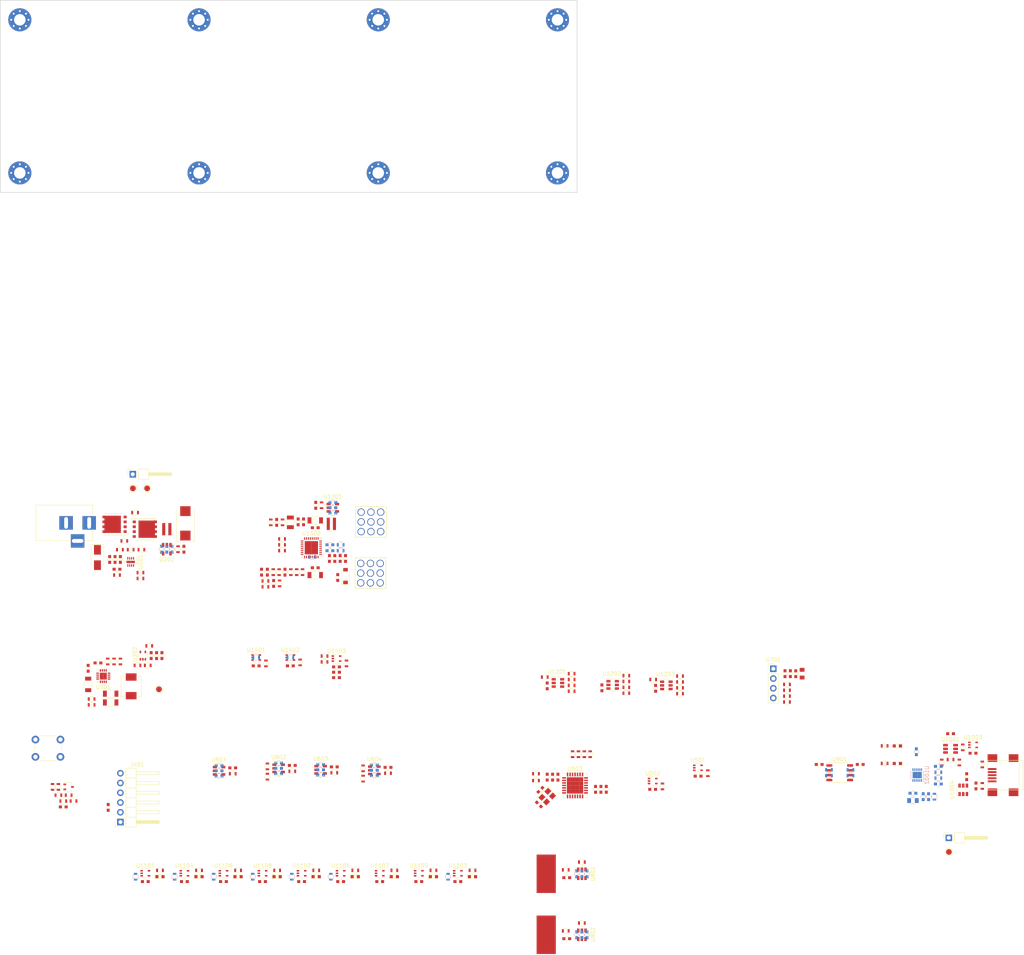
<source format=kicad_pcb>
(kicad_pcb (version 20171130) (host pcbnew "(5.0.2)-1")
  (layers (0 F.Cu signal) (31 B.Cu signal) (34 B.Paste user) (35 F.Paste user) (36 B.SilkS user) (37 F.SilkS user) (38 B.Mask user) (39 F.Mask user) (44 Edge.Cuts user))
  (net 0 "")
  (net 1 +12Vin)
  (net 2 GND)
  (net 3 "Net-(C204-Pad1)")
  (net 4 +5V)
  (net 5 POS12_ISNS)
  (net 6 +12V)
  (net 7 "Net-(C302-Pad1)")
  (net 8 "Net-(C402-Pad1)")
  (net 9 GNDA)
  (net 10 +5VADC)
  (net 11 PIC_OSC1)
  (net 12 PIC_OSC2)
  (net 13 POS12_ISNS_ADC)
  (net 14 POS5_ADC)
  (net 15 QI_ISNS_ADC)
  (net 16 POS12_ADC)
  (net 17 "Net-(C801-Pad1)")
  (net 18 "Net-(C801-Pad2)")
  (net 19 "Net-(C802-Pad2)")
  (net 20 "Net-(C802-Pad1)")
  (net 21 GND_USB)
  (net 22 +5V_USB)
  (net 23 "Net-(C1001-Pad1)")
  (net 24 "Net-(C1007-Pad1)")
  (net 25 "/USB UART Bridge/CONN_USB+")
  (net 26 "/USB UART Bridge/CONN_USB-")
  (net 27 "Net-(C1011-Pad1)")
  (net 28 "Net-(C1303-Pad1)")
  (net 29 QI_OSC_1)
  (net 30 "Net-(C1305-Pad2)")
  (net 31 QI_ISNS)
  (net 32 +5VP)
  (net 33 "Net-(C1309-Pad1)")
  (net 34 QI_NTC)
  (net 35 "Net-(C1313-Pad1)")
  (net 36 "Net-(C1314-Pad1)")
  (net 37 "Net-(C1314-Pad2)")
  (net 38 "Net-(C1315-Pad1)")
  (net 39 "Net-(C1317-Pad1)")
  (net 40 "Net-(C1318-Pad1)")
  (net 41 "Net-(C1319-Pad2)")
  (net 42 "Net-(C1322-Pad1)")
  (net 43 "Net-(D1001-Pad2)")
  (net 44 "Net-(D1001-Pad1)")
  (net 45 "Net-(D1002-Pad2)")
  (net 46 ~USB_ACTIVE)
  (net 47 "Net-(D1101-Pad1)")
  (net 48 "Net-(D1101-Pad2)")
  (net 49 "Net-(D1102-Pad1)")
  (net 50 "Net-(D1102-Pad2)")
  (net 51 "Net-(D1103-Pad1)")
  (net 52 "Net-(D1103-Pad2)")
  (net 53 "Net-(D1104-Pad2)")
  (net 54 "Net-(D1104-Pad1)")
  (net 55 "Net-(D1105-Pad1)")
  (net 56 "Net-(D1105-Pad2)")
  (net 57 "Net-(D1106-Pad1)")
  (net 58 "Net-(D1106-Pad2)")
  (net 59 "Net-(D1107-Pad2)")
  (net 60 "Net-(D1107-Pad1)")
  (net 61 "Net-(D1108-Pad2)")
  (net 62 "Net-(D1108-Pad1)")
  (net 63 "Net-(D1109-Pad1)")
  (net 64 "Net-(D1109-Pad2)")
  (net 65 "Net-(J1001-Pad6)")
  (net 66 "Net-(J1001-Pad1)")
  (net 67 QI_SW)
  (net 68 "Net-(L301-Pad1)")
  (net 69 "Net-(Q201-Pad1)")
  (net 70 "Net-(Q201-Pad4)")
  (net 71 "Net-(Q202-Pad5)")
  (net 72 "Net-(Q202-Pad4)")
  (net 73 "Net-(Q401-Pad3)")
  (net 74 "Net-(Q401-Pad1)")
  (net 75 "Net-(R201-Pad2)")
  (net 76 "Net-(R202-Pad2)")
  (net 77 "Net-(R204-Pad2)")
  (net 78 "Net-(R205-Pad1)")
  (net 79 POS12_PGOOD)
  (net 80 POS5_PGOOD)
  (net 81 "Net-(R302-Pad2)")
  (net 82 "Net-(R304-Pad2)")
  (net 83 "Net-(R306-Pad2)")
  (net 84 POS5_SW_SNS)
  (net 85 "Net-(R401-Pad1)")
  (net 86 "Net-(R403-Pad1)")
  (net 87 ~MCLR)
  (net 88 I2C_SDA)
  (net 89 /Microcontroller/PIC_I2C_SDA)
  (net 90 I2C_SCL)
  (net 91 /Microcontroller/PIC_I2C_SCL)
  (net 92 Heartbeat_LED)
  (net 93 Other_Error_LED)
  (net 94 "Net-(R601-Pad1)")
  (net 95 "Net-(R603-Pad2)")
  (net 96 "Net-(R604-Pad2)")
  (net 97 "Net-(R605-Pad2)")
  (net 98 "Net-(R606-Pad1)")
  (net 99 "Net-(R608-Pad2)")
  (net 100 "/OLED Display/OLED_I2C_SDA")
  (net 101 "/OLED Display/OLED_I2C_SCL")
  (net 102 "Net-(R801-Pad1)")
  (net 103 "Net-(R802-Pad1)")
  (net 104 Cap_Touch_Left)
  (net 105 Cap_Touch_Right)
  (net 106 USB_UART_RX)
  (net 107 USB_UART_TX)
  (net 108 USB_UART_TX_ISO)
  (net 109 USB_UART_RX_ISO)
  (net 110 "Net-(R1002-Pad2)")
  (net 111 "Net-(R1003-Pad2)")
  (net 112 "/USB UART Bridge/POS5_USB_PGOOD")
  (net 113 "/USB UART Bridge/BRIDGE_USB+")
  (net 114 "/USB UART Bridge/BRIDGE_USB-")
  (net 115 ~ACTIVE_LED)
  (net 116 QI_LED_R)
  (net 117 I2C_Error_LED)
  (net 118 QI_LED_G)
  (net 119 USB_Error_LED)
  (net 120 "/Temperature Sensors/Temp1_I2C_SDA")
  (net 121 "/Temperature Sensors/Temp1_I2C_SCL")
  (net 122 "/Temperature Sensors/Temp2_I2C_SDA")
  (net 123 "/Temperature Sensors/Temp2_I2C_SCL")
  (net 124 "/Temperature Sensors/Temp3_I2C_SDA")
  (net 125 "/Temperature Sensors/Temp3_I2C_SCL")
  (net 126 "Net-(R1213-Pad1)")
  (net 127 "Net-(R1214-Pad2)")
  (net 128 "Net-(R1302-Pad2)")
  (net 129 "Net-(R1305-Pad2)")
  (net 130 QI_Standby)
  (net 131 "Net-(R1307-Pad2)")
  (net 132 "Net-(R1309-Pad2)")
  (net 133 "Net-(R1403-Pad2)")
  (net 134 QI_SW_SNS)
  (net 135 QI_Idle)
  (net 136 QI_Charge)
  (net 137 ICSPCLK)
  (net 138 ICSPDAT)
  (net 139 QI_OSC_2)
  (module "Custom Footprints Library:Test_Point" (layer F.Cu) (at 246.715001 171.619001)
    (fp_text reference TP1001 hide)
    (fp_text value TP)
    (pad 1 smd circle (at 0 0) (size 1.5 1.5) (layers F.Cu F.Mask) (net 22 +5V_USB))
  )
  (module "Custom Footprints Library:Test_Point" (layer F.Cu) (at 34.492001 77.004001)
    (fp_text reference TP202 hide)
    (fp_text value TP)
    (pad 1 smd circle (at 0 0) (size 1.5 1.5) (layers F.Cu F.Mask) (net 1 +12Vin))
  )
  (module "Custom Footprints Library:Test_Point" (layer F.Cu) (at 38.192001 77.004001)
    (fp_text reference TP203 hide)
    (fp_text value TP)
    (pad 1 smd circle (at 0 0) (size 1.5 1.5) (layers F.Cu F.Mask) (net 6 +12V))
  )
  (module "Custom Footprints Library:Test_Point" (layer F.Cu) (at 41.275 129.286)
    (fp_text reference TP301 hide)
    (fp_text value TP)
    (pad 1 smd circle (at 0 0) (size 1.5 1.5) (layers F.Cu F.Mask) (net 4 +5V))
  )
  (module Capacitors_SMD:C_0603 (layer F.Cu) (at 118.999 179.324 180)
    (fp_text reference C1103 hide)
    (fp_text value 0.1uF)
    (pad 2 smd rect (at 0.75 0 180) (size 0.8 0.75) (layers F.Cu F.Paste F.Mask) (net 2 GND))
    (pad 1 smd rect (at -0.75 0 180) (size 0.8 0.75) (layers F.Cu F.Paste F.Mask) (net 4 +5V))
  )
  (module Capacitors_SMD:C_0603 (layer F.Cu) (at 108.839 179.324 180)
    (fp_text reference C1109 hide)
    (fp_text value 0.1uF)
    (pad 2 smd rect (at 0.75 0 180) (size 0.8 0.75) (layers F.Cu F.Paste F.Mask) (net 2 GND))
    (pad 1 smd rect (at -0.75 0 180) (size 0.8 0.75) (layers F.Cu F.Paste F.Mask) (net 4 +5V))
  )
  (module Capacitors_SMD:C_0603 (layer F.Cu) (at 98.679 179.324 180)
    (fp_text reference C1107 hide)
    (fp_text value 0.1uF)
    (pad 2 smd rect (at 0.75 0 180) (size 0.8 0.75) (layers F.Cu F.Paste F.Mask) (net 2 GND))
    (pad 1 smd rect (at -0.75 0 180) (size 0.8 0.75) (layers F.Cu F.Paste F.Mask) (net 4 +5V))
  )
  (module Capacitors_SMD:C_0603 (layer F.Cu) (at 88.519 179.324 180)
    (fp_text reference C1105 hide)
    (fp_text value 0.1uF)
    (pad 2 smd rect (at 0.75 0 180) (size 0.8 0.75) (layers F.Cu F.Paste F.Mask) (net 2 GND))
    (pad 1 smd rect (at -0.75 0 180) (size 0.8 0.75) (layers F.Cu F.Paste F.Mask) (net 4 +5V))
  )
  (module Capacitors_SMD:C_0603 (layer F.Cu) (at 78.359 179.324 180)
    (fp_text reference C1102 hide)
    (fp_text value 0.1uF)
    (pad 2 smd rect (at 0.75 0 180) (size 0.8 0.75) (layers F.Cu F.Paste F.Mask) (net 2 GND))
    (pad 1 smd rect (at -0.75 0 180) (size 0.8 0.75) (layers F.Cu F.Paste F.Mask) (net 4 +5V))
  )
  (module Capacitors_SMD:C_0603 (layer F.Cu) (at 68.199 179.324 180)
    (fp_text reference C1108 hide)
    (fp_text value 0.1uF)
    (pad 2 smd rect (at 0.75 0 180) (size 0.8 0.75) (layers F.Cu F.Paste F.Mask) (net 2 GND))
    (pad 1 smd rect (at -0.75 0 180) (size 0.8 0.75) (layers F.Cu F.Paste F.Mask) (net 4 +5V))
  )
  (module Capacitors_SMD:C_0603 (layer F.Cu) (at 58.039 179.324 180)
    (fp_text reference C1106 hide)
    (fp_text value 0.1uF)
    (pad 2 smd rect (at 0.75 0 180) (size 0.8 0.75) (layers F.Cu F.Paste F.Mask) (net 2 GND))
    (pad 1 smd rect (at -0.75 0 180) (size 0.8 0.75) (layers F.Cu F.Paste F.Mask) (net 4 +5V))
  )
  (module Capacitors_SMD:C_0603 (layer F.Cu) (at 47.879 179.324 180)
    (fp_text reference C1104 hide)
    (fp_text value 0.1uF)
    (pad 2 smd rect (at 0.75 0 180) (size 0.8 0.75) (layers F.Cu F.Paste F.Mask) (net 2 GND))
    (pad 1 smd rect (at -0.75 0 180) (size 0.8 0.75) (layers F.Cu F.Paste F.Mask) (net 4 +5V))
  )
  (module LEDs:LED_0603 (layer F.Cu) (at 122.809 178.054)
    (fp_text reference D1103 hide)
    (fp_text value Red)
    (pad 2 smd rect (at 0.8 0 180) (size 0.8 0.8) (layers F.Cu F.Paste F.Mask) (net 52 "Net-(D1103-Pad2)"))
    (pad 1 smd rect (at -0.8 0 180) (size 0.8 0.8) (layers F.Cu F.Paste F.Mask) (net 51 "Net-(D1103-Pad1)"))
  )
  (module LEDs:LED_0603 (layer F.Cu) (at 112.649 178.054)
    (fp_text reference D1109 hide)
    (fp_text value Green)
    (pad 2 smd rect (at 0.8 0 180) (size 0.8 0.8) (layers F.Cu F.Paste F.Mask) (net 64 "Net-(D1109-Pad2)"))
    (pad 1 smd rect (at -0.8 0 180) (size 0.8 0.8) (layers F.Cu F.Paste F.Mask) (net 63 "Net-(D1109-Pad1)"))
  )
  (module LEDs:LED_0603 (layer F.Cu) (at 102.489 178.054)
    (fp_text reference D1107 hide)
    (fp_text value Green)
    (pad 2 smd rect (at 0.8 0 180) (size 0.8 0.8) (layers F.Cu F.Paste F.Mask) (net 59 "Net-(D1107-Pad2)"))
    (pad 1 smd rect (at -0.8 0 180) (size 0.8 0.8) (layers F.Cu F.Paste F.Mask) (net 60 "Net-(D1107-Pad1)"))
  )
  (module LEDs:LED_0603 (layer F.Cu) (at 92.329 178.054)
    (fp_text reference D1105 hide)
    (fp_text value Green)
    (pad 2 smd rect (at 0.8 0 180) (size 0.8 0.8) (layers F.Cu F.Paste F.Mask) (net 56 "Net-(D1105-Pad2)"))
    (pad 1 smd rect (at -0.8 0 180) (size 0.8 0.8) (layers F.Cu F.Paste F.Mask) (net 55 "Net-(D1105-Pad1)"))
  )
  (module LEDs:LED_0603 (layer F.Cu) (at 82.169 178.054)
    (fp_text reference D1102 hide)
    (fp_text value Red)
    (pad 2 smd rect (at 0.8 0 180) (size 0.8 0.8) (layers F.Cu F.Paste F.Mask) (net 50 "Net-(D1102-Pad2)"))
    (pad 1 smd rect (at -0.8 0 180) (size 0.8 0.8) (layers F.Cu F.Paste F.Mask) (net 49 "Net-(D1102-Pad1)"))
  )
  (module LEDs:LED_0603 (layer F.Cu) (at 72.009 178.054)
    (fp_text reference D1108 hide)
    (fp_text value Green)
    (pad 2 smd rect (at 0.8 0 180) (size 0.8 0.8) (layers F.Cu F.Paste F.Mask) (net 61 "Net-(D1108-Pad2)"))
    (pad 1 smd rect (at -0.8 0 180) (size 0.8 0.8) (layers F.Cu F.Paste F.Mask) (net 62 "Net-(D1108-Pad1)"))
  )
  (module LEDs:LED_0603 (layer F.Cu) (at 61.849 178.054)
    (fp_text reference D1106 hide)
    (fp_text value Red)
    (pad 2 smd rect (at 0.8 0 180) (size 0.8 0.8) (layers F.Cu F.Paste F.Mask) (net 58 "Net-(D1106-Pad2)"))
    (pad 1 smd rect (at -0.8 0 180) (size 0.8 0.8) (layers F.Cu F.Paste F.Mask) (net 57 "Net-(D1106-Pad1)"))
  )
  (module LEDs:LED_0603 (layer F.Cu) (at 51.689 178.054)
    (fp_text reference D1104 hide)
    (fp_text value Red)
    (pad 2 smd rect (at 0.8 0 180) (size 0.8 0.8) (layers F.Cu F.Paste F.Mask) (net 53 "Net-(D1104-Pad2)"))
    (pad 1 smd rect (at -0.8 0 180) (size 0.8 0.8) (layers F.Cu F.Paste F.Mask) (net 54 "Net-(D1104-Pad1)"))
  )
  (module Resistors_SMD:R_0603 (layer F.Cu) (at 122.809 176.403)
    (fp_text reference R1106 hide)
    (fp_text value 1k)
    (pad 1 smd rect (at -0.75 0) (size 0.5 0.9) (layers F.Cu F.Paste F.Mask) (net 4 +5V))
    (pad 2 smd rect (at 0.75 0) (size 0.5 0.9) (layers F.Cu F.Paste F.Mask) (net 52 "Net-(D1103-Pad2)"))
  )
  (module Resistors_SMD:R_0603 (layer F.Cu) (at 112.649 176.403)
    (fp_text reference R1116 hide)
    (fp_text value 1k)
    (pad 1 smd rect (at -0.75 0) (size 0.5 0.9) (layers F.Cu F.Paste F.Mask) (net 4 +5V))
    (pad 2 smd rect (at 0.75 0) (size 0.5 0.9) (layers F.Cu F.Paste F.Mask) (net 64 "Net-(D1109-Pad2)"))
  )
  (module Resistors_SMD:R_0603 (layer F.Cu) (at 102.489 176.403)
    (fp_text reference R1113 hide)
    (fp_text value 1k)
    (pad 1 smd rect (at -0.75 0) (size 0.5 0.9) (layers F.Cu F.Paste F.Mask) (net 4 +5V))
    (pad 2 smd rect (at 0.75 0) (size 0.5 0.9) (layers F.Cu F.Paste F.Mask) (net 59 "Net-(D1107-Pad2)"))
  )
  (module Resistors_SMD:R_0603 (layer F.Cu) (at 92.329 176.403)
    (fp_text reference R1110 hide)
    (fp_text value 1k)
    (pad 1 smd rect (at -0.75 0) (size 0.5 0.9) (layers F.Cu F.Paste F.Mask) (net 4 +5V))
    (pad 2 smd rect (at 0.75 0) (size 0.5 0.9) (layers F.Cu F.Paste F.Mask) (net 56 "Net-(D1105-Pad2)"))
  )
  (module Resistors_SMD:R_0603 (layer F.Cu) (at 82.169 176.403)
    (fp_text reference R1105 hide)
    (fp_text value 1k)
    (pad 1 smd rect (at -0.75 0) (size 0.5 0.9) (layers F.Cu F.Paste F.Mask) (net 4 +5V))
    (pad 2 smd rect (at 0.75 0) (size 0.5 0.9) (layers F.Cu F.Paste F.Mask) (net 50 "Net-(D1102-Pad2)"))
  )
  (module Resistors_SMD:R_0603 (layer F.Cu) (at 72.009 176.403)
    (fp_text reference R1115 hide)
    (fp_text value 1k)
    (pad 1 smd rect (at -0.75 0) (size 0.5 0.9) (layers F.Cu F.Paste F.Mask) (net 4 +5V))
    (pad 2 smd rect (at 0.75 0) (size 0.5 0.9) (layers F.Cu F.Paste F.Mask) (net 61 "Net-(D1108-Pad2)"))
  )
  (module Resistors_SMD:R_0603 (layer F.Cu) (at 61.849 176.403)
    (fp_text reference R1112 hide)
    (fp_text value 1k)
    (pad 1 smd rect (at -0.75 0) (size 0.5 0.9) (layers F.Cu F.Paste F.Mask) (net 4 +5V))
    (pad 2 smd rect (at 0.75 0) (size 0.5 0.9) (layers F.Cu F.Paste F.Mask) (net 58 "Net-(D1106-Pad2)"))
  )
  (module Resistors_SMD:R_0603 (layer F.Cu) (at 51.689 176.403)
    (fp_text reference R1109 hide)
    (fp_text value 1k)
    (pad 1 smd rect (at -0.75 0) (size 0.5 0.9) (layers F.Cu F.Paste F.Mask) (net 4 +5V))
    (pad 2 smd rect (at 0.75 0) (size 0.5 0.9) (layers F.Cu F.Paste F.Mask) (net 53 "Net-(D1104-Pad2)"))
  )
  (module Resistors_SMD:R_0603 (layer B.Cu) (at 116.459 178.054 270)
    (fp_text reference R1103 hide)
    (fp_text value 10k)
    (pad 1 smd rect (at -0.75 0 270) (size 0.5 0.9) (layers B.Cu B.Paste B.Mask) (net 93 Other_Error_LED))
    (pad 2 smd rect (at 0.75 0 270) (size 0.5 0.9) (layers B.Cu B.Paste B.Mask) (net 2 GND))
  )
  (module Resistors_SMD:R_0603 (layer B.Cu) (at 85.979 178.054 90)
    (fp_text reference R1108 hide)
    (fp_text value 10k)
    (pad 1 smd rect (at -0.75 0 90) (size 0.5 0.9) (layers B.Cu B.Paste B.Mask) (net 4 +5V))
    (pad 2 smd rect (at 0.75 0 90) (size 0.5 0.9) (layers B.Cu B.Paste B.Mask) (net 118 QI_LED_G))
  )
  (module Resistors_SMD:R_0603 (layer B.Cu) (at 75.819 178.054 90)
    (fp_text reference R1102 hide)
    (fp_text value 10k)
    (pad 1 smd rect (at -0.75 0 90) (size 0.5 0.9) (layers B.Cu B.Paste B.Mask) (net 4 +5V))
    (pad 2 smd rect (at 0.75 0 90) (size 0.5 0.9) (layers B.Cu B.Paste B.Mask) (net 116 QI_LED_R))
  )
  (module Resistors_SMD:R_0603 (layer B.Cu) (at 65.659 178.054 270)
    (fp_text reference R1114 hide)
    (fp_text value 10k)
    (pad 1 smd rect (at -0.75 0 270) (size 0.5 0.9) (layers B.Cu B.Paste B.Mask) (net 92 Heartbeat_LED))
    (pad 2 smd rect (at 0.75 0 270) (size 0.5 0.9) (layers B.Cu B.Paste B.Mask) (net 2 GND))
  )
  (module Resistors_SMD:R_0603 (layer B.Cu) (at 55.499 178.054 270)
    (fp_text reference R1111 hide)
    (fp_text value 10k)
    (pad 1 smd rect (at -0.75 0 270) (size 0.5 0.9) (layers B.Cu B.Paste B.Mask) (net 119 USB_Error_LED))
    (pad 2 smd rect (at 0.75 0 270) (size 0.5 0.9) (layers B.Cu B.Paste B.Mask) (net 2 GND))
  )
  (module TO_SOT_Packages_SMD:SOT-353_SC-70-5 (layer F.Cu) (at 118.999 177.165)
    (fp_text reference U1103 (at 0 -2) (layer F.SilkS))
    (fp_text value 74LVC1G07)
    (pad 1 smd rect (at -0.95 -0.65) (size 0.65 0.4) (layers F.Cu F.Paste F.Mask))
    (pad 3 smd rect (at -0.95 0.65) (size 0.65 0.4) (layers F.Cu F.Paste F.Mask) (net 2 GND))
    (pad 2 smd rect (at -0.95 0) (size 0.65 0.4) (layers F.Cu F.Paste F.Mask) (net 93 Other_Error_LED))
    (pad 4 smd rect (at 0.95 0.65) (size 0.65 0.4) (layers F.Cu F.Paste F.Mask) (net 51 "Net-(D1103-Pad1)"))
    (pad 5 smd rect (at 0.95 -0.65) (size 0.65 0.4) (layers F.Cu F.Paste F.Mask) (net 4 +5V))
  )
  (module TO_SOT_Packages_SMD:SOT-353_SC-70-5 (layer F.Cu) (at 108.839 177.165)
    (fp_text reference U1109 (at 0 -2) (layer F.SilkS))
    (fp_text value 74LVC1G06)
    (pad 1 smd rect (at -0.95 -0.65) (size 0.65 0.4) (layers F.Cu F.Paste F.Mask))
    (pad 3 smd rect (at -0.95 0.65) (size 0.65 0.4) (layers F.Cu F.Paste F.Mask) (net 2 GND))
    (pad 2 smd rect (at -0.95 0) (size 0.65 0.4) (layers F.Cu F.Paste F.Mask) (net 80 POS5_PGOOD))
    (pad 4 smd rect (at 0.95 0.65) (size 0.65 0.4) (layers F.Cu F.Paste F.Mask) (net 63 "Net-(D1109-Pad1)"))
    (pad 5 smd rect (at 0.95 -0.65) (size 0.65 0.4) (layers F.Cu F.Paste F.Mask) (net 4 +5V))
  )
  (module TO_SOT_Packages_SMD:SOT-353_SC-70-5 (layer F.Cu) (at 98.679 177.165)
    (fp_text reference U1107 (at 0 -2) (layer F.SilkS))
    (fp_text value 74LVC1G06)
    (pad 1 smd rect (at -0.95 -0.65) (size 0.65 0.4) (layers F.Cu F.Paste F.Mask))
    (pad 3 smd rect (at -0.95 0.65) (size 0.65 0.4) (layers F.Cu F.Paste F.Mask) (net 2 GND))
    (pad 2 smd rect (at -0.95 0) (size 0.65 0.4) (layers F.Cu F.Paste F.Mask) (net 79 POS12_PGOOD))
    (pad 4 smd rect (at 0.95 0.65) (size 0.65 0.4) (layers F.Cu F.Paste F.Mask) (net 60 "Net-(D1107-Pad1)"))
    (pad 5 smd rect (at 0.95 -0.65) (size 0.65 0.4) (layers F.Cu F.Paste F.Mask) (net 4 +5V))
  )
  (module TO_SOT_Packages_SMD:SOT-353_SC-70-5 (layer F.Cu) (at 88.519 177.165)
    (fp_text reference U1105 (at 0 -2) (layer F.SilkS))
    (fp_text value 74LVC1G07)
    (pad 1 smd rect (at -0.95 -0.65) (size 0.65 0.4) (layers F.Cu F.Paste F.Mask))
    (pad 3 smd rect (at -0.95 0.65) (size 0.65 0.4) (layers F.Cu F.Paste F.Mask) (net 2 GND))
    (pad 2 smd rect (at -0.95 0) (size 0.65 0.4) (layers F.Cu F.Paste F.Mask) (net 118 QI_LED_G))
    (pad 4 smd rect (at 0.95 0.65) (size 0.65 0.4) (layers F.Cu F.Paste F.Mask) (net 55 "Net-(D1105-Pad1)"))
    (pad 5 smd rect (at 0.95 -0.65) (size 0.65 0.4) (layers F.Cu F.Paste F.Mask) (net 4 +5V))
  )
  (module TO_SOT_Packages_SMD:SOT-353_SC-70-5 (layer F.Cu) (at 78.359 177.165)
    (fp_text reference U1102 (at 0 -2) (layer F.SilkS))
    (fp_text value 74LVC1G07)
    (pad 1 smd rect (at -0.95 -0.65) (size 0.65 0.4) (layers F.Cu F.Paste F.Mask))
    (pad 3 smd rect (at -0.95 0.65) (size 0.65 0.4) (layers F.Cu F.Paste F.Mask) (net 2 GND))
    (pad 2 smd rect (at -0.95 0) (size 0.65 0.4) (layers F.Cu F.Paste F.Mask) (net 116 QI_LED_R))
    (pad 4 smd rect (at 0.95 0.65) (size 0.65 0.4) (layers F.Cu F.Paste F.Mask) (net 49 "Net-(D1102-Pad1)"))
    (pad 5 smd rect (at 0.95 -0.65) (size 0.65 0.4) (layers F.Cu F.Paste F.Mask) (net 4 +5V))
  )
  (module TO_SOT_Packages_SMD:SOT-353_SC-70-5 (layer F.Cu) (at 68.199 177.165)
    (fp_text reference U1108 (at 0 -2) (layer F.SilkS))
    (fp_text value 74LVC1G06)
    (pad 1 smd rect (at -0.95 -0.65) (size 0.65 0.4) (layers F.Cu F.Paste F.Mask))
    (pad 3 smd rect (at -0.95 0.65) (size 0.65 0.4) (layers F.Cu F.Paste F.Mask) (net 2 GND))
    (pad 2 smd rect (at -0.95 0) (size 0.65 0.4) (layers F.Cu F.Paste F.Mask) (net 92 Heartbeat_LED))
    (pad 4 smd rect (at 0.95 0.65) (size 0.65 0.4) (layers F.Cu F.Paste F.Mask) (net 62 "Net-(D1108-Pad1)"))
    (pad 5 smd rect (at 0.95 -0.65) (size 0.65 0.4) (layers F.Cu F.Paste F.Mask) (net 4 +5V))
  )
  (module TO_SOT_Packages_SMD:SOT-353_SC-70-5 (layer F.Cu) (at 58.039 177.165)
    (fp_text reference U1106 (at 0 -2) (layer F.SilkS))
    (fp_text value 74LVC1G06)
    (pad 1 smd rect (at -0.95 -0.65) (size 0.65 0.4) (layers F.Cu F.Paste F.Mask))
    (pad 3 smd rect (at -0.95 0.65) (size 0.65 0.4) (layers F.Cu F.Paste F.Mask) (net 2 GND))
    (pad 2 smd rect (at -0.95 0) (size 0.65 0.4) (layers F.Cu F.Paste F.Mask) (net 119 USB_Error_LED))
    (pad 4 smd rect (at 0.95 0.65) (size 0.65 0.4) (layers F.Cu F.Paste F.Mask) (net 57 "Net-(D1106-Pad1)"))
    (pad 5 smd rect (at 0.95 -0.65) (size 0.65 0.4) (layers F.Cu F.Paste F.Mask) (net 4 +5V))
  )
  (module TO_SOT_Packages_SMD:SOT-353_SC-70-5 (layer F.Cu) (at 47.879 177.165)
    (fp_text reference U1104 (at 0 -2) (layer F.SilkS))
    (fp_text value 74LVC1G06)
    (pad 1 smd rect (at -0.95 -0.65) (size 0.65 0.4) (layers F.Cu F.Paste F.Mask))
    (pad 3 smd rect (at -0.95 0.65) (size 0.65 0.4) (layers F.Cu F.Paste F.Mask) (net 2 GND))
    (pad 2 smd rect (at -0.95 0) (size 0.65 0.4) (layers F.Cu F.Paste F.Mask) (net 117 I2C_Error_LED))
    (pad 4 smd rect (at 0.95 0.65) (size 0.65 0.4) (layers F.Cu F.Paste F.Mask) (net 54 "Net-(D1104-Pad1)"))
    (pad 5 smd rect (at 0.95 -0.65) (size 0.65 0.4) (layers F.Cu F.Paste F.Mask) (net 4 +5V))
  )
  (module Capacitors_SMD:C_0603 (layer F.Cu) (at 28.448 95.504 270)
    (fp_text reference C201 hide)
    (fp_text value 0.1uF)
    (pad 1 smd rect (at -0.75 0 270) (size 0.8 0.75) (layers F.Cu F.Paste F.Mask) (net 1 +12Vin))
    (pad 2 smd rect (at 0.75 0 270) (size 0.8 0.75) (layers F.Cu F.Paste F.Mask) (net 2 GND))
  )
  (module Capacitors_SMD:C_0603 (layer F.Cu) (at 29.845 95.504 270)
    (fp_text reference C202 hide)
    (fp_text value 10nF)
    (pad 2 smd rect (at 0.75 0 270) (size 0.8 0.75) (layers F.Cu F.Paste F.Mask) (net 2 GND))
    (pad 1 smd rect (at -0.75 0 270) (size 0.8 0.75) (layers F.Cu F.Paste F.Mask) (net 1 +12Vin))
  )
  (module Capacitors_SMD:C_0603 (layer F.Cu) (at 31.242 95.504 270)
    (fp_text reference C203 hide)
    (fp_text value 1nF)
    (pad 1 smd rect (at -0.75 0 270) (size 0.8 0.75) (layers F.Cu F.Paste F.Mask) (net 1 +12Vin))
    (pad 2 smd rect (at 0.75 0 270) (size 0.8 0.75) (layers F.Cu F.Paste F.Mask) (net 2 GND))
  )
  (module Capacitors_SMD:C_0603 (layer F.Cu) (at 30.353 98.044)
    (fp_text reference C204 hide)
    (fp_text value 0.1uF)
    (pad 2 smd rect (at 0.75 0) (size 0.8 0.75) (layers F.Cu F.Paste F.Mask) (net 2 GND))
    (pad 1 smd rect (at -0.75 0) (size 0.8 0.75) (layers F.Cu F.Paste F.Mask) (net 3 "Net-(C204-Pad1)"))
  )
  (module Capacitors_SMD:C_0603 (layer B.Cu) (at 44.704 92.837 90)
    (fp_text reference C205 hide)
    (fp_text value 0.1uF)
    (pad 1 smd rect (at -0.75 0 90) (size 0.8 0.75) (layers B.Cu B.Paste B.Mask) (net 4 +5V))
    (pad 2 smd rect (at 0.75 0 90) (size 0.8 0.75) (layers B.Cu B.Paste B.Mask) (net 2 GND))
  )
  (module Capacitors_SMD:C_0603 (layer B.Cu) (at 43.307 92.837 90)
    (fp_text reference C206 hide)
    (fp_text value 10nF)
    (pad 2 smd rect (at 0.75 0 90) (size 0.8 0.75) (layers B.Cu B.Paste B.Mask) (net 2 GND))
    (pad 1 smd rect (at -0.75 0 90) (size 0.8 0.75) (layers B.Cu B.Paste B.Mask) (net 4 +5V))
  )
  (module Capacitors_SMD:C_0603 (layer B.Cu) (at 41.91 92.837 90)
    (fp_text reference C207 hide)
    (fp_text value 1nF)
    (pad 1 smd rect (at -0.75 0 90) (size 0.8 0.75) (layers B.Cu B.Paste B.Mask) (net 4 +5V))
    (pad 2 smd rect (at 0.75 0 90) (size 0.8 0.75) (layers B.Cu B.Paste B.Mask) (net 2 GND))
  )
  (module Capacitors_SMD:C_0603 (layer F.Cu) (at 47.752 92.837 270)
    (fp_text reference C208 hide)
    (fp_text value 1nF)
    (pad 2 smd rect (at 0.75 0 270) (size 0.8 0.75) (layers F.Cu F.Paste F.Mask) (net 2 GND))
    (pad 1 smd rect (at -0.75 0 270) (size 0.8 0.75) (layers F.Cu F.Paste F.Mask) (net 5 POS12_ISNS))
  )
  (module Capacitors_Tantalum_SMD:CP_Tantalum_Case-X_EIA-7343-43_Reflow (layer F.Cu) (at 48.133 86.106 90)
    (fp_text reference C209 hide)
    (fp_text value 100uF)
    (pad 2 smd rect (at 3.175 0 90) (size 2.55 2.7) (layers F.Cu F.Paste F.Mask) (net 2 GND))
    (pad 1 smd rect (at -3.175 0 90) (size 2.55 2.7) (layers F.Cu F.Paste F.Mask) (net 6 +12V))
  )
  (module Capacitors_SMD:C_1206 (layer F.Cu) (at 22.86 128.016 270)
    (fp_text reference C301 hide)
    (fp_text value 10uF)
    (pad 1 smd rect (at -1.5 0 270) (size 1 1.6) (layers F.Cu F.Paste F.Mask) (net 6 +12V))
    (pad 2 smd rect (at 1.5 0 270) (size 1 1.6) (layers F.Cu F.Paste F.Mask) (net 2 GND))
  )
  (module Capacitors_SMD:C_0603 (layer F.Cu) (at 25.4 122.428)
    (fp_text reference C302 hide)
    (fp_text value 10nF)
    (pad 2 smd rect (at 0.75 0) (size 0.8 0.75) (layers F.Cu F.Paste F.Mask) (net 2 GND))
    (pad 1 smd rect (at -0.75 0) (size 0.8 0.75) (layers F.Cu F.Paste F.Mask) (net 7 "Net-(C302-Pad1)"))
  )
  (module Capacitors_SMD:C_0603 (layer F.Cu) (at 22.86 123.825 90)
    (fp_text reference C303 hide)
    (fp_text value 0.1uF)
    (pad 1 smd rect (at -0.75 0 90) (size 0.8 0.75) (layers F.Cu F.Paste F.Mask) (net 6 +12V))
    (pad 2 smd rect (at 0.75 0 90) (size 0.8 0.75) (layers F.Cu F.Paste F.Mask) (net 2 GND))
  )
  (module Capacitors_SMD:C_0603 (layer F.Cu) (at 42.037 120.523 270)
    (fp_text reference C304 hide)
    (fp_text value 0.1uF)
    (pad 1 smd rect (at -0.75 0 270) (size 0.8 0.75) (layers F.Cu F.Paste F.Mask) (net 4 +5V))
    (pad 2 smd rect (at 0.75 0 270) (size 0.8 0.75) (layers F.Cu F.Paste F.Mask) (net 2 GND))
  )
  (module Capacitors_SMD:C_0603 (layer F.Cu) (at 40.64 120.523 270)
    (fp_text reference C305 hide)
    (fp_text value 10nF)
    (pad 2 smd rect (at 0.75 0 270) (size 0.8 0.75) (layers F.Cu F.Paste F.Mask) (net 2 GND))
    (pad 1 smd rect (at -0.75 0 270) (size 0.8 0.75) (layers F.Cu F.Paste F.Mask) (net 4 +5V))
  )
  (module Capacitors_SMD:C_0603 (layer F.Cu) (at 39.243 120.523 270)
    (fp_text reference C306 hide)
    (fp_text value 1nF)
    (pad 1 smd rect (at -0.75 0 270) (size 0.8 0.75) (layers F.Cu F.Paste F.Mask) (net 4 +5V))
    (pad 2 smd rect (at 0.75 0 270) (size 0.8 0.75) (layers F.Cu F.Paste F.Mask) (net 2 GND))
  )
  (module Capacitors_SMD:C_1206 (layer F.Cu) (at 28.702 132.715 180)
    (fp_text reference C307 hide)
    (fp_text value 22uF)
    (pad 2 smd rect (at 1.5 0 180) (size 1 1.6) (layers F.Cu F.Paste F.Mask) (net 2 GND))
    (pad 1 smd rect (at -1.5 0 180) (size 1 1.6) (layers F.Cu F.Paste F.Mask) (net 4 +5V))
  )
  (module Capacitors_SMD:C_1206 (layer F.Cu) (at 28.702 130.429 180)
    (fp_text reference C308 hide)
    (fp_text value 22uF)
    (pad 2 smd rect (at 1.5 0 180) (size 1 1.6) (layers F.Cu F.Paste F.Mask) (net 2 GND))
    (pad 1 smd rect (at -1.5 0 180) (size 1 1.6) (layers F.Cu F.Paste F.Mask) (net 4 +5V))
  )
  (module Capacitors_SMD:C_0603 (layer F.Cu) (at 28.067 160.02 90)
    (fp_text reference C401 hide)
    (fp_text value 0.1uF)
    (pad 2 smd rect (at 0.75 0 90) (size 0.8 0.75) (layers F.Cu F.Paste F.Mask) (net 2 GND))
    (pad 1 smd rect (at -0.75 0 90) (size 0.8 0.75) (layers F.Cu F.Paste F.Mask) (net 4 +5V))
  )
  (module Capacitors_SMD:C_0603 (layer F.Cu) (at 16.383 159.893)
    (fp_text reference C402 hide)
    (fp_text value 0.1uF)
    (pad 1 smd rect (at -0.75 0) (size 0.8 0.75) (layers F.Cu F.Paste F.Mask) (net 8 "Net-(C402-Pad1)"))
    (pad 2 smd rect (at 0.75 0) (size 0.8 0.75) (layers F.Cu F.Paste F.Mask) (net 2 GND))
  )
  (module Capacitors_SMD:C_0603 (layer F.Cu) (at 142.24 152.146 90)
    (fp_text reference C501 hide)
    (fp_text value 0.1uF)
    (pad 2 smd rect (at 0.75 0 90) (size 0.8 0.75) (layers F.Cu F.Paste F.Mask) (net 9 GNDA))
    (pad 1 smd rect (at -0.75 0 90) (size 0.8 0.75) (layers F.Cu F.Paste F.Mask) (net 10 +5VADC))
  )
  (module Capacitors_SMD:C_0603 (layer F.Cu) (at 181.483 151.892 180)
    (fp_text reference C502 hide)
    (fp_text value 0.1uF)
    (pad 1 smd rect (at -0.75 0 180) (size 0.8 0.75) (layers F.Cu F.Paste F.Mask) (net 4 +5V))
    (pad 2 smd rect (at 0.75 0 180) (size 0.8 0.75) (layers F.Cu F.Paste F.Mask) (net 2 GND))
  )
  (module Capacitors_SMD:C_0603 (layer F.Cu) (at 169.672 155.321 180)
    (fp_text reference C503 hide)
    (fp_text value 0.1uF)
    (pad 2 smd rect (at 0.75 0 180) (size 0.8 0.75) (layers F.Cu F.Paste F.Mask) (net 2 GND))
    (pad 1 smd rect (at -0.75 0 180) (size 0.8 0.75) (layers F.Cu F.Paste F.Mask) (net 4 +5V))
  )
  (module Capacitors_SMD:C_0603 (layer F.Cu) (at 143.637 152.146 90)
    (fp_text reference C504 hide)
    (fp_text value 10nF)
    (pad 1 smd rect (at -0.75 0 90) (size 0.8 0.75) (layers F.Cu F.Paste F.Mask) (net 10 +5VADC))
    (pad 2 smd rect (at 0.75 0 90) (size 0.8 0.75) (layers F.Cu F.Paste F.Mask) (net 9 GNDA))
  )
  (module Capacitors_SMD:C_0603 (layer F.Cu) (at 145.034 152.146 90)
    (fp_text reference C505 hide)
    (fp_text value 1nF)
    (pad 2 smd rect (at 0.75 0 90) (size 0.8 0.75) (layers F.Cu F.Paste F.Mask) (net 9 GNDA))
    (pad 1 smd rect (at -0.75 0 90) (size 0.8 0.75) (layers F.Cu F.Paste F.Mask) (net 10 +5VADC))
  )
  (module Capacitors_SMD:C_0603 (layer F.Cu) (at 157.607 155.321 270)
    (fp_text reference C506 hide)
    (fp_text value 0.1uF)
    (pad 2 smd rect (at 0.75 0 270) (size 0.8 0.75) (layers F.Cu F.Paste F.Mask) (net 2 GND))
    (pad 1 smd rect (at -0.75 0 270) (size 0.8 0.75) (layers F.Cu F.Paste F.Mask) (net 4 +5V))
  )
  (module Capacitors_SMD:C_0603 (layer F.Cu) (at 156.21 155.321 270)
    (fp_text reference C507 hide)
    (fp_text value 10nF)
    (pad 1 smd rect (at -0.75 0 270) (size 0.8 0.75) (layers F.Cu F.Paste F.Mask) (net 4 +5V))
    (pad 2 smd rect (at 0.75 0 270) (size 0.8 0.75) (layers F.Cu F.Paste F.Mask) (net 2 GND))
  )
  (module Capacitors_SMD:C_0603 (layer F.Cu) (at 154.813 155.321 270)
    (fp_text reference C508 hide)
    (fp_text value 1nF)
    (pad 2 smd rect (at 0.75 0 270) (size 0.8 0.75) (layers F.Cu F.Paste F.Mask) (net 2 GND))
    (pad 1 smd rect (at -0.75 0 270) (size 0.8 0.75) (layers F.Cu F.Paste F.Mask) (net 4 +5V))
  )
  (module Capacitors_SMD:C_0603 (layer F.Cu) (at 140.462 155.448 225)
    (fp_text reference C509 hide)
    (fp_text value 18pF)
    (pad 2 smd rect (at 0.75 0 225) (size 0.8 0.75) (layers F.Cu F.Paste F.Mask) (net 2 GND))
    (pad 1 smd rect (at -0.75 0 225) (size 0.8 0.75) (layers F.Cu F.Paste F.Mask) (net 11 PIC_OSC1))
  )
  (module Capacitors_SMD:C_0603 (layer F.Cu) (at 140.081 159.258 135)
    (fp_text reference C510 hide)
    (fp_text value 18pF)
    (pad 1 smd rect (at -0.75 0 135) (size 0.8 0.75) (layers F.Cu F.Paste F.Mask) (net 12 PIC_OSC2))
    (pad 2 smd rect (at 0.75 0 135) (size 0.8 0.75) (layers F.Cu F.Paste F.Mask) (net 2 GND))
  )
  (module Capacitors_SMD:C_0603 (layer B.Cu) (at 56.896 149.098 180)
    (fp_text reference C601 hide)
    (fp_text value 0.1uF)
    (pad 1 smd rect (at -0.75 0 180) (size 0.8 0.75) (layers B.Cu B.Paste B.Mask) (net 4 +5V))
    (pad 2 smd rect (at 0.75 0 180) (size 0.8 0.75) (layers B.Cu B.Paste B.Mask) (net 2 GND))
  )
  (module Capacitors_SMD:C_0603 (layer B.Cu) (at 72.39 148.463 180)
    (fp_text reference C602 hide)
    (fp_text value 0.1uF)
    (pad 2 smd rect (at 0.75 0 180) (size 0.8 0.75) (layers B.Cu B.Paste B.Mask) (net 2 GND))
    (pad 1 smd rect (at -0.75 0 180) (size 0.8 0.75) (layers B.Cu B.Paste B.Mask) (net 4 +5V))
  )
  (module Capacitors_SMD:C_0603 (layer B.Cu) (at 56.896 150.495 180)
    (fp_text reference C603 hide)
    (fp_text value 10nF)
    (pad 2 smd rect (at 0.75 0 180) (size 0.8 0.75) (layers B.Cu B.Paste B.Mask) (net 2 GND))
    (pad 1 smd rect (at -0.75 0 180) (size 0.8 0.75) (layers B.Cu B.Paste B.Mask) (net 4 +5V))
  )
  (module Capacitors_SMD:C_0603 (layer B.Cu) (at 72.39 149.86 180)
    (fp_text reference C604 hide)
    (fp_text value 10nF)
    (pad 1 smd rect (at -0.75 0 180) (size 0.8 0.75) (layers B.Cu B.Paste B.Mask) (net 4 +5V))
    (pad 2 smd rect (at 0.75 0 180) (size 0.8 0.75) (layers B.Cu B.Paste B.Mask) (net 2 GND))
  )
  (module Capacitors_SMD:C_0603 (layer B.Cu) (at 56.896 151.892 180)
    (fp_text reference C605 hide)
    (fp_text value 1nF)
    (pad 1 smd rect (at -0.75 0 180) (size 0.8 0.75) (layers B.Cu B.Paste B.Mask) (net 4 +5V))
    (pad 2 smd rect (at 0.75 0 180) (size 0.8 0.75) (layers B.Cu B.Paste B.Mask) (net 2 GND))
  )
  (module Capacitors_SMD:C_0603 (layer B.Cu) (at 72.39 151.257 180)
    (fp_text reference C606 hide)
    (fp_text value 1nF)
    (pad 2 smd rect (at 0.75 0 180) (size 0.8 0.75) (layers B.Cu B.Paste B.Mask) (net 2 GND))
    (pad 1 smd rect (at -0.75 0 180) (size 0.8 0.75) (layers B.Cu B.Paste B.Mask) (net 4 +5V))
  )
  (module Capacitors_SMD:C_0603 (layer F.Cu) (at 60.452 149.733 180)
    (fp_text reference C607 hide)
    (fp_text value 10nF)
    (pad 2 smd rect (at 0.75 0 180) (size 0.8 0.75) (layers F.Cu F.Paste F.Mask) (net 2 GND))
    (pad 1 smd rect (at -0.75 0 180) (size 0.8 0.75) (layers F.Cu F.Paste F.Mask) (net 13 POS12_ISNS_ADC))
  )
  (module Capacitors_SMD:C_0603 (layer F.Cu) (at 75.946 149.098 180)
    (fp_text reference C608 hide)
    (fp_text value 10nF)
    (pad 1 smd rect (at -0.75 0 180) (size 0.8 0.75) (layers F.Cu F.Paste F.Mask) (net 14 POS5_ADC))
    (pad 2 smd rect (at 0.75 0 180) (size 0.8 0.75) (layers F.Cu F.Paste F.Mask) (net 2 GND))
  )
  (module Capacitors_SMD:C_0603 (layer B.Cu) (at 83.312 148.844 180)
    (fp_text reference C609 hide)
    (fp_text value 0.1uF)
    (pad 1 smd rect (at -0.75 0 180) (size 0.8 0.75) (layers B.Cu B.Paste B.Mask) (net 4 +5V))
    (pad 2 smd rect (at 0.75 0 180) (size 0.8 0.75) (layers B.Cu B.Paste B.Mask) (net 2 GND))
  )
  (module Capacitors_SMD:C_0603 (layer B.Cu) (at 83.312 150.241 180)
    (fp_text reference C610 hide)
    (fp_text value 10nF)
    (pad 2 smd rect (at 0.75 0 180) (size 0.8 0.75) (layers B.Cu B.Paste B.Mask) (net 2 GND))
    (pad 1 smd rect (at -0.75 0 180) (size 0.8 0.75) (layers B.Cu B.Paste B.Mask) (net 4 +5V))
  )
  (module Capacitors_SMD:C_0603 (layer B.Cu) (at 83.312 151.638 180)
    (fp_text reference C611 hide)
    (fp_text value 1nF)
    (pad 1 smd rect (at -0.75 0 180) (size 0.8 0.75) (layers B.Cu B.Paste B.Mask) (net 4 +5V))
    (pad 2 smd rect (at 0.75 0 180) (size 0.8 0.75) (layers B.Cu B.Paste B.Mask) (net 2 GND))
  )
  (module Capacitors_SMD:C_0603 (layer F.Cu) (at 86.868 149.479 180)
    (fp_text reference C612 hide)
    (fp_text value 10nF)
    (pad 2 smd rect (at 0.75 0 180) (size 0.8 0.75) (layers F.Cu F.Paste F.Mask) (net 2 GND))
    (pad 1 smd rect (at -0.75 0 180) (size 0.8 0.75) (layers F.Cu F.Paste F.Mask) (net 15 QI_ISNS_ADC))
  )
  (module Capacitors_SMD:C_0603 (layer B.Cu) (at 97.282 148.971 180)
    (fp_text reference C613 hide)
    (fp_text value 0.1uF)
    (pad 1 smd rect (at -0.75 0 180) (size 0.8 0.75) (layers B.Cu B.Paste B.Mask) (net 4 +5V))
    (pad 2 smd rect (at 0.75 0 180) (size 0.8 0.75) (layers B.Cu B.Paste B.Mask) (net 2 GND))
  )
  (module Capacitors_SMD:C_0603 (layer B.Cu) (at 97.282 150.368 180)
    (fp_text reference C614 hide)
    (fp_text value 10nF)
    (pad 2 smd rect (at 0.75 0 180) (size 0.8 0.75) (layers B.Cu B.Paste B.Mask) (net 2 GND))
    (pad 1 smd rect (at -0.75 0 180) (size 0.8 0.75) (layers B.Cu B.Paste B.Mask) (net 4 +5V))
  )
  (module Capacitors_SMD:C_0603 (layer B.Cu) (at 97.282 151.765 180)
    (fp_text reference C615 hide)
    (fp_text value 1nF)
    (pad 1 smd rect (at -0.75 0 180) (size 0.8 0.75) (layers B.Cu B.Paste B.Mask) (net 4 +5V))
    (pad 2 smd rect (at 0.75 0 180) (size 0.8 0.75) (layers B.Cu B.Paste B.Mask) (net 2 GND))
  )
  (module Capacitors_SMD:C_0603 (layer F.Cu) (at 100.838 149.606 180)
    (fp_text reference C616 hide)
    (fp_text value 10nF)
    (pad 2 smd rect (at 0.75 0 180) (size 0.8 0.75) (layers F.Cu F.Paste F.Mask) (net 2 GND))
    (pad 1 smd rect (at -0.75 0 180) (size 0.8 0.75) (layers F.Cu F.Paste F.Mask) (net 16 POS12_ADC))
  )
  (module Capacitors_SMD:C_0603 (layer F.Cu) (at 206.883 125.234 270)
    (fp_text reference C701 hide)
    (fp_text value 0.1uF)
    (pad 2 smd rect (at 0.75 0 270) (size 0.8 0.75) (layers F.Cu F.Paste F.Mask) (net 2 GND))
    (pad 1 smd rect (at -0.75 0 270) (size 0.8 0.75) (layers F.Cu F.Paste F.Mask) (net 4 +5V))
  )
  (module Capacitors_SMD:C_0603 (layer F.Cu) (at 205.486 125.222 270)
    (fp_text reference C702 hide)
    (fp_text value 10nF)
    (pad 1 smd rect (at -0.75 0 270) (size 0.8 0.75) (layers F.Cu F.Paste F.Mask) (net 4 +5V))
    (pad 2 smd rect (at 0.75 0 270) (size 0.8 0.75) (layers F.Cu F.Paste F.Mask) (net 2 GND))
  )
  (module Capacitors_SMD:C_0603 (layer F.Cu) (at 204.089 125.222 270)
    (fp_text reference C703 hide)
    (fp_text value 1nF)
    (pad 2 smd rect (at 0.75 0 270) (size 0.8 0.75) (layers F.Cu F.Paste F.Mask) (net 2 GND))
    (pad 1 smd rect (at -0.75 0 270) (size 0.8 0.75) (layers F.Cu F.Paste F.Mask) (net 4 +5V))
  )
  (module Capacitors_SMD:C_0805 (layer F.Cu) (at 208.534 125.222 270)
    (fp_text reference C704 hide)
    (fp_text value 1uF)
    (pad 2 smd rect (at 1 0 270) (size 1 1.25) (layers F.Cu F.Paste F.Mask) (net 2 GND))
    (pad 1 smd rect (at -1 0 270) (size 1 1.25) (layers F.Cu F.Paste F.Mask) (net 4 +5V))
  )
  (module Capacitors_SMD:C_0603 (layer F.Cu) (at 147.32 178.308)
    (fp_text reference C801 hide)
    (fp_text value 10nF)
    (pad 1 smd rect (at -0.75 0) (size 0.8 0.75) (layers F.Cu F.Paste F.Mask) (net 17 "Net-(C801-Pad1)"))
    (pad 2 smd rect (at 0.75 0) (size 0.8 0.75) (layers F.Cu F.Paste F.Mask) (net 18 "Net-(C801-Pad2)"))
  )
  (module Capacitors_SMD:C_0603 (layer F.Cu) (at 147.32 194.183 180)
    (fp_text reference C802 hide)
    (fp_text value 10nF)
    (pad 2 smd rect (at 0.75 0 180) (size 0.8 0.75) (layers F.Cu F.Paste F.Mask) (net 19 "Net-(C802-Pad2)"))
    (pad 1 smd rect (at -0.75 0 180) (size 0.8 0.75) (layers F.Cu F.Paste F.Mask) (net 20 "Net-(C802-Pad1)"))
  )
  (module Capacitors_SMD:C_0603 (layer B.Cu) (at 152.654 177.292 90)
    (fp_text reference C803 hide)
    (fp_text value 1nF)
    (pad 1 smd rect (at -0.75 0 90) (size 0.8 0.75) (layers B.Cu B.Paste B.Mask) (net 4 +5V))
    (pad 2 smd rect (at 0.75 0 90) (size 0.8 0.75) (layers B.Cu B.Paste B.Mask) (net 2 GND))
  )
  (module Capacitors_SMD:C_0603 (layer B.Cu) (at 152.654 193.167 90)
    (fp_text reference C804 hide)
    (fp_text value 1nF)
    (pad 1 smd rect (at -0.75 0 90) (size 0.8 0.75) (layers B.Cu B.Paste B.Mask) (net 4 +5V))
    (pad 2 smd rect (at 0.75 0 90) (size 0.8 0.75) (layers B.Cu B.Paste B.Mask) (net 2 GND))
  )
  (module Capacitors_SMD:C_0603 (layer B.Cu) (at 151.257 177.292 90)
    (fp_text reference C805 hide)
    (fp_text value 10nF)
    (pad 2 smd rect (at 0.75 0 90) (size 0.8 0.75) (layers B.Cu B.Paste B.Mask) (net 2 GND))
    (pad 1 smd rect (at -0.75 0 90) (size 0.8 0.75) (layers B.Cu B.Paste B.Mask) (net 4 +5V))
  )
  (module Capacitors_SMD:C_0603 (layer B.Cu) (at 151.257 193.167 90)
    (fp_text reference C806 hide)
    (fp_text value 10nF)
    (pad 2 smd rect (at 0.75 0 90) (size 0.8 0.75) (layers B.Cu B.Paste B.Mask) (net 2 GND))
    (pad 1 smd rect (at -0.75 0 90) (size 0.8 0.75) (layers B.Cu B.Paste B.Mask) (net 4 +5V))
  )
  (module Capacitors_SMD:C_0603 (layer B.Cu) (at 149.86 177.292 90)
    (fp_text reference C807 hide)
    (fp_text value 0.1uF)
    (pad 1 smd rect (at -0.75 0 90) (size 0.8 0.75) (layers B.Cu B.Paste B.Mask) (net 4 +5V))
    (pad 2 smd rect (at 0.75 0 90) (size 0.8 0.75) (layers B.Cu B.Paste B.Mask) (net 2 GND))
  )
  (module Capacitors_SMD:C_0603 (layer B.Cu) (at 149.86 193.167 90)
    (fp_text reference C808 hide)
    (fp_text value 0.1uF)
    (pad 1 smd rect (at -0.75 0 90) (size 0.8 0.75) (layers B.Cu B.Paste B.Mask) (net 4 +5V))
    (pad 2 smd rect (at 0.75 0 90) (size 0.8 0.75) (layers B.Cu B.Paste B.Mask) (net 2 GND))
  )
  (module Capacitors_SMD:C_0603 (layer F.Cu) (at 212.979 148.844 180)
    (fp_text reference C901 hide)
    (fp_text value 0.1uF)
    (pad 1 smd rect (at -0.75 0 180) (size 0.8 0.75) (layers F.Cu F.Paste F.Mask) (net 4 +5V))
    (pad 2 smd rect (at 0.75 0 180) (size 0.8 0.75) (layers F.Cu F.Paste F.Mask) (net 2 GND))
  )
  (module Capacitors_SMD:C_0603 (layer F.Cu) (at 223.647 148.844)
    (fp_text reference C902 hide)
    (fp_text value 0.1uF)
    (pad 2 smd rect (at 0.75 0) (size 0.8 0.75) (layers F.Cu F.Paste F.Mask) (net 21 GND_USB))
    (pad 1 smd rect (at -0.75 0) (size 0.8 0.75) (layers F.Cu F.Paste F.Mask) (net 22 +5V_USB))
  )
  (module Capacitors_SMD:C_0603 (layer B.Cu) (at 241.427 157.226 270)
    (fp_text reference C1001 hide)
    (fp_text value 0.1uF)
    (pad 2 smd rect (at 0.75 0 270) (size 0.8 0.75) (layers B.Cu B.Paste B.Mask) (net 21 GND_USB))
    (pad 1 smd rect (at -0.75 0 270) (size 0.8 0.75) (layers B.Cu B.Paste B.Mask) (net 23 "Net-(C1001-Pad1)"))
  )
  (module Capacitors_SMD:C_0603 (layer B.Cu) (at 238.252 145.542 90)
    (fp_text reference C1002 hide)
    (fp_text value 0.1uF)
    (pad 2 smd rect (at 0.75 0 90) (size 0.8 0.75) (layers B.Cu B.Paste B.Mask) (net 21 GND_USB))
    (pad 1 smd rect (at -0.75 0 90) (size 0.8 0.75) (layers B.Cu B.Paste B.Mask) (net 22 +5V_USB))
  )
  (module Capacitors_SMD:C_0603 (layer F.Cu) (at 247.142 140.843 180)
    (fp_text reference C1003 hide)
    (fp_text value 0.1uF)
    (pad 1 smd rect (at -0.75 0 180) (size 0.8 0.75) (layers F.Cu F.Paste F.Mask) (net 22 +5V_USB))
    (pad 2 smd rect (at 0.75 0 180) (size 0.8 0.75) (layers F.Cu F.Paste F.Mask) (net 21 GND_USB))
  )
  (module Capacitors_SMD:C_0603 (layer B.Cu) (at 237.363 156.337 180)
    (fp_text reference C1004 hide)
    (fp_text value 0.1uF)
    (pad 2 smd rect (at 0.75 0 180) (size 0.8 0.75) (layers B.Cu B.Paste B.Mask) (net 21 GND_USB))
    (pad 1 smd rect (at -0.75 0 180) (size 0.8 0.75) (layers B.Cu B.Paste B.Mask) (net 22 +5V_USB))
  )
  (module Capacitors_SMD:C_0603 (layer F.Cu) (at 252.984 145.923 180)
    (fp_text reference C1005 hide)
    (fp_text value 0.1uF)
    (pad 1 smd rect (at -0.75 0 180) (size 0.8 0.75) (layers F.Cu F.Paste F.Mask) (net 22 +5V_USB))
    (pad 2 smd rect (at 0.75 0 180) (size 0.8 0.75) (layers F.Cu F.Paste F.Mask) (net 21 GND_USB))
  )
  (module Capacitors_SMD:C_0805 (layer B.Cu) (at 237.363 158.242 180)
    (fp_text reference C1006 hide)
    (fp_text value 4.7uF)
    (pad 1 smd rect (at -1 0 180) (size 1 1.25) (layers B.Cu B.Paste B.Mask) (net 22 +5V_USB))
    (pad 2 smd rect (at 1 0 180) (size 1 1.25) (layers B.Cu B.Paste B.Mask) (net 21 GND_USB))
  )
  (module Capacitors_SMD:C_0603 (layer B.Cu) (at 240.03 157.226 270)
    (fp_text reference C1007 hide)
    (fp_text value 0.1uF)
    (pad 1 smd rect (at -0.75 0 270) (size 0.8 0.75) (layers B.Cu B.Paste B.Mask) (net 24 "Net-(C1007-Pad1)"))
    (pad 2 smd rect (at 0.75 0 270) (size 0.8 0.75) (layers B.Cu B.Paste B.Mask) (net 21 GND_USB))
  )
  (module Capacitors_SMD:C_0603 (layer F.Cu) (at 251.333 152.019 90)
    (fp_text reference C1008 hide)
    (fp_text value 0.1uF)
    (pad 2 smd rect (at 0.75 0 90) (size 0.8 0.75) (layers F.Cu F.Paste F.Mask) (net 21 GND_USB))
    (pad 1 smd rect (at -0.75 0 90) (size 0.8 0.75) (layers F.Cu F.Paste F.Mask) (net 22 +5V_USB))
  )
  (module Capacitors_SMD:C_0603 (layer B.Cu) (at 243.967 149.352 180)
    (fp_text reference C1009 hide)
    (fp_text value 47pF)
    (pad 2 smd rect (at 0.75 0 180) (size 0.8 0.75) (layers B.Cu B.Paste B.Mask) (net 21 GND_USB))
    (pad 1 smd rect (at -0.75 0 180) (size 0.8 0.75) (layers B.Cu B.Paste B.Mask) (net 25 "/USB UART Bridge/CONN_USB+"))
  )
  (module Capacitors_SMD:C_0603 (layer B.Cu) (at 243.967 153.924 180)
    (fp_text reference C1010 hide)
    (fp_text value 47pF)
    (pad 1 smd rect (at -0.75 0 180) (size 0.8 0.75) (layers B.Cu B.Paste B.Mask) (net 26 "/USB UART Bridge/CONN_USB-"))
    (pad 2 smd rect (at 0.75 0 180) (size 0.8 0.75) (layers B.Cu B.Paste B.Mask) (net 21 GND_USB))
  )
  (module Capacitors_SMD:C_0603 (layer F.Cu) (at 253.746 154.432 90)
    (fp_text reference C1011 hide)
    (fp_text value 0.1uF)
    (pad 1 smd rect (at -0.75 0 90) (size 0.8 0.75) (layers F.Cu F.Paste F.Mask) (net 27 "Net-(C1011-Pad1)"))
    (pad 2 smd rect (at 0.75 0 90) (size 0.8 0.75) (layers F.Cu F.Paste F.Mask) (net 21 GND_USB))
  )
  (module Capacitors_SMD:C_0603 (layer F.Cu) (at 37.719 179.324 180)
    (fp_text reference C1101 hide)
    (fp_text value 0.1uF)
    (pad 1 smd rect (at -0.75 0 180) (size 0.8 0.75) (layers F.Cu F.Paste F.Mask) (net 4 +5V))
    (pad 2 smd rect (at 0.75 0 180) (size 0.8 0.75) (layers F.Cu F.Paste F.Mask) (net 2 GND))
  )
  (module Capacitors_SMD:C_0603 (layer F.Cu) (at 142.24 128.397 90)
    (fp_text reference C1201 hide)
    (fp_text value 0.1uF)
    (pad 2 smd rect (at 0.75 0 90) (size 0.8 0.75) (layers F.Cu F.Paste F.Mask) (net 2 GND))
    (pad 1 smd rect (at -0.75 0 90) (size 0.8 0.75) (layers F.Cu F.Paste F.Mask) (net 4 +5V))
  )
  (module Capacitors_SMD:C_0603 (layer F.Cu) (at 156.464 128.905 90)
    (fp_text reference C1202 hide)
    (fp_text value 0.1uF)
    (pad 1 smd rect (at -0.75 0 90) (size 0.8 0.75) (layers F.Cu F.Paste F.Mask) (net 4 +5V))
    (pad 2 smd rect (at 0.75 0 90) (size 0.8 0.75) (layers F.Cu F.Paste F.Mask) (net 2 GND))
  )
  (module Capacitors_SMD:C_0603 (layer F.Cu) (at 170.434 129.032 90)
    (fp_text reference C1203 hide)
    (fp_text value 0.1uF)
    (pad 2 smd rect (at 0.75 0 90) (size 0.8 0.75) (layers F.Cu F.Paste F.Mask) (net 2 GND))
    (pad 1 smd rect (at -0.75 0 90) (size 0.8 0.75) (layers F.Cu F.Paste F.Mask) (net 4 +5V))
  )
  (module Capacitors_SMD:C_0603 (layer B.Cu) (at 86.487 80.645 180)
    (fp_text reference C1301 hide)
    (fp_text value 0.1uF)
    (pad 1 smd rect (at -0.75 0 180) (size 0.8 0.75) (layers B.Cu B.Paste B.Mask) (net 4 +5V))
    (pad 2 smd rect (at 0.75 0 180) (size 0.8 0.75) (layers B.Cu B.Paste B.Mask) (net 2 GND))
  )
  (module Capacitors_SMD:C_0603 (layer B.Cu) (at 86.487 82.042 180)
    (fp_text reference C1302 hide)
    (fp_text value 10nF)
    (pad 1 smd rect (at -0.75 0 180) (size 0.8 0.75) (layers B.Cu B.Paste B.Mask) (net 4 +5V))
    (pad 2 smd rect (at 0.75 0 180) (size 0.8 0.75) (layers B.Cu B.Paste B.Mask) (net 2 GND))
  )
  (module Capacitors_SMD:C_0603 (layer F.Cu) (at 71.882 85.852 90)
    (fp_text reference C1303 hide)
    (fp_text value 1nF)
    (pad 2 smd rect (at 0.75 0 90) (size 0.8 0.75) (layers F.Cu F.Paste F.Mask) (net 2 GND))
    (pad 1 smd rect (at -0.75 0 90) (size 0.8 0.75) (layers F.Cu F.Paste F.Mask) (net 28 "Net-(C1303-Pad1)"))
  )
  (module Capacitors_SMD:C_0603 (layer B.Cu) (at 86.487 83.439 180)
    (fp_text reference C1304 hide)
    (fp_text value 1nF)
    (pad 1 smd rect (at -0.75 0 180) (size 0.8 0.75) (layers B.Cu B.Paste B.Mask) (net 4 +5V))
    (pad 2 smd rect (at 0.75 0 180) (size 0.8 0.75) (layers B.Cu B.Paste B.Mask) (net 2 GND))
  )
  (module Capacitors_SMD:C_0603 (layer F.Cu) (at 77.47 85.725 90)
    (fp_text reference C1305 hide)
    (fp_text value 2.2pF)
    (pad 1 smd rect (at -0.75 0 90) (size 0.8 0.75) (layers F.Cu F.Paste F.Mask) (net 29 QI_OSC_1))
    (pad 2 smd rect (at 0.75 0 90) (size 0.8 0.75) (layers F.Cu F.Paste F.Mask) (net 30 "Net-(C1305-Pad2)"))
  )
  (module Capacitors_SMD:C_0603 (layer F.Cu) (at 82.042 81.407 270)
    (fp_text reference C1306 hide)
    (fp_text value 1nF)
    (pad 1 smd rect (at -0.75 0 270) (size 0.8 0.75) (layers F.Cu F.Paste F.Mask) (net 31 QI_ISNS))
    (pad 2 smd rect (at 0.75 0 270) (size 0.8 0.75) (layers F.Cu F.Paste F.Mask) (net 2 GND))
  )
  (module Capacitors_SMD:C_1206 (layer F.Cu) (at 81.915 85.344 180)
    (fp_text reference C1307 hide)
    (fp_text value 22uF)
    (pad 1 smd rect (at -1.5 0 180) (size 1 1.6) (layers F.Cu F.Paste F.Mask) (net 32 +5VP))
    (pad 2 smd rect (at 1.5 0 180) (size 1 1.6) (layers F.Cu F.Paste F.Mask) (net 2 GND))
  )
  (module Capacitors_SMD:C_1206 (layer F.Cu) (at 81.915 99.568 180)
    (fp_text reference C1308 hide)
    (fp_text value 22uF)
    (pad 2 smd rect (at 1.5 0 180) (size 1 1.6) (layers F.Cu F.Paste F.Mask) (net 2 GND))
    (pad 1 smd rect (at -1.5 0 180) (size 1 1.6) (layers F.Cu F.Paste F.Mask) (net 32 +5VP))
  )
  (module Capacitors_SMD:C_0603 (layer F.Cu) (at 78.867 85.725 90)
    (fp_text reference C1309 hide)
    (fp_text value 0.1uF)
    (pad 1 smd rect (at -0.75 0 90) (size 0.8 0.75) (layers F.Cu F.Paste F.Mask) (net 33 "Net-(C1309-Pad1)"))
    (pad 2 smd rect (at 0.75 0 90) (size 0.8 0.75) (layers F.Cu F.Paste F.Mask) (net 2 GND))
  )
  (module Capacitors_SMD:C_0603 (layer F.Cu) (at 81.915 87.249 180)
    (fp_text reference C1310 hide)
    (fp_text value 10nF)
    (pad 1 smd rect (at -0.75 0 180) (size 0.8 0.75) (layers F.Cu F.Paste F.Mask) (net 32 +5VP))
    (pad 2 smd rect (at 0.75 0 180) (size 0.8 0.75) (layers F.Cu F.Paste F.Mask) (net 2 GND))
  )
  (module Capacitors_SMD:C_0603 (layer F.Cu) (at 71.087401 101.741999 90)
    (fp_text reference C1311 hide)
    (fp_text value 0.1uF)
    (pad 1 smd rect (at -0.75 0 90) (size 0.8 0.75) (layers F.Cu F.Paste F.Mask) (net 34 QI_NTC))
    (pad 2 smd rect (at 0.75 0 90) (size 0.8 0.75) (layers F.Cu F.Paste F.Mask) (net 2 GND))
  )
  (module Capacitors_SMD:C_0603 (layer F.Cu) (at 81.915 97.663 180)
    (fp_text reference C1312 hide)
    (fp_text value 10nF)
    (pad 2 smd rect (at 0.75 0 180) (size 0.8 0.75) (layers F.Cu F.Paste F.Mask) (net 2 GND))
    (pad 1 smd rect (at -0.75 0 180) (size 0.8 0.75) (layers F.Cu F.Paste F.Mask) (net 32 +5VP))
  )
  (module Capacitors_SMD:C_0603 (layer B.Cu) (at 85.725 91.690192 180)
    (fp_text reference C1313 hide)
    (fp_text value 6.8nF)
    (pad 2 smd rect (at 0.75 0 180) (size 0.8 0.75) (layers B.Cu B.Paste B.Mask) (net 2 GND))
    (pad 1 smd rect (at -0.75 0 180) (size 0.8 0.75) (layers B.Cu B.Paste B.Mask) (net 35 "Net-(C1313-Pad1)"))
  )
  (module Capacitors_SMD:C_0603 (layer F.Cu) (at 86.995 95.25 90)
    (fp_text reference C1314 hide)
    (fp_text value 0.1uF)
    (pad 2 smd rect (at 0.75 0 90) (size 0.8 0.75) (layers F.Cu F.Paste F.Mask) (net 37 "Net-(C1314-Pad2)"))
    (pad 1 smd rect (at -0.75 0 90) (size 0.8 0.75) (layers F.Cu F.Paste F.Mask) (net 36 "Net-(C1314-Pad1)"))
  )
  (module Capacitors_SMD:C_0603 (layer B.Cu) (at 85.725 93.214192 180)
    (fp_text reference C1315 hide)
    (fp_text value 6.8nF)
    (pad 2 smd rect (at 0.75 0 180) (size 0.8 0.75) (layers B.Cu B.Paste B.Mask) (net 2 GND))
    (pad 1 smd rect (at -0.75 0 180) (size 0.8 0.75) (layers B.Cu B.Paste B.Mask) (net 38 "Net-(C1315-Pad1)"))
  )
  (module Capacitors_SMD:C_0603 (layer F.Cu) (at 88.392 95.25 90)
    (fp_text reference C1316 hide)
    (fp_text value 0.1uF)
    (pad 1 smd rect (at -0.75 0 90) (size 0.8 0.75) (layers F.Cu F.Paste F.Mask) (net 36 "Net-(C1314-Pad1)"))
    (pad 2 smd rect (at 0.75 0 90) (size 0.8 0.75) (layers F.Cu F.Paste F.Mask) (net 37 "Net-(C1314-Pad2)"))
  )
  (module Capacitors_SMD:C_0603 (layer F.Cu) (at 69.469 98.806 270)
    (fp_text reference C1317 hide)
    (fp_text value 1nF)
    (pad 2 smd rect (at 0.75 0 270) (size 0.8 0.75) (layers F.Cu F.Paste F.Mask) (net 2 GND))
    (pad 1 smd rect (at -0.75 0 270) (size 0.8 0.75) (layers F.Cu F.Paste F.Mask) (net 39 "Net-(C1317-Pad1)"))
  )
  (module Capacitors_SMD:C_0603 (layer F.Cu) (at 74.041 98.806 270)
    (fp_text reference C1318 hide)
    (fp_text value 22nF)
    (pad 1 smd rect (at -0.75 0 270) (size 0.8 0.75) (layers F.Cu F.Paste F.Mask) (net 40 "Net-(C1318-Pad1)"))
    (pad 2 smd rect (at 0.75 0 270) (size 0.8 0.75) (layers F.Cu F.Paste F.Mask) (net 2 GND))
  )
  (module Capacitors_SMD:C_0603 (layer F.Cu) (at 67.945 98.806 270)
    (fp_text reference C1319 hide)
    (fp_text value 10nF)
    (pad 2 smd rect (at 0.75 0 270) (size 0.8 0.75) (layers F.Cu F.Paste F.Mask) (net 41 "Net-(C1319-Pad2)"))
    (pad 1 smd rect (at -0.75 0 270) (size 0.8 0.75) (layers F.Cu F.Paste F.Mask) (net 39 "Net-(C1317-Pad1)"))
  )
  (module Capacitors_SMD:C_0603 (layer F.Cu) (at 89.789 95.25 90)
    (fp_text reference C1320 hide)
    (fp_text value 82nF)
    (pad 2 smd rect (at 0.75 0 90) (size 0.8 0.75) (layers F.Cu F.Paste F.Mask) (net 37 "Net-(C1314-Pad2)"))
    (pad 1 smd rect (at -0.75 0 90) (size 0.8 0.75) (layers F.Cu F.Paste F.Mask) (net 36 "Net-(C1314-Pad1)"))
  )
  (module Capacitors_SMD:C_0603 (layer F.Cu) (at 85.598 95.25 90)
    (fp_text reference C1321 hide)
    (fp_text value 82nF)
    (pad 2 smd rect (at 0.75 0 90) (size 0.8 0.75) (layers F.Cu F.Paste F.Mask) (net 37 "Net-(C1314-Pad2)"))
    (pad 1 smd rect (at -0.75 0 90) (size 0.8 0.75) (layers F.Cu F.Paste F.Mask) (net 36 "Net-(C1314-Pad1)"))
  )
  (module Capacitors_SMD:C_0603 (layer F.Cu) (at 87.757 100.203 90)
    (fp_text reference C1322 hide)
    (fp_text value 22nF)
    (pad 2 smd rect (at 0.75 0 90) (size 0.8 0.75) (layers F.Cu F.Paste F.Mask) (net 2 GND))
    (pad 1 smd rect (at -0.75 0 90) (size 0.8 0.75) (layers F.Cu F.Paste F.Mask) (net 42 "Net-(C1322-Pad1)"))
  )
  (module Capacitors_SMD:C_0603 (layer F.Cu) (at 87.442 126.253 180)
    (fp_text reference C1401 hide)
    (fp_text value 0.1uF)
    (pad 2 smd rect (at 0.75 0 180) (size 0.8 0.75) (layers F.Cu F.Paste F.Mask) (net 2 GND))
    (pad 1 smd rect (at -0.75 0 180) (size 0.8 0.75) (layers F.Cu F.Paste F.Mask) (net 4 +5V))
  )
  (module Capacitors_SMD:C_0603 (layer F.Cu) (at 87.442 124.856 180)
    (fp_text reference C1402 hide)
    (fp_text value 10nF)
    (pad 1 smd rect (at -0.75 0 180) (size 0.8 0.75) (layers F.Cu F.Paste F.Mask) (net 4 +5V))
    (pad 2 smd rect (at 0.75 0 180) (size 0.8 0.75) (layers F.Cu F.Paste F.Mask) (net 2 GND))
  )
  (module Capacitors_SMD:C_0603 (layer F.Cu) (at 66.548 123.19 180)
    (fp_text reference C1403 hide)
    (fp_text value 0.1uF)
    (pad 2 smd rect (at 0.75 0 180) (size 0.8 0.75) (layers F.Cu F.Paste F.Mask) (net 2 GND))
    (pad 1 smd rect (at -0.75 0 180) (size 0.8 0.75) (layers F.Cu F.Paste F.Mask) (net 4 +5V))
  )
  (module Capacitors_SMD:C_0603 (layer F.Cu) (at 75.438 123.19 180)
    (fp_text reference C1404 hide)
    (fp_text value 0.1uF)
    (pad 2 smd rect (at 0.75 0 180) (size 0.8 0.75) (layers F.Cu F.Paste F.Mask) (net 2 GND))
    (pad 1 smd rect (at -0.75 0 180) (size 0.8 0.75) (layers F.Cu F.Paste F.Mask) (net 4 +5V))
  )
  (module Capacitors_SMD:C_0603 (layer F.Cu) (at 87.442 123.459 180)
    (fp_text reference C1405 hide)
    (fp_text value 1nF)
    (pad 1 smd rect (at -0.75 0 180) (size 0.8 0.75) (layers F.Cu F.Paste F.Mask) (net 4 +5V))
    (pad 2 smd rect (at 0.75 0 180) (size 0.8 0.75) (layers F.Cu F.Paste F.Mask) (net 2 GND))
  )
  (module Diodes_SMD:D_SMA (layer F.Cu) (at 25.273 94.996 270)
    (fp_text reference D201 hide)
    (fp_text value 24V)
    (pad 2 smd rect (at 2 0 270) (size 2.5 1.8) (layers F.Cu F.Paste F.Mask) (net 2 GND))
    (pad 1 smd rect (at -2 0 270) (size 2.5 1.8) (layers F.Cu F.Paste F.Mask) (net 1 +12Vin))
  )
  (module LEDs:LED_0603 (layer F.Cu) (at 233.299 144.018 180)
    (fp_text reference D1001 hide)
    (fp_text value Green)
    (pad 2 smd rect (at 0.8 0) (size 0.8 0.8) (layers F.Cu F.Paste F.Mask) (net 43 "Net-(D1001-Pad2)"))
    (pad 1 smd rect (at -0.8 0) (size 0.8 0.8) (layers F.Cu F.Paste F.Mask) (net 44 "Net-(D1001-Pad1)"))
  )
  (module LEDs:LED_0603 (layer F.Cu) (at 233.299 148.59 180)
    (fp_text reference D1002 hide)
    (fp_text value Yellow)
    (pad 2 smd rect (at 0.8 0) (size 0.8 0.8) (layers F.Cu F.Paste F.Mask) (net 45 "Net-(D1002-Pad2)"))
    (pad 1 smd rect (at -0.8 0) (size 0.8 0.8) (layers F.Cu F.Paste F.Mask) (net 46 ~USB_ACTIVE))
  )
  (module LEDs:LED_0603 (layer F.Cu) (at 41.529 178.054)
    (fp_text reference D1101 hide)
    (fp_text value Red)
    (pad 1 smd rect (at -0.8 0 180) (size 0.8 0.8) (layers F.Cu F.Paste F.Mask) (net 47 "Net-(D1101-Pad1)"))
    (pad 2 smd rect (at 0.8 0 180) (size 0.8 0.8) (layers F.Cu F.Paste F.Mask) (net 48 "Net-(D1101-Pad2)"))
  )
  (module Connectors:BARREL_JACK (layer F.Cu) (at 23.114 85.979)
    (fp_text reference J201 hide)
    (fp_text value "+12V IN")
    (pad 3 thru_hole rect (at -3 4.7) (size 3.5 3.5) (drill oval 3 1) (layers *.Cu *.Mask) (net 2 GND))
    (pad 2 thru_hole rect (at -6 0) (size 3.5 3.5) (drill oval 1 3) (layers *.Cu *.Mask) (net 2 GND))
    (pad 1 thru_hole rect (at 0 0) (size 3.5 3.5) (drill oval 1 3) (layers *.Cu *.Mask) (net 1 +12Vin))
  )
  (module Connectors:USB_Mini-B (layer F.Cu) (at 260.731 151.638 180)
    (fp_text reference J1001 hide)
    (fp_text value USB_B_Mini)
    (pad "" np_thru_hole circle (at 0.2 2.2 180) (size 0.9 0.9) (drill 0.9) (layers *.Cu *.Mask))
    (pad "" np_thru_hole circle (at 0.2 -2.2 180) (size 0.9 0.9) (drill 0.9) (layers *.Cu *.Mask))
    (pad 6 smd rect (at -2.8 4.45 180) (size 2.5 2) (layers F.Cu F.Paste F.Mask) (net 65 "Net-(J1001-Pad6)"))
    (pad 6 smd rect (at 2.7 4.45 180) (size 2.5 2) (layers F.Cu F.Paste F.Mask) (net 65 "Net-(J1001-Pad6)"))
    (pad 6 smd rect (at -2.8 -4.45 180) (size 2.5 2) (layers F.Cu F.Paste F.Mask) (net 65 "Net-(J1001-Pad6)"))
    (pad 6 smd rect (at 2.7 -4.45 180) (size 2.5 2) (layers F.Cu F.Paste F.Mask) (net 65 "Net-(J1001-Pad6)"))
    (pad 5 smd rect (at 2.8 1.6 180) (size 2.3 0.5) (layers F.Cu F.Paste F.Mask) (net 21 GND_USB))
    (pad 4 smd rect (at 2.8 0.8 180) (size 2.3 0.5) (layers F.Cu F.Paste F.Mask))
    (pad 3 smd rect (at 2.8 0 180) (size 2.3 0.5) (layers F.Cu F.Paste F.Mask) (net 25 "/USB UART Bridge/CONN_USB+"))
    (pad 2 smd rect (at 2.8 -0.8 180) (size 2.3 0.5) (layers F.Cu F.Paste F.Mask) (net 26 "/USB UART Bridge/CONN_USB-"))
    (pad 1 smd rect (at 2.8 -1.6 180) (size 2.3 0.5) (layers F.Cu F.Paste F.Mask) (net 66 "Net-(J1001-Pad1)"))
  )
  (module "Custom Footprints Library:Wuerth_7461096_M4_Shank_9pos" (layer F.Cu) (at 96.393 85.725)
    (fp_text reference J1301 hide)
    (fp_text value PAD)
    (pad 1 thru_hole circle (at -2.54 -2.54) (size 1.9 1.9) (drill 1.5) (layers *.Cu *.Mask) (net 67 QI_SW))
    (pad 1 thru_hole circle (at 0 -2.54) (size 1.9 1.9) (drill 1.5) (layers *.Cu *.Mask) (net 67 QI_SW))
    (pad 1 thru_hole circle (at 2.54 -2.54) (size 1.9 1.9) (drill 1.5) (layers *.Cu *.Mask) (net 67 QI_SW))
    (pad 1 thru_hole circle (at -2.54 0) (size 1.9 1.9) (drill 1.5) (layers *.Cu *.Mask) (net 67 QI_SW))
    (pad 1 thru_hole circle (at 0 0) (size 1.9 1.9) (drill 1.5) (layers *.Cu *.Mask) (net 67 QI_SW))
    (pad 1 thru_hole circle (at 2.54 0) (size 1.9 1.9) (drill 1.5) (layers *.Cu *.Mask) (net 67 QI_SW))
    (pad 1 thru_hole circle (at -2.54 2.54) (size 1.9 1.9) (drill 1.5) (layers *.Cu *.Mask) (net 67 QI_SW))
    (pad 1 thru_hole circle (at 0 2.54) (size 1.9 1.9) (drill 1.5) (layers *.Cu *.Mask) (net 67 QI_SW))
    (pad 1 thru_hole circle (at 2.54 2.54) (size 1.9 1.9) (drill 1.5) (layers *.Cu *.Mask) (net 67 QI_SW))
  )
  (module "Custom Footprints Library:Wuerth_7461096_M4_Shank_9pos" (layer F.Cu) (at 96.266 99.06)
    (fp_text reference J1302 hide)
    (fp_text value PAD)
    (pad 1 thru_hole circle (at 2.54 2.54) (size 1.9 1.9) (drill 1.5) (layers *.Cu *.Mask) (net 36 "Net-(C1314-Pad1)"))
    (pad 1 thru_hole circle (at 0 2.54) (size 1.9 1.9) (drill 1.5) (layers *.Cu *.Mask) (net 36 "Net-(C1314-Pad1)"))
    (pad 1 thru_hole circle (at -2.54 2.54) (size 1.9 1.9) (drill 1.5) (layers *.Cu *.Mask) (net 36 "Net-(C1314-Pad1)"))
    (pad 1 thru_hole circle (at 2.54 0) (size 1.9 1.9) (drill 1.5) (layers *.Cu *.Mask) (net 36 "Net-(C1314-Pad1)"))
    (pad 1 thru_hole circle (at 0 0) (size 1.9 1.9) (drill 1.5) (layers *.Cu *.Mask) (net 36 "Net-(C1314-Pad1)"))
    (pad 1 thru_hole circle (at -2.54 0) (size 1.9 1.9) (drill 1.5) (layers *.Cu *.Mask) (net 36 "Net-(C1314-Pad1)"))
    (pad 1 thru_hole circle (at 2.54 -2.54) (size 1.9 1.9) (drill 1.5) (layers *.Cu *.Mask) (net 36 "Net-(C1314-Pad1)"))
    (pad 1 thru_hole circle (at 0 -2.54) (size 1.9 1.9) (drill 1.5) (layers *.Cu *.Mask) (net 36 "Net-(C1314-Pad1)"))
    (pad 1 thru_hole circle (at -2.54 -2.54) (size 1.9 1.9) (drill 1.5) (layers *.Cu *.Mask) (net 36 "Net-(C1314-Pad1)"))
  )
  (module Inductors_SMD:L_Vishay_IHLP-2020 (layer F.Cu) (at 34.036 128.524 270)
    (fp_text reference L301 hide)
    (fp_text value 2.2u)
    (pad 2 smd rect (at 2.4265 0 270) (size 1.903 2.79) (layers F.Cu F.Paste F.Mask) (net 4 +5V))
    (pad 1 smd rect (at -2.4265 0 270) (size 1.903 2.79) (layers F.Cu F.Paste F.Mask) (net 68 "Net-(L301-Pad1)"))
  )
  (module Inductors_SMD:L_0603 (layer F.Cu) (at 139.319 153.035 180)
    (fp_text reference L501 hide)
    (fp_text value "600R 0.5A")
    (pad 2 smd rect (at 0.75 0 180) (size 0.5 0.9) (layers F.Cu F.Paste F.Mask) (net 4 +5V))
    (pad 1 smd rect (at -0.75 0 180) (size 0.5 0.9) (layers F.Cu F.Paste F.Mask) (net 10 +5VADC))
  )
  (module Inductors_SMD:L_0603 (layer F.Cu) (at 139.319 151.257 180)
    (fp_text reference L502 hide)
    (fp_text value "600R 0.5A")
    (pad 2 smd rect (at 0.75 0 180) (size 0.5 0.9) (layers F.Cu F.Paste F.Mask) (net 2 GND))
    (pad 1 smd rect (at -0.75 0 180) (size 0.5 0.9) (layers F.Cu F.Paste F.Mask) (net 9 GNDA))
  )
  (module Inductors_SMD:L_0603 (layer F.Cu) (at 255.397 154.432 270)
    (fp_text reference L1001 hide)
    (fp_text value "600R 0.5A")
    (pad 1 smd rect (at -0.75 0 270) (size 0.5 0.9) (layers F.Cu F.Paste F.Mask) (net 66 "Net-(J1001-Pad1)"))
    (pad 2 smd rect (at 0.75 0 270) (size 0.5 0.9) (layers F.Cu F.Paste F.Mask) (net 27 "Net-(C1011-Pad1)"))
  )
  (module Inductors_SMD:L_0603 (layer F.Cu) (at 255.397 148.844 90)
    (fp_text reference L1002 hide)
    (fp_text value "600R 0.5A")
    (pad 1 smd rect (at -0.75 0 90) (size 0.5 0.9) (layers F.Cu F.Paste F.Mask) (net 21 GND_USB))
    (pad 2 smd rect (at 0.75 0 90) (size 0.5 0.9) (layers F.Cu F.Paste F.Mask) (net 65 "Net-(J1001-Pad6)"))
  )
  (module TO_SOT_Packages_SMD:TDSON-8-1 (layer F.Cu) (at 29.718 86.36 180)
    (fp_text reference Q201 hide)
    (fp_text value IPC100N04S51R7ATMA1)
    (pad 1 smd rect (at -2.75 -1.91 90) (size 0.7 0.8) (layers F.Cu F.Paste F.Mask) (net 69 "Net-(Q201-Pad1)"))
    (pad 2 smd rect (at -2.75 -0.64 90) (size 0.7 0.8) (layers F.Cu F.Paste F.Mask) (net 69 "Net-(Q201-Pad1)"))
    (pad 3 smd rect (at -2.75 0.64 90) (size 0.7 0.8) (layers F.Cu F.Paste F.Mask) (net 69 "Net-(Q201-Pad1)"))
    (pad 4 smd rect (at -2.75 1.91 90) (size 0.7 0.8) (layers F.Cu F.Paste F.Mask) (net 70 "Net-(Q201-Pad4)"))
    (pad 5 smd rect (at 2.75 1.91 90) (size 0.7 0.8) (layers F.Cu F.Paste F.Mask) (net 1 +12Vin))
    (pad 5 smd rect (at 2.75 0.64 90) (size 0.7 0.8) (layers F.Cu F.Paste F.Mask) (net 1 +12Vin))
    (pad 5 smd rect (at 2.75 -0.64 90) (size 0.7 0.8) (layers F.Cu F.Paste F.Mask) (net 1 +12Vin))
    (pad 5 smd rect (at 2.75 -1.91 90) (size 0.7 0.8) (layers F.Cu F.Paste F.Mask) (net 1 +12Vin))
    (pad 5 smd rect (at 0.5 0 90) (size 4.5 4.29) (layers F.Cu F.Paste F.Mask) (net 1 +12Vin))
    (pad 5 smd rect (at 1.25 -1.09 90) (size 1.55 1.6) (layers F.Cu F.Paste F.Mask) (net 1 +12Vin))
    (pad 5 smd rect (at 1.25 1.09 90) (size 1.55 1.6) (layers F.Cu F.Paste F.Mask) (net 1 +12Vin))
    (pad 5 smd rect (at -0.75 -1.09 90) (size 1.55 1.2) (layers F.Cu F.Paste F.Mask) (net 1 +12Vin))
    (pad 5 smd rect (at -0.75 1.09 90) (size 1.55 1.2) (layers F.Cu F.Paste F.Mask) (net 1 +12Vin))
  )
  (module TO_SOT_Packages_SMD:TDSON-8-1 (layer F.Cu) (at 37.592 87.63)
    (fp_text reference Q202 hide)
    (fp_text value IPC100N04S51R7ATMA1)
    (pad 5 smd rect (at -0.75 1.09 270) (size 1.55 1.2) (layers F.Cu F.Paste F.Mask) (net 71 "Net-(Q202-Pad5)"))
    (pad 5 smd rect (at -0.75 -1.09 270) (size 1.55 1.2) (layers F.Cu F.Paste F.Mask) (net 71 "Net-(Q202-Pad5)"))
    (pad 5 smd rect (at 1.25 1.09 270) (size 1.55 1.6) (layers F.Cu F.Paste F.Mask) (net 71 "Net-(Q202-Pad5)"))
    (pad 5 smd rect (at 1.25 -1.09 270) (size 1.55 1.6) (layers F.Cu F.Paste F.Mask) (net 71 "Net-(Q202-Pad5)"))
    (pad 5 smd rect (at 0.5 0 270) (size 4.5 4.29) (layers F.Cu F.Paste F.Mask) (net 71 "Net-(Q202-Pad5)"))
    (pad 5 smd rect (at 2.75 -1.91 270) (size 0.7 0.8) (layers F.Cu F.Paste F.Mask) (net 71 "Net-(Q202-Pad5)"))
    (pad 5 smd rect (at 2.75 -0.64 270) (size 0.7 0.8) (layers F.Cu F.Paste F.Mask) (net 71 "Net-(Q202-Pad5)"))
    (pad 5 smd rect (at 2.75 0.64 270) (size 0.7 0.8) (layers F.Cu F.Paste F.Mask) (net 71 "Net-(Q202-Pad5)"))
    (pad 5 smd rect (at 2.75 1.91 270) (size 0.7 0.8) (layers F.Cu F.Paste F.Mask) (net 71 "Net-(Q202-Pad5)"))
    (pad 4 smd rect (at -2.75 1.91 270) (size 0.7 0.8) (layers F.Cu F.Paste F.Mask) (net 72 "Net-(Q202-Pad4)"))
    (pad 3 smd rect (at -2.75 0.64 270) (size 0.7 0.8) (layers F.Cu F.Paste F.Mask) (net 69 "Net-(Q201-Pad1)"))
    (pad 2 smd rect (at -2.75 -0.64 270) (size 0.7 0.8) (layers F.Cu F.Paste F.Mask) (net 69 "Net-(Q201-Pad1)"))
    (pad 1 smd rect (at -2.75 -1.91 270) (size 0.7 0.8) (layers F.Cu F.Paste F.Mask) (net 69 "Net-(Q201-Pad1)"))
  )
  (module TO_SOT_Packages_SMD:SOT-323_SC-70 (layer F.Cu) (at 17.78 154.686)
    (fp_text reference Q401 hide)
    (fp_text value BSS214NW)
    (pad 3 smd rect (at 1 0 270) (size 0.45 0.7) (layers F.Cu F.Paste F.Mask) (net 73 "Net-(Q401-Pad3)"))
    (pad 2 smd rect (at -1 0.65 270) (size 0.45 0.7) (layers F.Cu F.Paste F.Mask) (net 2 GND))
    (pad 1 smd rect (at -1 -0.65 270) (size 0.45 0.7) (layers F.Cu F.Paste F.Mask) (net 74 "Net-(Q401-Pad1)"))
  )
  (module Resistors_SMD:R_0603 (layer F.Cu) (at 31.115 92.964)
    (fp_text reference R201 hide)
    (fp_text value 6.04M)
    (pad 1 smd rect (at -0.75 0) (size 0.5 0.9) (layers F.Cu F.Paste F.Mask) (net 1 +12Vin))
    (pad 2 smd rect (at 0.75 0) (size 0.5 0.9) (layers F.Cu F.Paste F.Mask) (net 75 "Net-(R201-Pad2)"))
  )
  (module Resistors_SMD:R_0603 (layer F.Cu) (at 33.909 92.964)
    (fp_text reference R202 hide)
    (fp_text value 86.6k)
    (pad 2 smd rect (at 0.75 0) (size 0.5 0.9) (layers F.Cu F.Paste F.Mask) (net 76 "Net-(R202-Pad2)"))
    (pad 1 smd rect (at -0.75 0) (size 0.5 0.9) (layers F.Cu F.Paste F.Mask) (net 75 "Net-(R201-Pad2)"))
  )
  (module Resistors_SMD:R_0603 (layer F.Cu) (at 36.703 92.964)
    (fp_text reference R203 hide)
    (fp_text value 243k)
    (pad 1 smd rect (at -0.75 0) (size 0.5 0.9) (layers F.Cu F.Paste F.Mask) (net 76 "Net-(R202-Pad2)"))
    (pad 2 smd rect (at 0.75 0) (size 0.5 0.9) (layers F.Cu F.Paste F.Mask) (net 2 GND))
  )
  (module Resistors_SMD:R_0603 (layer F.Cu) (at 36.449 98.933 180)
    (fp_text reference R204 hide)
    (fp_text value 100k)
    (pad 2 smd rect (at 0.75 0 180) (size 0.5 0.9) (layers F.Cu F.Paste F.Mask) (net 77 "Net-(R204-Pad2)"))
    (pad 1 smd rect (at -0.75 0 180) (size 0.5 0.9) (layers F.Cu F.Paste F.Mask) (net 1 +12Vin))
  )
  (module Resistors_SMD:R_0603 (layer F.Cu) (at 35.052 83.312 180)
    (fp_text reference R205 hide)
    (fp_text value 10)
    (pad 1 smd rect (at -0.75 0 180) (size 0.5 0.9) (layers F.Cu F.Paste F.Mask) (net 78 "Net-(R205-Pad1)"))
    (pad 2 smd rect (at 0.75 0 180) (size 0.5 0.9) (layers F.Cu F.Paste F.Mask) (net 70 "Net-(Q201-Pad4)"))
  )
  (module Resistors_SMD:R_0603 (layer F.Cu) (at 32.258 90.678 180)
    (fp_text reference R206 hide)
    (fp_text value 10)
    (pad 2 smd rect (at 0.75 0 180) (size 0.5 0.9) (layers F.Cu F.Paste F.Mask) (net 78 "Net-(R205-Pad1)"))
    (pad 1 smd rect (at -0.75 0 180) (size 0.5 0.9) (layers F.Cu F.Paste F.Mask) (net 72 "Net-(Q202-Pad4)"))
  )
  (module Resistors_SMD:R_0603 (layer F.Cu) (at 36.449 100.457 180)
    (fp_text reference R207 hide)
    (fp_text value 10k)
    (pad 2 smd rect (at 0.75 0 180) (size 0.5 0.9) (layers F.Cu F.Paste F.Mask) (net 79 POS12_PGOOD))
    (pad 1 smd rect (at -0.75 0 180) (size 0.5 0.9) (layers F.Cu F.Paste F.Mask) (net 4 +5V))
  )
  (module Resistors_SMD:R_0603 (layer F.Cu) (at 30.353 99.568 180)
    (fp_text reference R208 hide)
    (fp_text value 5.1k)
    (pad 2 smd rect (at 0.75 0 180) (size 0.5 0.9) (layers F.Cu F.Paste F.Mask) (net 3 "Net-(C204-Pad1)"))
    (pad 1 smd rect (at -0.75 0 180) (size 0.5 0.9) (layers F.Cu F.Paste F.Mask) (net 78 "Net-(R205-Pad1)"))
  )
  (module Resistors_SMD:R_0612 (layer F.Cu) (at 43.307 87.63)
    (fp_text reference R209 hide)
    (fp_text value 0.02)
    (pad 2 smd rect (at 0.8 0) (size 0.8 3.2) (layers F.Cu F.Paste F.Mask) (net 6 +12V))
    (pad 1 smd rect (at -0.8 0) (size 0.8 3.2) (layers F.Cu F.Paste F.Mask) (net 71 "Net-(Q202-Pad5)"))
  )
  (module Resistors_SMD:R_0603 (layer F.Cu) (at 46.228 92.837 270)
    (fp_text reference R210 hide)
    (fp_text value 499k)
    (pad 2 smd rect (at 0.75 0 270) (size 0.5 0.9) (layers F.Cu F.Paste F.Mask) (net 2 GND))
    (pad 1 smd rect (at -0.75 0 270) (size 0.5 0.9) (layers F.Cu F.Paste F.Mask) (net 5 POS12_ISNS))
  )
  (module Resistors_SMD:R_0603 (layer F.Cu) (at 31.242 122.047 270)
    (fp_text reference R301 hide)
    (fp_text value 10k)
    (pad 1 smd rect (at -0.75 0 270) (size 0.5 0.9) (layers F.Cu F.Paste F.Mask) (net 4 +5V))
    (pad 2 smd rect (at 0.75 0 270) (size 0.5 0.9) (layers F.Cu F.Paste F.Mask) (net 80 POS5_PGOOD))
  )
  (module Resistors_SMD:R_0603 (layer F.Cu) (at 23.749 131.826)
    (fp_text reference R302 hide)
    (fp_text value 100k)
    (pad 2 smd rect (at 0.75 0) (size 0.5 0.9) (layers F.Cu F.Paste F.Mask) (net 81 "Net-(R302-Pad2)"))
    (pad 1 smd rect (at -0.75 0) (size 0.5 0.9) (layers F.Cu F.Paste F.Mask) (net 6 +12V))
  )
  (module Resistors_SMD:R_0603 (layer F.Cu) (at 23.749 133.35 180)
    (fp_text reference R303 hide)
    (fp_text value 10.5k)
    (pad 2 smd rect (at 0.75 0 180) (size 0.5 0.9) (layers F.Cu F.Paste F.Mask) (net 2 GND))
    (pad 1 smd rect (at -0.75 0 180) (size 0.5 0.9) (layers F.Cu F.Paste F.Mask) (net 81 "Net-(R302-Pad2)"))
  )
  (module Resistors_SMD:R_0603 (layer F.Cu) (at 35.687 123.063)
    (fp_text reference R304 hide)
    (fp_text value 249k)
    (pad 1 smd rect (at -0.75 0) (size 0.5 0.9) (layers F.Cu F.Paste F.Mask) (net 68 "Net-(L301-Pad1)"))
    (pad 2 smd rect (at 0.75 0) (size 0.5 0.9) (layers F.Cu F.Paste F.Mask) (net 82 "Net-(R304-Pad2)"))
  )
  (module Resistors_SMD:R_0603 (layer F.Cu) (at 38.354 123.063)
    (fp_text reference R305 hide)
    (fp_text value 100k)
    (pad 2 smd rect (at 0.75 0) (size 0.5 0.9) (layers F.Cu F.Paste F.Mask) (net 2 GND))
    (pad 1 smd rect (at -0.75 0) (size 0.5 0.9) (layers F.Cu F.Paste F.Mask) (net 82 "Net-(R304-Pad2)"))
  )
  (module Resistors_SMD:R_0603 (layer F.Cu) (at 29.591 122.047 270)
    (fp_text reference R306 hide)
    (fp_text value 10.5k)
    (pad 1 smd rect (at -0.75 0 270) (size 0.5 0.9) (layers F.Cu F.Paste F.Mask) (net 4 +5V))
    (pad 2 smd rect (at 0.75 0 270) (size 0.5 0.9) (layers F.Cu F.Paste F.Mask) (net 83 "Net-(R306-Pad2)"))
  )
  (module Resistors_SMD:R_0603 (layer F.Cu) (at 27.94 122.047 90)
    (fp_text reference R307 hide)
    (fp_text value 2k)
    (pad 1 smd rect (at -0.75 0 90) (size 0.5 0.9) (layers F.Cu F.Paste F.Mask) (net 83 "Net-(R306-Pad2)"))
    (pad 2 smd rect (at 0.75 0 90) (size 0.5 0.9) (layers F.Cu F.Paste F.Mask) (net 2 GND))
  )
  (module Resistors_SMD:R_0603 (layer F.Cu) (at 38.735 117.983)
    (fp_text reference R308 hide)
    (fp_text value 10k)
    (pad 1 smd rect (at -0.75 0) (size 0.5 0.9) (layers F.Cu F.Paste F.Mask) (net 84 POS5_SW_SNS))
    (pad 2 smd rect (at 0.75 0) (size 0.5 0.9) (layers F.Cu F.Paste F.Mask) (net 2 GND))
  )
  (module Resistors_SMD:R_0603 (layer F.Cu) (at 13.589 154.686 90)
    (fp_text reference R401 hide)
    (fp_text value 10)
    (pad 2 smd rect (at 0.75 0 90) (size 0.5 0.9) (layers F.Cu F.Paste F.Mask) (net 74 "Net-(Q401-Pad1)"))
    (pad 1 smd rect (at -0.75 0 90) (size 0.5 0.9) (layers F.Cu F.Paste F.Mask) (net 85 "Net-(R401-Pad1)"))
  )
  (module Resistors_SMD:R_0603 (layer F.Cu) (at 15.113 154.686 270)
    (fp_text reference R402 hide)
    (fp_text value 10k)
    (pad 1 smd rect (at -0.75 0 270) (size 0.5 0.9) (layers F.Cu F.Paste F.Mask) (net 74 "Net-(Q401-Pad1)"))
    (pad 2 smd rect (at 0.75 0 270) (size 0.5 0.9) (layers F.Cu F.Paste F.Mask) (net 2 GND))
  )
  (module Resistors_SMD:R_0603 (layer F.Cu) (at 17.78 156.845)
    (fp_text reference R403 hide)
    (fp_text value 100)
    (pad 1 smd rect (at -0.75 0) (size 0.5 0.9) (layers F.Cu F.Paste F.Mask) (net 86 "Net-(R403-Pad1)"))
    (pad 2 smd rect (at 0.75 0) (size 0.5 0.9) (layers F.Cu F.Paste F.Mask) (net 73 "Net-(Q401-Pad3)"))
  )
  (module Resistors_SMD:R_0603 (layer F.Cu) (at 15.113 156.845)
    (fp_text reference R404 hide)
    (fp_text value 10k)
    (pad 1 smd rect (at -0.75 0) (size 0.5 0.9) (layers F.Cu F.Paste F.Mask) (net 4 +5V))
    (pad 2 smd rect (at 0.75 0) (size 0.5 0.9) (layers F.Cu F.Paste F.Mask) (net 86 "Net-(R403-Pad1)"))
  )
  (module Resistors_SMD:R_0603 (layer F.Cu) (at 16.383 158.369 180)
    (fp_text reference R405 hide)
    (fp_text value 0)
    (pad 2 smd rect (at 0.75 0 180) (size 0.5 0.9) (layers F.Cu F.Paste F.Mask) (net 8 "Net-(C402-Pad1)"))
    (pad 1 smd rect (at -0.75 0 180) (size 0.5 0.9) (layers F.Cu F.Paste F.Mask) (net 86 "Net-(R403-Pad1)"))
  )
  (module Resistors_SMD:R_0603 (layer F.Cu) (at 19.05 158.369 180)
    (fp_text reference R406 hide)
    (fp_text value 1k)
    (pad 1 smd rect (at -0.75 0 180) (size 0.5 0.9) (layers F.Cu F.Paste F.Mask) (net 87 ~MCLR))
    (pad 2 smd rect (at 0.75 0 180) (size 0.5 0.9) (layers F.Cu F.Paste F.Mask) (net 86 "Net-(R403-Pad1)"))
  )
  (module Resistors_SMD:R_0603 (layer F.Cu) (at 151.892 146.177 270)
    (fp_text reference R501 hide)
    (fp_text value 0)
    (pad 1 smd rect (at -0.75 0 270) (size 0.5 0.9) (layers F.Cu F.Paste F.Mask) (net 88 I2C_SDA))
    (pad 2 smd rect (at 0.75 0 270) (size 0.5 0.9) (layers F.Cu F.Paste F.Mask) (net 89 /Microcontroller/PIC_I2C_SDA))
  )
  (module Resistors_SMD:R_0603 (layer F.Cu) (at 150.368 146.177 90)
    (fp_text reference R502 hide)
    (fp_text value 0)
    (pad 2 smd rect (at 0.75 0 90) (size 0.5 0.9) (layers F.Cu F.Paste F.Mask) (net 90 I2C_SCL))
    (pad 1 smd rect (at -0.75 0 90) (size 0.5 0.9) (layers F.Cu F.Paste F.Mask) (net 91 /Microcontroller/PIC_I2C_SCL))
  )
  (module Resistors_SMD:R_0603 (layer F.Cu) (at 148.844 146.177 270)
    (fp_text reference R503 hide)
    (fp_text value 10k)
    (pad 2 smd rect (at 0.75 0 270) (size 0.5 0.9) (layers F.Cu F.Paste F.Mask) (net 91 /Microcontroller/PIC_I2C_SCL))
    (pad 1 smd rect (at -0.75 0 270) (size 0.5 0.9) (layers F.Cu F.Paste F.Mask) (net 4 +5V))
  )
  (module Resistors_SMD:R_0603 (layer F.Cu) (at 153.416 146.177 270)
    (fp_text reference R504 hide)
    (fp_text value 10k)
    (pad 1 smd rect (at -0.75 0 270) (size 0.5 0.9) (layers F.Cu F.Paste F.Mask) (net 4 +5V))
    (pad 2 smd rect (at 0.75 0 270) (size 0.5 0.9) (layers F.Cu F.Paste F.Mask) (net 89 /Microcontroller/PIC_I2C_SDA))
  )
  (module Resistors_SMD:R_0603 (layer F.Cu) (at 184.023 151.13 270)
    (fp_text reference R505 hide)
    (fp_text value 10k)
    (pad 1 smd rect (at -0.75 0 270) (size 0.5 0.9) (layers F.Cu F.Paste F.Mask) (net 92 Heartbeat_LED))
    (pad 2 smd rect (at 0.75 0 270) (size 0.5 0.9) (layers F.Cu F.Paste F.Mask) (net 2 GND))
  )
  (module Resistors_SMD:R_0603 (layer F.Cu) (at 172.212 154.559 270)
    (fp_text reference R506 hide)
    (fp_text value 10k)
    (pad 2 smd rect (at 0.75 0 270) (size 0.5 0.9) (layers F.Cu F.Paste F.Mask) (net 2 GND))
    (pad 1 smd rect (at -0.75 0 270) (size 0.5 0.9) (layers F.Cu F.Paste F.Mask) (net 93 Other_Error_LED))
  )
  (module Resistors_SMD:R_0603 (layer F.Cu) (at 69.469 149.352 90)
    (fp_text reference R601 hide)
    (fp_text value 10k)
    (pad 1 smd rect (at -0.75 0 90) (size 0.5 0.9) (layers F.Cu F.Paste F.Mask) (net 94 "Net-(R601-Pad1)"))
    (pad 2 smd rect (at 0.75 0 90) (size 0.5 0.9) (layers F.Cu F.Paste F.Mask) (net 4 +5V))
  )
  (module Resistors_SMD:R_0603 (layer F.Cu) (at 69.469 152.019 90)
    (fp_text reference R602 hide)
    (fp_text value 10k)
    (pad 2 smd rect (at 0.75 0 90) (size 0.5 0.9) (layers F.Cu F.Paste F.Mask) (net 94 "Net-(R601-Pad1)"))
    (pad 1 smd rect (at -0.75 0 90) (size 0.5 0.9) (layers F.Cu F.Paste F.Mask) (net 2 GND))
  )
  (module Resistors_SMD:R_0603 (layer F.Cu) (at 60.452 151.257 180)
    (fp_text reference R603 hide)
    (fp_text value 499)
    (pad 1 smd rect (at -0.75 0 180) (size 0.5 0.9) (layers F.Cu F.Paste F.Mask) (net 13 POS12_ISNS_ADC))
    (pad 2 smd rect (at 0.75 0 180) (size 0.5 0.9) (layers F.Cu F.Paste F.Mask) (net 95 "Net-(R603-Pad2)"))
  )
  (module Resistors_SMD:R_0603 (layer F.Cu) (at 75.946 150.622)
    (fp_text reference R604 hide)
    (fp_text value 499)
    (pad 2 smd rect (at 0.75 0) (size 0.5 0.9) (layers F.Cu F.Paste F.Mask) (net 96 "Net-(R604-Pad2)"))
    (pad 1 smd rect (at -0.75 0) (size 0.5 0.9) (layers F.Cu F.Paste F.Mask) (net 14 POS5_ADC))
  )
  (module Resistors_SMD:R_0603 (layer F.Cu) (at 86.868 151.003 180)
    (fp_text reference R605 hide)
    (fp_text value 499)
    (pad 1 smd rect (at -0.75 0 180) (size 0.5 0.9) (layers F.Cu F.Paste F.Mask) (net 15 QI_ISNS_ADC))
    (pad 2 smd rect (at 0.75 0 180) (size 0.5 0.9) (layers F.Cu F.Paste F.Mask) (net 97 "Net-(R605-Pad2)"))
  )
  (module Resistors_SMD:R_0603 (layer F.Cu) (at 94.361 149.86 90)
    (fp_text reference R606 hide)
    (fp_text value 10k)
    (pad 2 smd rect (at 0.75 0 90) (size 0.5 0.9) (layers F.Cu F.Paste F.Mask) (net 6 +12V))
    (pad 1 smd rect (at -0.75 0 90) (size 0.5 0.9) (layers F.Cu F.Paste F.Mask) (net 98 "Net-(R606-Pad1)"))
  )
  (module Resistors_SMD:R_0603 (layer F.Cu) (at 94.361 152.527 270)
    (fp_text reference R607 hide)
    (fp_text value 5.1k)
    (pad 2 smd rect (at 0.75 0 270) (size 0.5 0.9) (layers F.Cu F.Paste F.Mask) (net 2 GND))
    (pad 1 smd rect (at -0.75 0 270) (size 0.5 0.9) (layers F.Cu F.Paste F.Mask) (net 98 "Net-(R606-Pad1)"))
  )
  (module Resistors_SMD:R_0603 (layer F.Cu) (at 100.838 151.13 180)
    (fp_text reference R608 hide)
    (fp_text value 499)
    (pad 1 smd rect (at -0.75 0 180) (size 0.5 0.9) (layers F.Cu F.Paste F.Mask) (net 16 POS12_ADC))
    (pad 2 smd rect (at 0.75 0 180) (size 0.5 0.9) (layers F.Cu F.Paste F.Mask) (net 99 "Net-(R608-Pad2)"))
  )
  (module Resistors_SMD:R_0603 (layer F.Cu) (at 204.597 131.064 180)
    (fp_text reference R701 hide)
    (fp_text value 0)
    (pad 2 smd rect (at 0.75 0 180) (size 0.5 0.9) (layers F.Cu F.Paste F.Mask) (net 100 "/OLED Display/OLED_I2C_SDA"))
    (pad 1 smd rect (at -0.75 0 180) (size 0.5 0.9) (layers F.Cu F.Paste F.Mask) (net 88 I2C_SDA))
  )
  (module Resistors_SMD:R_0603 (layer F.Cu) (at 204.597 129.54)
    (fp_text reference R702 hide)
    (fp_text value 0)
    (pad 1 smd rect (at -0.75 0) (size 0.5 0.9) (layers F.Cu F.Paste F.Mask) (net 101 "/OLED Display/OLED_I2C_SCL"))
    (pad 2 smd rect (at 0.75 0) (size 0.5 0.9) (layers F.Cu F.Paste F.Mask) (net 90 I2C_SCL))
  )
  (module Resistors_SMD:R_0603 (layer F.Cu) (at 204.597 128.016 180)
    (fp_text reference R703 hide)
    (fp_text value 10k)
    (pad 1 smd rect (at -0.75 0 180) (size 0.5 0.9) (layers F.Cu F.Paste F.Mask) (net 4 +5V))
    (pad 2 smd rect (at 0.75 0 180) (size 0.5 0.9) (layers F.Cu F.Paste F.Mask) (net 101 "/OLED Display/OLED_I2C_SCL"))
  )
  (module Resistors_SMD:R_0603 (layer F.Cu) (at 204.597 132.588 180)
    (fp_text reference R704 hide)
    (fp_text value 10k)
    (pad 1 smd rect (at -0.75 0 180) (size 0.5 0.9) (layers F.Cu F.Paste F.Mask) (net 4 +5V))
    (pad 2 smd rect (at 0.75 0 180) (size 0.5 0.9) (layers F.Cu F.Paste F.Mask) (net 100 "/OLED Display/OLED_I2C_SDA"))
  )
  (module Resistors_SMD:R_0603 (layer F.Cu) (at 147.066 176.276)
    (fp_text reference R801 hide)
    (fp_text value 499)
    (pad 2 smd rect (at 0.75 0) (size 0.5 0.9) (layers F.Cu F.Paste F.Mask) (net 18 "Net-(C801-Pad2)"))
    (pad 1 smd rect (at -0.75 0) (size 0.5 0.9) (layers F.Cu F.Paste F.Mask) (net 102 "Net-(R801-Pad1)"))
  )
  (module Resistors_SMD:R_0603 (layer F.Cu) (at 147.066 192.151)
    (fp_text reference R802 hide)
    (fp_text value 499)
    (pad 2 smd rect (at 0.75 0) (size 0.5 0.9) (layers F.Cu F.Paste F.Mask) (net 19 "Net-(C802-Pad2)"))
    (pad 1 smd rect (at -0.75 0) (size 0.5 0.9) (layers F.Cu F.Paste F.Mask) (net 103 "Net-(R802-Pad1)"))
  )
  (module Resistors_SMD:R_0603 (layer F.Cu) (at 151.257 174.244)
    (fp_text reference R803 hide)
    (fp_text value 0)
    (pad 2 smd rect (at 0.75 0) (size 0.5 0.9) (layers F.Cu F.Paste F.Mask) (net 104 Cap_Touch_Left))
    (pad 1 smd rect (at -0.75 0) (size 0.5 0.9) (layers F.Cu F.Paste F.Mask) (net 18 "Net-(C801-Pad2)"))
  )
  (module Resistors_SMD:R_0603 (layer F.Cu) (at 151.257 190.119)
    (fp_text reference R804 hide)
    (fp_text value 0)
    (pad 1 smd rect (at -0.75 0) (size 0.5 0.9) (layers F.Cu F.Paste F.Mask) (net 19 "Net-(C802-Pad2)"))
    (pad 2 smd rect (at 0.75 0) (size 0.5 0.9) (layers F.Cu F.Paste F.Mask) (net 105 Cap_Touch_Right))
  )
  (module Resistors_SMD:R_0603 (layer B.Cu) (at 215.519 150.241 180)
    (fp_text reference R901 hide)
    (fp_text value 10k)
    (pad 1 smd rect (at -0.75 0 180) (size 0.5 0.9) (layers B.Cu B.Paste B.Mask) (net 106 USB_UART_RX))
    (pad 2 smd rect (at 0.75 0 180) (size 0.5 0.9) (layers B.Cu B.Paste B.Mask) (net 4 +5V))
  )
  (module Resistors_SMD:R_0603 (layer B.Cu) (at 215.519 151.765 180)
    (fp_text reference R902 hide)
    (fp_text value 10k)
    (pad 2 smd rect (at 0.75 0 180) (size 0.5 0.9) (layers B.Cu B.Paste B.Mask) (net 4 +5V))
    (pad 1 smd rect (at -0.75 0 180) (size 0.5 0.9) (layers B.Cu B.Paste B.Mask) (net 107 USB_UART_TX))
  )
  (module Resistors_SMD:R_0603 (layer B.Cu) (at 221.107 151.765)
    (fp_text reference R903 hide)
    (fp_text value 10k)
    (pad 2 smd rect (at 0.75 0) (size 0.5 0.9) (layers B.Cu B.Paste B.Mask) (net 22 +5V_USB))
    (pad 1 smd rect (at -0.75 0) (size 0.5 0.9) (layers B.Cu B.Paste B.Mask) (net 108 USB_UART_TX_ISO))
  )
  (module Resistors_SMD:R_0603 (layer B.Cu) (at 221.107 150.241)
    (fp_text reference R904 hide)
    (fp_text value 10k)
    (pad 2 smd rect (at 0.75 0) (size 0.5 0.9) (layers B.Cu B.Paste B.Mask) (net 22 +5V_USB))
    (pad 1 smd rect (at -0.75 0) (size 0.5 0.9) (layers B.Cu B.Paste B.Mask) (net 109 USB_UART_RX_ISO))
  )
  (module Resistors_SMD:R_0603 (layer B.Cu) (at 242.951 157.226 90)
    (fp_text reference R1001 hide)
    (fp_text value 10k)
    (pad 2 smd rect (at 0.75 0 90) (size 0.5 0.9) (layers B.Cu B.Paste B.Mask) (net 23 "Net-(C1001-Pad1)"))
    (pad 1 smd rect (at -0.75 0 90) (size 0.5 0.9) (layers B.Cu B.Paste B.Mask) (net 22 +5V_USB))
  )
  (module Resistors_SMD:R_0603 (layer F.Cu) (at 244.856 148.336 90)
    (fp_text reference R1002 hide)
    (fp_text value 487k)
    (pad 2 smd rect (at 0.75 0 90) (size 0.5 0.9) (layers F.Cu F.Paste F.Mask) (net 110 "Net-(R1002-Pad2)"))
    (pad 1 smd rect (at -0.75 0 90) (size 0.5 0.9) (layers F.Cu F.Paste F.Mask) (net 22 +5V_USB))
  )
  (module Resistors_SMD:R_0603 (layer F.Cu) (at 247.142 147.574)
    (fp_text reference R1003 hide)
    (fp_text value 6.04k)
    (pad 2 smd rect (at 0.75 0) (size 0.5 0.9) (layers F.Cu F.Paste F.Mask) (net 111 "Net-(R1003-Pad2)"))
    (pad 1 smd rect (at -0.75 0) (size 0.5 0.9) (layers F.Cu F.Paste F.Mask) (net 110 "Net-(R1002-Pad2)"))
  )
  (module Resistors_SMD:R_0603 (layer F.Cu) (at 249.428 148.336 270)
    (fp_text reference R1004 hide)
    (fp_text value 40.2k)
    (pad 1 smd rect (at -0.75 0 270) (size 0.5 0.9) (layers F.Cu F.Paste F.Mask) (net 111 "Net-(R1003-Pad2)"))
    (pad 2 smd rect (at 0.75 0 270) (size 0.5 0.9) (layers F.Cu F.Paste F.Mask) (net 21 GND_USB))
  )
  (module Resistors_SMD:R_0603 (layer F.Cu) (at 250.317 144.399 90)
    (fp_text reference R1005 hide)
    (fp_text value 10k)
    (pad 1 smd rect (at -0.75 0 90) (size 0.5 0.9) (layers F.Cu F.Paste F.Mask) (net 22 +5V_USB))
    (pad 2 smd rect (at 0.75 0 90) (size 0.5 0.9) (layers F.Cu F.Paste F.Mask) (net 112 "/USB UART Bridge/POS5_USB_PGOOD"))
  )
  (module Resistors_SMD:R_0603 (layer F.Cu) (at 229.997 144.018)
    (fp_text reference R1006 hide)
    (fp_text value 1k)
    (pad 1 smd rect (at -0.75 0) (size 0.5 0.9) (layers F.Cu F.Paste F.Mask) (net 22 +5V_USB))
    (pad 2 smd rect (at 0.75 0) (size 0.5 0.9) (layers F.Cu F.Paste F.Mask) (net 43 "Net-(D1001-Pad2)"))
  )
  (module Resistors_SMD:R_0603 (layer B.Cu) (at 243.967 150.876 180)
    (fp_text reference R1007 hide)
    (fp_text value 27)
    (pad 2 smd rect (at 0.75 0 180) (size 0.5 0.9) (layers B.Cu B.Paste B.Mask) (net 113 "/USB UART Bridge/BRIDGE_USB+"))
    (pad 1 smd rect (at -0.75 0 180) (size 0.5 0.9) (layers B.Cu B.Paste B.Mask) (net 25 "/USB UART Bridge/CONN_USB+"))
  )
  (module Resistors_SMD:R_0603 (layer B.Cu) (at 243.967 152.4 180)
    (fp_text reference R1008 hide)
    (fp_text value 27)
    (pad 1 smd rect (at -0.75 0 180) (size 0.5 0.9) (layers B.Cu B.Paste B.Mask) (net 26 "/USB UART Bridge/CONN_USB-"))
    (pad 2 smd rect (at 0.75 0 180) (size 0.5 0.9) (layers B.Cu B.Paste B.Mask) (net 114 "/USB UART Bridge/BRIDGE_USB-"))
  )
  (module Resistors_SMD:R_0603 (layer F.Cu) (at 229.997 148.59)
    (fp_text reference R1009 hide)
    (fp_text value 1k)
    (pad 2 smd rect (at 0.75 0) (size 0.5 0.9) (layers F.Cu F.Paste F.Mask) (net 45 "Net-(D1002-Pad2)"))
    (pad 1 smd rect (at -0.75 0) (size 0.5 0.9) (layers F.Cu F.Paste F.Mask) (net 22 +5V_USB))
  )
  (module Resistors_SMD:R_0603 (layer B.Cu) (at 35.179 178.054 90)
    (fp_text reference R1101 hide)
    (fp_text value 10k)
    (pad 2 smd rect (at 0.75 0 90) (size 0.5 0.9) (layers B.Cu B.Paste B.Mask) (net 115 ~ACTIVE_LED))
    (pad 1 smd rect (at -0.75 0 90) (size 0.5 0.9) (layers B.Cu B.Paste B.Mask) (net 4 +5V))
  )
  (module Resistors_SMD:R_0603 (layer F.Cu) (at 41.529 176.403)
    (fp_text reference R1104 hide)
    (fp_text value 1k)
    (pad 2 smd rect (at 0.75 0) (size 0.5 0.9) (layers F.Cu F.Paste F.Mask) (net 48 "Net-(D1101-Pad2)"))
    (pad 1 smd rect (at -0.75 0) (size 0.5 0.9) (layers F.Cu F.Paste F.Mask) (net 4 +5V))
  )
  (module Resistors_SMD:R_0603 (layer F.Cu) (at 148.59 126.746 180)
    (fp_text reference R1201 hide)
    (fp_text value 0)
    (pad 1 smd rect (at -0.75 0 180) (size 0.5 0.9) (layers F.Cu F.Paste F.Mask) (net 88 I2C_SDA))
    (pad 2 smd rect (at 0.75 0 180) (size 0.5 0.9) (layers F.Cu F.Paste F.Mask) (net 120 "/Temperature Sensors/Temp1_I2C_SDA"))
  )
  (module Resistors_SMD:R_0603 (layer F.Cu) (at 148.59 128.27)
    (fp_text reference R1202 hide)
    (fp_text value 0)
    (pad 2 smd rect (at 0.75 0) (size 0.5 0.9) (layers F.Cu F.Paste F.Mask) (net 90 I2C_SCL))
    (pad 1 smd rect (at -0.75 0) (size 0.5 0.9) (layers F.Cu F.Paste F.Mask) (net 121 "/Temperature Sensors/Temp1_I2C_SCL"))
  )
  (module Resistors_SMD:R_0603 (layer F.Cu) (at 162.814 127.254 180)
    (fp_text reference R1203 hide)
    (fp_text value 0)
    (pad 1 smd rect (at -0.75 0 180) (size 0.5 0.9) (layers F.Cu F.Paste F.Mask) (net 88 I2C_SDA))
    (pad 2 smd rect (at 0.75 0 180) (size 0.5 0.9) (layers F.Cu F.Paste F.Mask) (net 122 "/Temperature Sensors/Temp2_I2C_SDA"))
  )
  (module Resistors_SMD:R_0603 (layer F.Cu) (at 162.814 128.778)
    (fp_text reference R1204 hide)
    (fp_text value 0)
    (pad 2 smd rect (at 0.75 0) (size 0.5 0.9) (layers F.Cu F.Paste F.Mask) (net 90 I2C_SCL))
    (pad 1 smd rect (at -0.75 0) (size 0.5 0.9) (layers F.Cu F.Paste F.Mask) (net 123 "/Temperature Sensors/Temp2_I2C_SCL"))
  )
  (module Resistors_SMD:R_0603 (layer F.Cu) (at 176.784 127.381 180)
    (fp_text reference R1205 hide)
    (fp_text value 0)
    (pad 2 smd rect (at 0.75 0 180) (size 0.5 0.9) (layers F.Cu F.Paste F.Mask) (net 124 "/Temperature Sensors/Temp3_I2C_SDA"))
    (pad 1 smd rect (at -0.75 0 180) (size 0.5 0.9) (layers F.Cu F.Paste F.Mask) (net 88 I2C_SDA))
  )
  (module Resistors_SMD:R_0603 (layer F.Cu) (at 176.784 128.905)
    (fp_text reference R1206 hide)
    (fp_text value 0)
    (pad 1 smd rect (at -0.75 0) (size 0.5 0.9) (layers F.Cu F.Paste F.Mask) (net 125 "/Temperature Sensors/Temp3_I2C_SCL"))
    (pad 2 smd rect (at 0.75 0) (size 0.5 0.9) (layers F.Cu F.Paste F.Mask) (net 90 I2C_SCL))
  )
  (module Resistors_SMD:R_0603 (layer F.Cu) (at 148.59 129.794)
    (fp_text reference R1207 hide)
    (fp_text value 10k)
    (pad 2 smd rect (at 0.75 0) (size 0.5 0.9) (layers F.Cu F.Paste F.Mask) (net 121 "/Temperature Sensors/Temp1_I2C_SCL"))
    (pad 1 smd rect (at -0.75 0) (size 0.5 0.9) (layers F.Cu F.Paste F.Mask) (net 4 +5V))
  )
  (module Resistors_SMD:R_0603 (layer F.Cu) (at 162.814 125.73)
    (fp_text reference R1208 hide)
    (fp_text value 10k)
    (pad 2 smd rect (at 0.75 0) (size 0.5 0.9) (layers F.Cu F.Paste F.Mask) (net 123 "/Temperature Sensors/Temp2_I2C_SCL"))
    (pad 1 smd rect (at -0.75 0) (size 0.5 0.9) (layers F.Cu F.Paste F.Mask) (net 4 +5V))
  )
  (module Resistors_SMD:R_0603 (layer F.Cu) (at 176.784 130.429)
    (fp_text reference R1209 hide)
    (fp_text value 10k)
    (pad 1 smd rect (at -0.75 0) (size 0.5 0.9) (layers F.Cu F.Paste F.Mask) (net 4 +5V))
    (pad 2 smd rect (at 0.75 0) (size 0.5 0.9) (layers F.Cu F.Paste F.Mask) (net 125 "/Temperature Sensors/Temp3_I2C_SCL"))
  )
  (module Resistors_SMD:R_0603 (layer F.Cu) (at 148.59 125.222)
    (fp_text reference R1210 hide)
    (fp_text value 10k)
    (pad 1 smd rect (at -0.75 0) (size 0.5 0.9) (layers F.Cu F.Paste F.Mask) (net 4 +5V))
    (pad 2 smd rect (at 0.75 0) (size 0.5 0.9) (layers F.Cu F.Paste F.Mask) (net 120 "/Temperature Sensors/Temp1_I2C_SDA"))
  )
  (module Resistors_SMD:R_0603 (layer F.Cu) (at 162.814 130.302)
    (fp_text reference R1211 hide)
    (fp_text value 10k)
    (pad 1 smd rect (at -0.75 0) (size 0.5 0.9) (layers F.Cu F.Paste F.Mask) (net 4 +5V))
    (pad 2 smd rect (at 0.75 0) (size 0.5 0.9) (layers F.Cu F.Paste F.Mask) (net 122 "/Temperature Sensors/Temp2_I2C_SDA"))
  )
  (module Resistors_SMD:R_0603 (layer F.Cu) (at 176.784 125.857)
    (fp_text reference R1212 hide)
    (fp_text value 10k)
    (pad 1 smd rect (at -0.75 0) (size 0.5 0.9) (layers F.Cu F.Paste F.Mask) (net 4 +5V))
    (pad 2 smd rect (at 0.75 0) (size 0.5 0.9) (layers F.Cu F.Paste F.Mask) (net 124 "/Temperature Sensors/Temp3_I2C_SDA"))
  )
  (module Resistors_SMD:R_0603 (layer F.Cu) (at 141.605 126.111 180)
    (fp_text reference R1213 hide)
    (fp_text value 10k)
    (pad 2 smd rect (at 0.75 0 180) (size 0.5 0.9) (layers F.Cu F.Paste F.Mask) (net 2 GND))
    (pad 1 smd rect (at -0.75 0 180) (size 0.5 0.9) (layers F.Cu F.Paste F.Mask) (net 126 "Net-(R1213-Pad1)"))
  )
  (module Resistors_SMD:R_0603 (layer F.Cu) (at 169.799 126.746)
    (fp_text reference R1214 hide)
    (fp_text value 10k)
    (pad 1 smd rect (at -0.75 0) (size 0.5 0.9) (layers F.Cu F.Paste F.Mask) (net 4 +5V))
    (pad 2 smd rect (at 0.75 0) (size 0.5 0.9) (layers F.Cu F.Paste F.Mask) (net 127 "Net-(R1214-Pad2)"))
  )
  (module Resistors_SMD:R_0603 (layer F.Cu) (at 70.358 85.852 270)
    (fp_text reference R1301 hide)
    (fp_text value 390k)
    (pad 2 smd rect (at 0.75 0 270) (size 0.5 0.9) (layers F.Cu F.Paste F.Mask) (net 28 "Net-(C1303-Pad1)"))
    (pad 1 smd rect (at -0.75 0 270) (size 0.5 0.9) (layers F.Cu F.Paste F.Mask) (net 32 +5VP))
  )
  (module Resistors_SMD:R_0603 (layer F.Cu) (at 73.406 85.852 270)
    (fp_text reference R1302 hide)
    (fp_text value 390k)
    (pad 2 smd rect (at 0.75 0 270) (size 0.5 0.9) (layers F.Cu F.Paste F.Mask) (net 128 "Net-(R1302-Pad2)"))
    (pad 1 smd rect (at -0.75 0 270) (size 0.5 0.9) (layers F.Cu F.Paste F.Mask) (net 28 "Net-(C1303-Pad1)"))
  )
  (module Resistors_SMD:R_0612 (layer F.Cu) (at 86.106 86.233 180)
    (fp_text reference R1303 hide)
    (fp_text value 0.02)
    (pad 1 smd rect (at -0.8 0 180) (size 0.8 3.2) (layers F.Cu F.Paste F.Mask) (net 4 +5V))
    (pad 2 smd rect (at 0.8 0 180) (size 0.8 3.2) (layers F.Cu F.Paste F.Mask) (net 32 +5VP))
  )
  (module Resistors_SMD:R_0603 (layer F.Cu) (at 83.566 81.407 270)
    (fp_text reference R1304 hide)
    (fp_text value 249k)
    (pad 2 smd rect (at 0.75 0 270) (size 0.5 0.9) (layers F.Cu F.Paste F.Mask) (net 2 GND))
    (pad 1 smd rect (at -0.75 0 270) (size 0.5 0.9) (layers F.Cu F.Paste F.Mask) (net 31 QI_ISNS))
  )
  (module Resistors_SMD:R_0603 (layer F.Cu) (at 73.279 90.17)
    (fp_text reference R1305 hide)
    (fp_text value 47k)
    (pad 2 smd rect (at 0.75 0) (size 0.5 0.9) (layers F.Cu F.Paste F.Mask) (net 129 "Net-(R1305-Pad2)"))
    (pad 1 smd rect (at -0.75 0) (size 0.5 0.9) (layers F.Cu F.Paste F.Mask) (net 28 "Net-(C1303-Pad1)"))
  )
  (module Resistors_SMD:R_0603 (layer F.Cu) (at 78.613 98.806 270)
    (fp_text reference R1306 hide)
    (fp_text value 10k)
    (pad 1 smd rect (at -0.75 0 270) (size 0.5 0.9) (layers F.Cu F.Paste F.Mask) (net 130 QI_Standby))
    (pad 2 smd rect (at 0.75 0 270) (size 0.5 0.9) (layers F.Cu F.Paste F.Mask) (net 2 GND))
  )
  (module Resistors_SMD:R_0603 (layer F.Cu) (at 73.279 91.694)
    (fp_text reference R1307 hide)
    (fp_text value 43k)
    (pad 1 smd rect (at -0.75 0) (size 0.5 0.9) (layers F.Cu F.Paste F.Mask) (net 28 "Net-(C1303-Pad1)"))
    (pad 2 smd rect (at 0.75 0) (size 0.5 0.9) (layers F.Cu F.Paste F.Mask) (net 131 "Net-(R1307-Pad2)"))
  )
  (module Resistors_SMD:R_0603 (layer F.Cu) (at 72.644 101.727 270)
    (fp_text reference R1308 hide)
    (fp_text value 100k)
    (pad 2 smd rect (at 0.75 0 270) (size 0.5 0.9) (layers F.Cu F.Paste F.Mask) (net 34 QI_NTC))
    (pad 1 smd rect (at -0.75 0 270) (size 0.5 0.9) (layers F.Cu F.Paste F.Mask) (net 32 +5VP))
  )
  (module Resistors_SMD:R_0603 (layer F.Cu) (at 73.279 93.218)
    (fp_text reference R1309 hide)
    (fp_text value 130k)
    (pad 1 smd rect (at -0.75 0) (size 0.5 0.9) (layers F.Cu F.Paste F.Mask) (net 28 "Net-(C1303-Pad1)"))
    (pad 2 smd rect (at 0.75 0) (size 0.5 0.9) (layers F.Cu F.Paste F.Mask) (net 132 "Net-(R1309-Pad2)"))
  )
  (module Resistors_SMD:R_0603 (layer F.Cu) (at 72.517 98.806 90)
    (fp_text reference R1310 hide)
    (fp_text value 1M)
    (pad 2 smd rect (at 0.75 0 90) (size 0.5 0.9) (layers F.Cu F.Paste F.Mask) (net 39 "Net-(C1317-Pad1)"))
    (pad 1 smd rect (at -0.75 0 90) (size 0.5 0.9) (layers F.Cu F.Paste F.Mask) (net 32 +5VP))
  )
  (module Resistors_SMD:R_0603 (layer F.Cu) (at 70.993 98.806 270)
    (fp_text reference R1311 hide)
    (fp_text value 15k)
    (pad 1 smd rect (at -0.75 0 270) (size 0.5 0.9) (layers F.Cu F.Paste F.Mask) (net 39 "Net-(C1317-Pad1)"))
    (pad 2 smd rect (at 0.75 0 270) (size 0.5 0.9) (layers F.Cu F.Paste F.Mask) (net 2 GND))
  )
  (module Resistors_SMD:R_0603 (layer B.Cu) (at 88.519 91.690192 180)
    (fp_text reference R1312 hide)
    (fp_text value 1)
    (pad 1 smd rect (at -0.75 0 180) (size 0.5 0.9) (layers B.Cu B.Paste B.Mask) (net 67 QI_SW))
    (pad 2 smd rect (at 0.75 0 180) (size 0.5 0.9) (layers B.Cu B.Paste B.Mask) (net 35 "Net-(C1313-Pad1)"))
  )
  (module Resistors_SMD:R_0603 (layer B.Cu) (at 88.519 93.214192 180)
    (fp_text reference R1313 hide)
    (fp_text value 1)
    (pad 1 smd rect (at -0.75 0 180) (size 0.5 0.9) (layers B.Cu B.Paste B.Mask) (net 37 "Net-(C1314-Pad2)"))
    (pad 2 smd rect (at 0.75 0 180) (size 0.5 0.9) (layers B.Cu B.Paste B.Mask) (net 38 "Net-(C1315-Pad1)"))
  )
  (module Resistors_SMD:R_0603 (layer F.Cu) (at 68.961 101.092)
    (fp_text reference R1314 hide)
    (fp_text value 15k)
    (pad 2 smd rect (at 0.75 0) (size 0.5 0.9) (layers F.Cu F.Paste F.Mask) (net 2 GND))
    (pad 1 smd rect (at -0.75 0) (size 0.5 0.9) (layers F.Cu F.Paste F.Mask) (net 41 "Net-(C1319-Pad2)"))
  )
  (module Resistors_SMD:R_0603 (layer F.Cu) (at 75.565 98.806 270)
    (fp_text reference R1315 hide)
    (fp_text value 1.8k)
    (pad 1 smd rect (at -0.75 0 270) (size 0.5 0.9) (layers F.Cu F.Paste F.Mask) (net 40 "Net-(C1318-Pad1)"))
    (pad 2 smd rect (at 0.75 0 270) (size 0.5 0.9) (layers F.Cu F.Paste F.Mask) (net 2 GND))
  )
  (module Resistors_SMD:R_0603 (layer F.Cu) (at 68.961 102.616 180)
    (fp_text reference R1316 hide)
    (fp_text value 15k)
    (pad 2 smd rect (at 0.75 0 180) (size 0.5 0.9) (layers F.Cu F.Paste F.Mask) (net 41 "Net-(C1319-Pad2)"))
    (pad 1 smd rect (at -0.75 0 180) (size 0.5 0.9) (layers F.Cu F.Paste F.Mask) (net 42 "Net-(C1322-Pad1)"))
  )
  (module Resistors_SMD:R_0603 (layer F.Cu) (at 77.089 98.806 90)
    (fp_text reference R1317 hide)
    (fp_text value 27k)
    (pad 1 smd rect (at -0.75 0 90) (size 0.5 0.9) (layers F.Cu F.Paste F.Mask) (net 42 "Net-(C1322-Pad1)"))
    (pad 2 smd rect (at 0.75 0 90) (size 0.5 0.9) (layers F.Cu F.Paste F.Mask) (net 40 "Net-(C1318-Pad1)"))
  )
  (module Resistors_SMD:R_0603 (layer B.Cu) (at 66.548 121.031)
    (fp_text reference R1401 hide)
    (fp_text value 10k)
    (pad 2 smd rect (at 0.75 0) (size 0.5 0.9) (layers B.Cu B.Paste B.Mask) (net 4 +5V))
    (pad 1 smd rect (at -0.75 0) (size 0.5 0.9) (layers B.Cu B.Paste B.Mask) (net 116 QI_LED_R))
  )
  (module Resistors_SMD:R_0603 (layer B.Cu) (at 75.438 121.031)
    (fp_text reference R1402 hide)
    (fp_text value 10k)
    (pad 2 smd rect (at 0.75 0) (size 0.5 0.9) (layers B.Cu B.Paste B.Mask) (net 4 +5V))
    (pad 1 smd rect (at -0.75 0) (size 0.5 0.9) (layers B.Cu B.Paste B.Mask) (net 118 QI_LED_G))
  )
  (module Resistors_SMD:R_0603 (layer F.Cu) (at 84.328 120.65)
    (fp_text reference R1403 hide)
    (fp_text value 1k)
    (pad 1 smd rect (at -0.75 0) (size 0.5 0.9) (layers F.Cu F.Paste F.Mask) (net 67 QI_SW))
    (pad 2 smd rect (at 0.75 0) (size 0.5 0.9) (layers F.Cu F.Paste F.Mask) (net 133 "Net-(R1403-Pad2)"))
  )
  (module Resistors_SMD:R_0603 (layer F.Cu) (at 84.328 122.174 180)
    (fp_text reference R1404 hide)
    (fp_text value 100k)
    (pad 1 smd rect (at -0.75 0 180) (size 0.5 0.9) (layers F.Cu F.Paste F.Mask) (net 133 "Net-(R1403-Pad2)"))
    (pad 2 smd rect (at 0.75 0 180) (size 0.5 0.9) (layers F.Cu F.Paste F.Mask) (net 2 GND))
  )
  (module Resistors_SMD:R_0603 (layer F.Cu) (at 90.043 122.555 270)
    (fp_text reference R1405 hide)
    (fp_text value 10k)
    (pad 1 smd rect (at -0.75 0 270) (size 0.5 0.9) (layers F.Cu F.Paste F.Mask) (net 134 QI_SW_SNS))
    (pad 2 smd rect (at 0.75 0 270) (size 0.5 0.9) (layers F.Cu F.Paste F.Mask) (net 2 GND))
  )
  (module Resistors_SMD:R_0603 (layer F.Cu) (at 69.088 122.555 90)
    (fp_text reference R1406 hide)
    (fp_text value 10k)
    (pad 1 smd rect (at -0.75 0 90) (size 0.5 0.9) (layers F.Cu F.Paste F.Mask) (net 2 GND))
    (pad 2 smd rect (at 0.75 0 90) (size 0.5 0.9) (layers F.Cu F.Paste F.Mask) (net 135 QI_Idle))
  )
  (module Resistors_SMD:R_0603 (layer F.Cu) (at 77.978 122.301 90)
    (fp_text reference R1407 hide)
    (fp_text value 10k)
    (pad 2 smd rect (at 0.75 0 90) (size 0.5 0.9) (layers F.Cu F.Paste F.Mask) (net 136 QI_Charge))
    (pad 1 smd rect (at -0.75 0 90) (size 0.5 0.9) (layers F.Cu F.Paste F.Mask) (net 2 GND))
  )
  (module Buttons_Switches_THT:SW_PUSH_6mm (layer F.Cu) (at 9.144 142.367)
    (fp_text reference SW401 hide)
    (fp_text value MRST)
    (pad 1 thru_hole circle (at 6.5 0 90) (size 2 2) (drill 1.1) (layers *.Cu *.Mask) (net 4 +5V))
    (pad 2 thru_hole circle (at 6.5 4.5 90) (size 2 2) (drill 1.1) (layers *.Cu *.Mask) (net 85 "Net-(R401-Pad1)"))
    (pad 1 thru_hole circle (at 0 0 90) (size 2 2) (drill 1.1) (layers *.Cu *.Mask) (net 4 +5V))
    (pad 2 thru_hole circle (at 0 4.5 90) (size 2 2) (drill 1.1) (layers *.Cu *.Mask) (net 85 "Net-(R401-Pad1)"))
  )
  (module "Custom Footprints Library:Capacitive_Touch_Pad" (layer F.Cu) (at 141.986 177.292)
    (fp_text reference SW801 hide)
    (fp_text value Cap_Touch)
    (pad 1 smd rect (at 0 0) (size 5 10) (layers F.Cu F.Paste) (net 102 "Net-(R801-Pad1)"))
  )
  (module "Custom Footprints Library:Capacitive_Touch_Pad" (layer F.Cu) (at 141.986 193.167)
    (fp_text reference SW802 hide)
    (fp_text value Cap_Touch)
    (pad 1 smd rect (at 0 0) (size 5 10) (layers F.Cu F.Paste) (net 103 "Net-(R802-Pad1)"))
  )
  (module Resistors_SMD:R_0603 (layer B.Cu) (at 81.153 94.869)
    (fp_text reference TH1301 hide)
    (fp_text value 100k)
    (pad 2 smd rect (at 0.75 0) (size 0.5 0.9) (layers B.Cu B.Paste B.Mask) (net 2 GND))
    (pad 1 smd rect (at -0.75 0) (size 0.5 0.9) (layers B.Cu B.Paste B.Mask) (net 34 QI_NTC))
  )
  (module Housings_DFN_QFN:DFN-8-1EP_2x3mm_Pitch0.5mm (layer F.Cu) (at 33.909 96.139 270)
    (fp_text reference U201 (at 0 -2.55 270) (layer F.SilkS))
    (fp_text value LTC4365DDB)
    (pad 9 smd rect (at 0 -0.55 270) (size 0.61 1.1) (layers F.Cu F.Paste F.Mask) (net 2 GND))
    (pad 9 smd rect (at 0 0.55 270) (size 0.61 1.1) (layers F.Cu F.Paste F.Mask) (net 2 GND))
    (pad 8 smd rect (at 0.925 -0.75 270) (size 0.7 0.25) (layers F.Cu F.Paste F.Mask) (net 77 "Net-(R204-Pad2)"))
    (pad 7 smd rect (at 0.925 -0.25 270) (size 0.7 0.25) (layers F.Cu F.Paste F.Mask) (net 79 POS12_PGOOD))
    (pad 6 smd rect (at 0.925 0.25 270) (size 0.7 0.25) (layers F.Cu F.Paste F.Mask) (net 71 "Net-(Q202-Pad5)"))
    (pad 5 smd rect (at 0.925 0.75 270) (size 0.7 0.25) (layers F.Cu F.Paste F.Mask) (net 78 "Net-(R205-Pad1)"))
    (pad 4 smd rect (at -0.925 0.75 270) (size 0.7 0.25) (layers F.Cu F.Paste F.Mask) (net 1 +12Vin))
    (pad 3 smd rect (at -0.925 0.25 270) (size 0.7 0.25) (layers F.Cu F.Paste F.Mask) (net 75 "Net-(R201-Pad2)"))
    (pad 2 smd rect (at -0.925 -0.25 270) (size 0.7 0.25) (layers F.Cu F.Paste F.Mask) (net 76 "Net-(R202-Pad2)"))
    (pad 1 smd rect (at -0.925 -0.75 270) (size 0.7 0.25) (layers F.Cu F.Paste F.Mask) (net 2 GND))
  )
  (module TO_SOT_Packages_SMD:SOT-23-5 (layer F.Cu) (at 43.307 92.837 270)
    (fp_text reference U202 (at 2.667 0 180) (layer F.SilkS))
    (fp_text value INA138)
    (pad 5 smd rect (at 1.1 -0.95 270) (size 1.06 0.65) (layers F.Cu F.Paste F.Mask) (net 4 +5V))
    (pad 4 smd rect (at 1.1 0.95 270) (size 1.06 0.65) (layers F.Cu F.Paste F.Mask) (net 6 +12V))
    (pad 3 smd rect (at -1.1 0.95 270) (size 1.06 0.65) (layers F.Cu F.Paste F.Mask) (net 71 "Net-(Q202-Pad5)"))
    (pad 2 smd rect (at -1.1 0 270) (size 1.06 0.65) (layers F.Cu F.Paste F.Mask) (net 2 GND))
    (pad 1 smd rect (at -1.1 -0.95 270) (size 1.06 0.65) (layers F.Cu F.Paste F.Mask) (net 5 POS12_ISNS))
  )
  (module Housings_DFN_QFN:QFN-16-1EP_3x3mm_Pitch0.5mm (layer F.Cu) (at 26.797 125.857 180)
    (fp_text reference U301 (at 0 -2.85 180) (layer F.SilkS))
    (fp_text value TPS62130)
    (pad 17 smd rect (at -0.45 -0.45 180) (size 0.9 0.9) (layers F.Cu F.Paste F.Mask) (net 2 GND))
    (pad 17 smd rect (at -0.45 0.45 180) (size 0.9 0.9) (layers F.Cu F.Paste F.Mask) (net 2 GND))
    (pad 17 smd rect (at 0.45 -0.45 180) (size 0.9 0.9) (layers F.Cu F.Paste F.Mask) (net 2 GND))
    (pad 17 smd rect (at 0.45 0.45 180) (size 0.9 0.9) (layers F.Cu F.Paste F.Mask) (net 2 GND))
    (pad 16 smd oval (at -0.75 -1.475 270) (size 0.75 0.3) (layers F.Cu F.Paste F.Mask) (net 2 GND))
    (pad 15 smd oval (at -0.25 -1.475 270) (size 0.75 0.3) (layers F.Cu F.Paste F.Mask) (net 2 GND))
    (pad 14 smd oval (at 0.25 -1.475 270) (size 0.75 0.3) (layers F.Cu F.Paste F.Mask) (net 4 +5V))
    (pad 13 smd oval (at 0.75 -1.475 270) (size 0.75 0.3) (layers F.Cu F.Paste F.Mask) (net 81 "Net-(R302-Pad2)"))
    (pad 12 smd oval (at 1.475 -0.75 180) (size 0.75 0.3) (layers F.Cu F.Paste F.Mask) (net 6 +12V))
    (pad 11 smd oval (at 1.475 -0.25 180) (size 0.75 0.3) (layers F.Cu F.Paste F.Mask) (net 6 +12V))
    (pad 10 smd oval (at 1.475 0.25 180) (size 0.75 0.3) (layers F.Cu F.Paste F.Mask) (net 6 +12V))
    (pad 9 smd oval (at 1.475 0.75 180) (size 0.75 0.3) (layers F.Cu F.Paste F.Mask) (net 7 "Net-(C302-Pad1)"))
    (pad 8 smd oval (at 0.75 1.475 270) (size 0.75 0.3) (layers F.Cu F.Paste F.Mask) (net 2 GND))
    (pad 7 smd oval (at 0.25 1.475 270) (size 0.75 0.3) (layers F.Cu F.Paste F.Mask) (net 2 GND))
    (pad 6 smd oval (at -0.25 1.475 270) (size 0.75 0.3) (layers F.Cu F.Paste F.Mask) (net 2 GND))
    (pad 5 smd oval (at -0.75 1.475 270) (size 0.75 0.3) (layers F.Cu F.Paste F.Mask) (net 83 "Net-(R306-Pad2)"))
    (pad 4 smd oval (at -1.475 0.75 180) (size 0.75 0.3) (layers F.Cu F.Paste F.Mask) (net 80 POS5_PGOOD))
    (pad 3 smd oval (at -1.475 0.25 180) (size 0.75 0.3) (layers F.Cu F.Paste F.Mask) (net 68 "Net-(L301-Pad1)"))
    (pad 2 smd oval (at -1.475 -0.25 180) (size 0.75 0.3) (layers F.Cu F.Paste F.Mask) (net 68 "Net-(L301-Pad1)"))
    (pad 1 smd oval (at -1.475 -0.75 180) (size 0.75 0.3) (layers F.Cu F.Paste F.Mask) (net 68 "Net-(L301-Pad1)"))
  )
  (module TO_SOT_Packages_SMD:SOT-353_SC-70-5 (layer F.Cu) (at 37.084 120.523 90)
    (fp_text reference U302 (at 0.381 -2.032 90) (layer F.SilkS))
    (fp_text value 74LVC1G17)
    (pad 5 smd rect (at 0.95 -0.65 90) (size 0.65 0.4) (layers F.Cu F.Paste F.Mask) (net 4 +5V))
    (pad 4 smd rect (at 0.95 0.65 90) (size 0.65 0.4) (layers F.Cu F.Paste F.Mask) (net 84 POS5_SW_SNS))
    (pad 2 smd rect (at -0.95 0 90) (size 0.65 0.4) (layers F.Cu F.Paste F.Mask) (net 82 "Net-(R304-Pad2)"))
    (pad 3 smd rect (at -0.95 0.65 90) (size 0.65 0.4) (layers F.Cu F.Paste F.Mask) (net 2 GND))
    (pad 1 smd rect (at -0.95 -0.65 90) (size 0.65 0.4) (layers F.Cu F.Paste F.Mask))
  )
  (module TO_SOT_Packages_SMD:SOT-353_SC-70-5 (layer F.Cu) (at 181.441401 149.711201)
    (fp_text reference U501 (at 0 -2) (layer F.SilkS))
    (fp_text value 74LVC1G17)
    (pad 1 smd rect (at -0.95 -0.65) (size 0.65 0.4) (layers F.Cu F.Paste F.Mask))
    (pad 3 smd rect (at -0.95 0.65) (size 0.65 0.4) (layers F.Cu F.Paste F.Mask) (net 2 GND))
    (pad 2 smd rect (at -0.95 0) (size 0.65 0.4) (layers F.Cu F.Paste F.Mask) (net 137 ICSPCLK))
    (pad 4 smd rect (at 0.95 0.65) (size 0.65 0.4) (layers F.Cu F.Paste F.Mask) (net 92 Heartbeat_LED))
    (pad 5 smd rect (at 0.95 -0.65) (size 0.65 0.4) (layers F.Cu F.Paste F.Mask) (net 4 +5V))
  )
  (module TO_SOT_Packages_SMD:SOT-353_SC-70-5 (layer F.Cu) (at 169.672 153.162)
    (fp_text reference U502 (at 0 -2) (layer F.SilkS))
    (fp_text value 74LVC1G17)
    (pad 1 smd rect (at -0.95 -0.65) (size 0.65 0.4) (layers F.Cu F.Paste F.Mask))
    (pad 3 smd rect (at -0.95 0.65) (size 0.65 0.4) (layers F.Cu F.Paste F.Mask) (net 2 GND))
    (pad 2 smd rect (at -0.95 0) (size 0.65 0.4) (layers F.Cu F.Paste F.Mask) (net 138 ICSPDAT))
    (pad 4 smd rect (at 0.95 0.65) (size 0.65 0.4) (layers F.Cu F.Paste F.Mask) (net 93 Other_Error_LED))
    (pad 5 smd rect (at 0.95 -0.65) (size 0.65 0.4) (layers F.Cu F.Paste F.Mask) (net 4 +5V))
  )
  (module Housings_DFN_QFN:QFN-28-1EP_6x6mm_Pitch0.65mm (layer F.Cu) (at 149.479 154.305)
    (fp_text reference U503 (at 0 -4.35) (layer F.SilkS))
    (fp_text value PIC18F27K40T-I_ML)
    (pad 29 smd rect (at -1.59375 -1.59375) (size 1.0625 1.0625) (layers F.Cu F.Paste F.Mask) (net 2 GND))
    (pad 29 smd rect (at -1.59375 -0.53125) (size 1.0625 1.0625) (layers F.Cu F.Paste F.Mask) (net 2 GND))
    (pad 29 smd rect (at -1.59375 0.53125) (size 1.0625 1.0625) (layers F.Cu F.Paste F.Mask) (net 2 GND))
    (pad 29 smd rect (at -1.59375 1.59375) (size 1.0625 1.0625) (layers F.Cu F.Paste F.Mask) (net 2 GND))
    (pad 29 smd rect (at -0.53125 -1.59375) (size 1.0625 1.0625) (layers F.Cu F.Paste F.Mask) (net 2 GND))
    (pad 29 smd rect (at -0.53125 -0.53125) (size 1.0625 1.0625) (layers F.Cu F.Paste F.Mask) (net 2 GND))
    (pad 29 smd rect (at -0.53125 0.53125) (size 1.0625 1.0625) (layers F.Cu F.Paste F.Mask) (net 2 GND))
    (pad 29 smd rect (at -0.53125 1.59375) (size 1.0625 1.0625) (layers F.Cu F.Paste F.Mask) (net 2 GND))
    (pad 29 smd rect (at 0.53125 -1.59375) (size 1.0625 1.0625) (layers F.Cu F.Paste F.Mask) (net 2 GND))
    (pad 29 smd rect (at 0.53125 -0.53125) (size 1.0625 1.0625) (layers F.Cu F.Paste F.Mask) (net 2 GND))
    (pad 29 smd rect (at 0.53125 0.53125) (size 1.0625 1.0625) (layers F.Cu F.Paste F.Mask) (net 2 GND))
    (pad 29 smd rect (at 0.53125 1.59375) (size 1.0625 1.0625) (layers F.Cu F.Paste F.Mask) (net 2 GND))
    (pad 29 smd rect (at 1.59375 -1.59375) (size 1.0625 1.0625) (layers F.Cu F.Paste F.Mask) (net 2 GND))
    (pad 29 smd rect (at 1.59375 -0.53125) (size 1.0625 1.0625) (layers F.Cu F.Paste F.Mask) (net 2 GND))
    (pad 29 smd rect (at 1.59375 0.53125) (size 1.0625 1.0625) (layers F.Cu F.Paste F.Mask) (net 2 GND))
    (pad 29 smd rect (at 1.59375 1.59375) (size 1.0625 1.0625) (layers F.Cu F.Paste F.Mask) (net 2 GND))
    (pad 28 smd rect (at -1.95 -2.85 90) (size 1 0.37) (layers F.Cu F.Paste F.Mask) (net 105 Cap_Touch_Right))
    (pad 27 smd rect (at -1.3 -2.85 90) (size 1 0.37) (layers F.Cu F.Paste F.Mask) (net 104 Cap_Touch_Left))
    (pad 26 smd rect (at -0.65 -2.85 90) (size 1 0.37) (layers F.Cu F.Paste F.Mask) (net 87 ~MCLR))
    (pad 25 smd rect (at 0 -2.85 90) (size 1 0.37) (layers F.Cu F.Paste F.Mask) (net 138 ICSPDAT))
    (pad 24 smd rect (at 0.65 -2.85 90) (size 1 0.37) (layers F.Cu F.Paste F.Mask) (net 137 ICSPCLK))
    (pad 23 smd rect (at 1.3 -2.85 90) (size 1 0.37) (layers F.Cu F.Paste F.Mask) (net 91 /Microcontroller/PIC_I2C_SCL))
    (pad 22 smd rect (at 1.95 -2.85 90) (size 1 0.37) (layers F.Cu F.Paste F.Mask) (net 89 /Microcontroller/PIC_I2C_SDA))
    (pad 21 smd rect (at 2.85 -1.95) (size 1 0.37) (layers F.Cu F.Paste F.Mask) (net 136 QI_Charge))
    (pad 20 smd rect (at 2.85 -1.3) (size 1 0.37) (layers F.Cu F.Paste F.Mask) (net 135 QI_Idle))
    (pad 19 smd rect (at 2.85 -0.65) (size 1 0.37) (layers F.Cu F.Paste F.Mask) (net 134 QI_SW_SNS))
    (pad 18 smd rect (at 2.85 0) (size 1 0.37) (layers F.Cu F.Paste F.Mask) (net 84 POS5_SW_SNS))
    (pad 17 smd rect (at 2.85 0.65) (size 1 0.37) (layers F.Cu F.Paste F.Mask) (net 4 +5V))
    (pad 16 smd rect (at 2.85 1.3) (size 1 0.37) (layers F.Cu F.Paste F.Mask) (net 2 GND))
    (pad 15 smd rect (at 2.85 1.95) (size 1 0.37) (layers F.Cu F.Paste F.Mask) (net 115 ~ACTIVE_LED))
    (pad 14 smd rect (at 1.95 2.85 90) (size 1 0.37) (layers F.Cu F.Paste F.Mask) (net 119 USB_Error_LED))
    (pad 13 smd rect (at 1.3 2.85 90) (size 1 0.37) (layers F.Cu F.Paste F.Mask) (net 117 I2C_Error_LED))
    (pad 12 smd rect (at 0.65 2.85 90) (size 1 0.37) (layers F.Cu F.Paste F.Mask) (net 107 USB_UART_TX))
    (pad 11 smd rect (at 0 2.85 90) (size 1 0.37) (layers F.Cu F.Paste F.Mask) (net 106 USB_UART_RX))
    (pad 10 smd rect (at -0.65 2.85 90) (size 1 0.37) (layers F.Cu F.Paste F.Mask) (net 130 QI_Standby))
    (pad 9 smd rect (at -1.3 2.85 90) (size 1 0.37) (layers F.Cu F.Paste F.Mask) (net 13 POS12_ISNS_ADC))
    (pad 8 smd rect (at -1.95 2.85 90) (size 1 0.37) (layers F.Cu F.Paste F.Mask) (net 16 POS12_ADC))
    (pad 7 smd rect (at -2.85 1.95) (size 1 0.37) (layers F.Cu F.Paste F.Mask) (net 12 PIC_OSC2))
    (pad 6 smd rect (at -2.85 1.3) (size 1 0.37) (layers F.Cu F.Paste F.Mask) (net 11 PIC_OSC1))
    (pad 5 smd rect (at -2.85 0.65) (size 1 0.37) (layers F.Cu F.Paste F.Mask) (net 2 GND))
    (pad 4 smd rect (at -2.85 0) (size 1 0.37) (layers F.Cu F.Paste F.Mask) (net 15 QI_ISNS_ADC))
    (pad 3 smd rect (at -2.85 -0.65) (size 1 0.37) (layers F.Cu F.Paste F.Mask) (net 14 POS5_ADC))
    (pad 2 smd rect (at -2.85 -1.3) (size 1 0.37) (layers F.Cu F.Paste F.Mask) (net 10 +5VADC))
    (pad 1 smd rect (at -2.85 -1.95) (size 1 0.37) (layers F.Cu F.Paste F.Mask) (net 9 GNDA))
  )
  (module TO_SOT_Packages_SMD:SOT-23-5 (layer F.Cu) (at 56.896 150.495)
    (fp_text reference U601 (at 0 -2.9) (layer F.SilkS))
    (fp_text value OPA340NA)
    (pad 1 smd rect (at -1.1 -0.95) (size 1.06 0.65) (layers F.Cu F.Paste F.Mask) (net 95 "Net-(R603-Pad2)"))
    (pad 2 smd rect (at -1.1 0) (size 1.06 0.65) (layers F.Cu F.Paste F.Mask) (net 2 GND))
    (pad 3 smd rect (at -1.1 0.95) (size 1.06 0.65) (layers F.Cu F.Paste F.Mask) (net 5 POS12_ISNS))
    (pad 4 smd rect (at 1.1 0.95) (size 1.06 0.65) (layers F.Cu F.Paste F.Mask) (net 95 "Net-(R603-Pad2)"))
    (pad 5 smd rect (at 1.1 -0.95) (size 1.06 0.65) (layers F.Cu F.Paste F.Mask) (net 4 +5V))
  )
  (module TO_SOT_Packages_SMD:SOT-23-5 (layer F.Cu) (at 72.39 149.86)
    (fp_text reference U602 (at 0 -2.9) (layer F.SilkS))
    (fp_text value OPA340NA)
    (pad 5 smd rect (at 1.1 -0.95) (size 1.06 0.65) (layers F.Cu F.Paste F.Mask) (net 4 +5V))
    (pad 4 smd rect (at 1.1 0.95) (size 1.06 0.65) (layers F.Cu F.Paste F.Mask) (net 96 "Net-(R604-Pad2)"))
    (pad 3 smd rect (at -1.1 0.95) (size 1.06 0.65) (layers F.Cu F.Paste F.Mask) (net 94 "Net-(R601-Pad1)"))
    (pad 2 smd rect (at -1.1 0) (size 1.06 0.65) (layers F.Cu F.Paste F.Mask) (net 2 GND))
    (pad 1 smd rect (at -1.1 -0.95) (size 1.06 0.65) (layers F.Cu F.Paste F.Mask) (net 96 "Net-(R604-Pad2)"))
  )
  (module TO_SOT_Packages_SMD:SOT-23-5 (layer F.Cu) (at 83.312 150.241)
    (fp_text reference U603 (at 0 -2.9) (layer F.SilkS))
    (fp_text value OPA340NA)
    (pad 5 smd rect (at 1.1 -0.95) (size 1.06 0.65) (layers F.Cu F.Paste F.Mask) (net 4 +5V))
    (pad 4 smd rect (at 1.1 0.95) (size 1.06 0.65) (layers F.Cu F.Paste F.Mask) (net 97 "Net-(R605-Pad2)"))
    (pad 3 smd rect (at -1.1 0.95) (size 1.06 0.65) (layers F.Cu F.Paste F.Mask) (net 31 QI_ISNS))
    (pad 2 smd rect (at -1.1 0) (size 1.06 0.65) (layers F.Cu F.Paste F.Mask) (net 2 GND))
    (pad 1 smd rect (at -1.1 -0.95) (size 1.06 0.65) (layers F.Cu F.Paste F.Mask) (net 97 "Net-(R605-Pad2)"))
  )
  (module TO_SOT_Packages_SMD:SOT-23-5 (layer F.Cu) (at 97.282 150.368)
    (fp_text reference U604 (at 0 -2.9) (layer F.SilkS))
    (fp_text value OPA340NA)
    (pad 1 smd rect (at -1.1 -0.95) (size 1.06 0.65) (layers F.Cu F.Paste F.Mask) (net 99 "Net-(R608-Pad2)"))
    (pad 2 smd rect (at -1.1 0) (size 1.06 0.65) (layers F.Cu F.Paste F.Mask) (net 2 GND))
    (pad 3 smd rect (at -1.1 0.95) (size 1.06 0.65) (layers F.Cu F.Paste F.Mask) (net 98 "Net-(R606-Pad1)"))
    (pad 4 smd rect (at 1.1 0.95) (size 1.06 0.65) (layers F.Cu F.Paste F.Mask) (net 99 "Net-(R608-Pad2)"))
    (pad 5 smd rect (at 1.1 -0.95) (size 1.06 0.65) (layers F.Cu F.Paste F.Mask) (net 4 +5V))
  )
  (module Pin_Headers:Pin_Header_Straight_1x04_Pitch2.54mm (layer F.Cu) (at 201.041 123.952)
    (fp_text reference U701 (at 0 -2.33) (layer F.SilkS))
    (fp_text value SSD1306)
    (pad 4 thru_hole oval (at 0 7.62) (size 1.7 1.7) (drill 1) (layers *.Cu *.Mask) (net 100 "/OLED Display/OLED_I2C_SDA"))
    (pad 3 thru_hole oval (at 0 5.08) (size 1.7 1.7) (drill 1) (layers *.Cu *.Mask) (net 101 "/OLED Display/OLED_I2C_SCL"))
    (pad 2 thru_hole oval (at 0 2.54) (size 1.7 1.7) (drill 1) (layers *.Cu *.Mask) (net 2 GND))
    (pad 1 thru_hole rect (at 0 0) (size 1.7 1.7) (drill 1) (layers *.Cu *.Mask) (net 4 +5V))
  )
  (module TO_SOT_Packages_SMD:SOT-23-6 (layer F.Cu) (at 151.257 177.292 270)
    (fp_text reference U801 (at 0 -2.9 270) (layer F.SilkS))
    (fp_text value AT42QT1010-TSHR)
    (pad 1 smd rect (at -1.1 -0.95 270) (size 1.06 0.65) (layers F.Cu F.Paste F.Mask) (net 104 Cap_Touch_Left))
    (pad 2 smd rect (at -1.1 0 270) (size 1.06 0.65) (layers F.Cu F.Paste F.Mask) (net 2 GND))
    (pad 3 smd rect (at -1.1 0.95 270) (size 1.06 0.65) (layers F.Cu F.Paste F.Mask) (net 18 "Net-(C801-Pad2)"))
    (pad 4 smd rect (at 1.1 0.95 270) (size 1.06 0.65) (layers F.Cu F.Paste F.Mask) (net 17 "Net-(C801-Pad1)"))
    (pad 6 smd rect (at 1.1 -0.95 270) (size 1.06 0.65) (layers F.Cu F.Paste F.Mask) (net 4 +5V))
    (pad 5 smd rect (at 1.1 0 270) (size 1.06 0.65) (layers F.Cu F.Paste F.Mask) (net 4 +5V))
  )
  (module TO_SOT_Packages_SMD:SOT-23-6 (layer F.Cu) (at 151.257 193.167 270)
    (fp_text reference U802 (at 0 -2.9 270) (layer F.SilkS))
    (fp_text value AT42QT1010-TSHR)
    (pad 5 smd rect (at 1.1 0 270) (size 1.06 0.65) (layers F.Cu F.Paste F.Mask) (net 4 +5V))
    (pad 6 smd rect (at 1.1 -0.95 270) (size 1.06 0.65) (layers F.Cu F.Paste F.Mask) (net 4 +5V))
    (pad 4 smd rect (at 1.1 0.95 270) (size 1.06 0.65) (layers F.Cu F.Paste F.Mask) (net 20 "Net-(C802-Pad1)"))
    (pad 3 smd rect (at -1.1 0.95 270) (size 1.06 0.65) (layers F.Cu F.Paste F.Mask) (net 19 "Net-(C802-Pad2)"))
    (pad 2 smd rect (at -1.1 0 270) (size 1.06 0.65) (layers F.Cu F.Paste F.Mask) (net 2 GND))
    (pad 1 smd rect (at -1.1 -0.95 270) (size 1.06 0.65) (layers F.Cu F.Paste F.Mask) (net 105 Cap_Touch_Right))
  )
  (module Housings_SOIC:SOIC-8_3.9x4.9mm_Pitch1.27mm (layer F.Cu) (at 218.313 151.003)
    (fp_text reference U901 (at 0 -3.5) (layer F.SilkS))
    (fp_text value ISO7321C)
    (pad 8 smd rect (at 2.7 -1.905) (size 1.55 0.6) (layers F.Cu F.Paste F.Mask) (net 22 +5V_USB))
    (pad 7 smd rect (at 2.7 -0.635) (size 1.55 0.6) (layers F.Cu F.Paste F.Mask) (net 109 USB_UART_RX_ISO))
    (pad 6 smd rect (at 2.7 0.635) (size 1.55 0.6) (layers F.Cu F.Paste F.Mask) (net 108 USB_UART_TX_ISO))
    (pad 5 smd rect (at 2.7 1.905) (size 1.55 0.6) (layers F.Cu F.Paste F.Mask) (net 21 GND_USB))
    (pad 4 smd rect (at -2.7 1.905) (size 1.55 0.6) (layers F.Cu F.Paste F.Mask) (net 2 GND))
    (pad 3 smd rect (at -2.7 0.635) (size 1.55 0.6) (layers F.Cu F.Paste F.Mask) (net 107 USB_UART_TX))
    (pad 2 smd rect (at -2.7 -0.635) (size 1.55 0.6) (layers F.Cu F.Paste F.Mask) (net 106 USB_UART_RX))
    (pad 1 smd rect (at -2.7 -1.905) (size 1.55 0.6) (layers F.Cu F.Paste F.Mask) (net 4 +5V))
  )
  (module TO_SOT_Packages_SMD:TSOT-23-6 (layer F.Cu) (at 247.142 144.78)
    (fp_text reference U1001 (at 0 -2.45) (layer F.SilkS))
    (fp_text value LT6700-1-S6)
    (pad 6 smd rect (at 1.31 -0.95) (size 1.22 0.65) (layers F.Cu F.Paste F.Mask) (net 112 "/USB UART Bridge/POS5_USB_PGOOD"))
    (pad 5 smd rect (at 1.31 0) (size 1.22 0.65) (layers F.Cu F.Paste F.Mask) (net 22 +5V_USB))
    (pad 4 smd rect (at 1.31 0.95) (size 1.22 0.65) (layers F.Cu F.Paste F.Mask) (net 111 "Net-(R1003-Pad2)"))
    (pad 3 smd rect (at -1.31 0.95) (size 1.22 0.65) (layers F.Cu F.Paste F.Mask) (net 110 "Net-(R1002-Pad2)"))
    (pad 2 smd rect (at -1.31 0) (size 1.22 0.65) (layers F.Cu F.Paste F.Mask) (net 21 GND_USB))
    (pad 1 smd rect (at -1.31 -0.95) (size 1.22 0.65) (layers F.Cu F.Paste F.Mask) (net 112 "/USB UART Bridge/POS5_USB_PGOOD"))
  )
  (module Housings_DFN_QFN:DFN-12-1EP_3x3mm_Pitch0.45mm (layer B.Cu) (at 238.466 151.604 90)
    (fp_text reference U1002 (at 0 2.55 90) (layer B.SilkS) (effects (justify mirror)))
    (fp_text value FT234XD)
    (pad 13 smd rect (at -0.415 0.595 90) (size 0.83 1.19) (layers B.Cu B.Paste B.Mask) (net 21 GND_USB))
    (pad 13 smd rect (at -0.415 -0.595 90) (size 0.83 1.19) (layers B.Cu B.Paste B.Mask) (net 21 GND_USB))
    (pad 13 smd rect (at 0.415 0.595 90) (size 0.83 1.19) (layers B.Cu B.Paste B.Mask) (net 21 GND_USB))
    (pad 13 smd rect (at 0.415 -0.595 90) (size 0.83 1.19) (layers B.Cu B.Paste B.Mask) (net 21 GND_USB))
    (pad 12 smd rect (at 1.4 1.125 90) (size 0.7 0.25) (layers B.Cu B.Paste B.Mask) (net 113 "/USB UART Bridge/BRIDGE_USB+"))
    (pad 11 smd rect (at 1.4 0.675 90) (size 0.7 0.25) (layers B.Cu B.Paste B.Mask))
    (pad 10 smd rect (at 1.4 0.225 90) (size 0.7 0.25) (layers B.Cu B.Paste B.Mask) (net 108 USB_UART_TX_ISO))
    (pad 9 smd rect (at 1.4 -0.225 90) (size 0.7 0.25) (layers B.Cu B.Paste B.Mask) (net 22 +5V_USB))
    (pad 8 smd rect (at 1.4 -0.675 90) (size 0.7 0.25) (layers B.Cu B.Paste B.Mask))
    (pad 7 smd rect (at 1.4 -1.125 90) (size 0.7 0.25) (layers B.Cu B.Paste B.Mask) (net 109 USB_UART_RX_ISO))
    (pad 6 smd rect (at -1.4 -1.125 90) (size 0.7 0.25) (layers B.Cu B.Paste B.Mask) (net 46 ~USB_ACTIVE))
    (pad 5 smd rect (at -1.4 -0.675 90) (size 0.7 0.25) (layers B.Cu B.Paste B.Mask) (net 21 GND_USB))
    (pad 4 smd rect (at -1.4 -0.225 90) (size 0.7 0.25) (layers B.Cu B.Paste B.Mask) (net 22 +5V_USB))
    (pad 3 smd rect (at -1.4 0.225 90) (size 0.7 0.25) (layers B.Cu B.Paste B.Mask) (net 24 "Net-(C1007-Pad1)"))
    (pad 2 smd rect (at -1.4 0.675 90) (size 0.7 0.25) (layers B.Cu B.Paste B.Mask) (net 23 "Net-(C1001-Pad1)"))
    (pad 1 smd rect (at -1.4 1.125 90) (size 0.7 0.25) (layers B.Cu B.Paste B.Mask) (net 114 "/USB UART Bridge/BRIDGE_USB-"))
  )
  (module TO_SOT_Packages_SMD:SOT-353_SC-70-5 (layer F.Cu) (at 252.984 143.764)
    (fp_text reference U1003 (at 0 -2) (layer F.SilkS))
    (fp_text value 74LVC1G06)
    (pad 1 smd rect (at -0.95 -0.65) (size 0.65 0.4) (layers F.Cu F.Paste F.Mask))
    (pad 3 smd rect (at -0.95 0.65) (size 0.65 0.4) (layers F.Cu F.Paste F.Mask) (net 21 GND_USB))
    (pad 2 smd rect (at -0.95 0) (size 0.65 0.4) (layers F.Cu F.Paste F.Mask) (net 112 "/USB UART Bridge/POS5_USB_PGOOD"))
    (pad 4 smd rect (at 0.95 0.65) (size 0.65 0.4) (layers F.Cu F.Paste F.Mask) (net 44 "Net-(D1001-Pad1)"))
    (pad 5 smd rect (at 0.95 -0.65) (size 0.65 0.4) (layers F.Cu F.Paste F.Mask) (net 22 +5V_USB))
  )
  (module TO_SOT_Packages_SMD:SOT-23-6 (layer F.Cu) (at 250.444 155.448 90)
    (fp_text reference U1004 (at 0 -2.9 90) (layer F.SilkS))
    (fp_text value TPD3S014DBVR)
    (pad 1 smd rect (at -1.1 -0.95 90) (size 1.06 0.65) (layers F.Cu F.Paste F.Mask) (net 27 "Net-(C1011-Pad1)"))
    (pad 2 smd rect (at -1.1 0 90) (size 1.06 0.65) (layers F.Cu F.Paste F.Mask) (net 21 GND_USB))
    (pad 3 smd rect (at -1.1 0.95 90) (size 1.06 0.65) (layers F.Cu F.Paste F.Mask) (net 27 "Net-(C1011-Pad1)"))
    (pad 4 smd rect (at 1.1 0.95 90) (size 1.06 0.65) (layers F.Cu F.Paste F.Mask) (net 22 +5V_USB))
    (pad 6 smd rect (at 1.1 -0.95 90) (size 1.06 0.65) (layers F.Cu F.Paste F.Mask) (net 25 "/USB UART Bridge/CONN_USB+"))
    (pad 5 smd rect (at 1.1 0 90) (size 1.06 0.65) (layers F.Cu F.Paste F.Mask) (net 26 "/USB UART Bridge/CONN_USB-"))
  )
  (module TO_SOT_Packages_SMD:SOT-353_SC-70-5 (layer F.Cu) (at 37.719 177.165)
    (fp_text reference U1101 (at 0 -2) (layer F.SilkS))
    (fp_text value 74LVC1G06)
    (pad 5 smd rect (at 0.95 -0.65) (size 0.65 0.4) (layers F.Cu F.Paste F.Mask) (net 4 +5V))
    (pad 4 smd rect (at 0.95 0.65) (size 0.65 0.4) (layers F.Cu F.Paste F.Mask) (net 47 "Net-(D1101-Pad1)"))
    (pad 2 smd rect (at -0.95 0) (size 0.65 0.4) (layers F.Cu F.Paste F.Mask) (net 115 ~ACTIVE_LED))
    (pad 3 smd rect (at -0.95 0.65) (size 0.65 0.4) (layers F.Cu F.Paste F.Mask) (net 2 GND))
    (pad 1 smd rect (at -0.95 -0.65) (size 0.65 0.4) (layers F.Cu F.Paste F.Mask))
  )
  (module TO_SOT_Packages_SMD:SOT-23-6 (layer F.Cu) (at 145.034 127.635)
    (fp_text reference U1201 (at -0.254 -2.921) (layer F.SilkS))
    (fp_text value LM73-1)
    (pad 1 smd rect (at -1.1 -0.95) (size 1.06 0.65) (layers F.Cu F.Paste F.Mask) (net 126 "Net-(R1213-Pad1)"))
    (pad 2 smd rect (at -1.1 0) (size 1.06 0.65) (layers F.Cu F.Paste F.Mask) (net 2 GND))
    (pad 3 smd rect (at -1.1 0.95) (size 1.06 0.65) (layers F.Cu F.Paste F.Mask) (net 4 +5V))
    (pad 4 smd rect (at 1.1 0.95) (size 1.06 0.65) (layers F.Cu F.Paste F.Mask) (net 121 "/Temperature Sensors/Temp1_I2C_SCL"))
    (pad 6 smd rect (at 1.1 -0.95) (size 1.06 0.65) (layers F.Cu F.Paste F.Mask) (net 120 "/Temperature Sensors/Temp1_I2C_SDA"))
    (pad 5 smd rect (at 1.1 0) (size 1.06 0.65) (layers F.Cu F.Paste F.Mask))
  )
  (module TO_SOT_Packages_SMD:SOT-23-6 (layer F.Cu) (at 159.258 128.143)
    (fp_text reference U1202 (at -0.254 -2.921) (layer F.SilkS))
    (fp_text value LM73-1)
    (pad 5 smd rect (at 1.1 0) (size 1.06 0.65) (layers F.Cu F.Paste F.Mask))
    (pad 6 smd rect (at 1.1 -0.95) (size 1.06 0.65) (layers F.Cu F.Paste F.Mask) (net 122 "/Temperature Sensors/Temp2_I2C_SDA"))
    (pad 4 smd rect (at 1.1 0.95) (size 1.06 0.65) (layers F.Cu F.Paste F.Mask) (net 123 "/Temperature Sensors/Temp2_I2C_SCL"))
    (pad 3 smd rect (at -1.1 0.95) (size 1.06 0.65) (layers F.Cu F.Paste F.Mask) (net 4 +5V))
    (pad 2 smd rect (at -1.1 0) (size 1.06 0.65) (layers F.Cu F.Paste F.Mask) (net 2 GND))
    (pad 1 smd rect (at -1.1 -0.95) (size 1.06 0.65) (layers F.Cu F.Paste F.Mask))
  )
  (module TO_SOT_Packages_SMD:SOT-23-6 (layer F.Cu) (at 173.228 128.27)
    (fp_text reference U1203 (at -0.254 -2.921) (layer F.SilkS))
    (fp_text value LM73-1)
    (pad 5 smd rect (at 1.1 0) (size 1.06 0.65) (layers F.Cu F.Paste F.Mask))
    (pad 6 smd rect (at 1.1 -0.95) (size 1.06 0.65) (layers F.Cu F.Paste F.Mask) (net 124 "/Temperature Sensors/Temp3_I2C_SDA"))
    (pad 4 smd rect (at 1.1 0.95) (size 1.06 0.65) (layers F.Cu F.Paste F.Mask) (net 125 "/Temperature Sensors/Temp3_I2C_SCL"))
    (pad 3 smd rect (at -1.1 0.95) (size 1.06 0.65) (layers F.Cu F.Paste F.Mask) (net 4 +5V))
    (pad 2 smd rect (at -1.1 0) (size 1.06 0.65) (layers F.Cu F.Paste F.Mask) (net 2 GND))
    (pad 1 smd rect (at -1.1 -0.95) (size 1.06 0.65) (layers F.Cu F.Paste F.Mask) (net 127 "Net-(R1214-Pad2)"))
  )
  (module TO_SOT_Packages_SMD:SOT-23-5 (layer F.Cu) (at 86.487 82.042)
    (fp_text reference U1301 (at 0 -2.9) (layer F.SilkS))
    (fp_text value INA138)
    (pad 1 smd rect (at -1.1 -0.95) (size 1.06 0.65) (layers F.Cu F.Paste F.Mask) (net 31 QI_ISNS))
    (pad 2 smd rect (at -1.1 0) (size 1.06 0.65) (layers F.Cu F.Paste F.Mask) (net 2 GND))
    (pad 3 smd rect (at -1.1 0.95) (size 1.06 0.65) (layers F.Cu F.Paste F.Mask) (net 4 +5V))
    (pad 4 smd rect (at 1.1 0.95) (size 1.06 0.65) (layers F.Cu F.Paste F.Mask) (net 32 +5VP))
    (pad 5 smd rect (at 1.1 -0.95) (size 1.06 0.65) (layers F.Cu F.Paste F.Mask) (net 4 +5V))
  )
  (module Housings_DFN_QFN:QFN-32-1EP_5x5mm_Pitch0.5mm (layer F.Cu) (at 80.899 92.456)
    (fp_text reference U1302 (at 0 -3.75) (layer F.SilkS))
    (fp_text value NXQ1TXH5_101J)
    (pad 33 smd rect (at -0.8625 -0.8625) (size 1.725 1.725) (layers F.Cu F.Paste F.Mask) (net 2 GND))
    (pad 33 smd rect (at -0.8625 0.8625) (size 1.725 1.725) (layers F.Cu F.Paste F.Mask) (net 2 GND))
    (pad 33 smd rect (at 0.8625 -0.8625) (size 1.725 1.725) (layers F.Cu F.Paste F.Mask) (net 2 GND))
    (pad 33 smd rect (at 0.8625 0.8625) (size 1.725 1.725) (layers F.Cu F.Paste F.Mask) (net 2 GND))
    (pad 32 smd rect (at -1.75 -2.4 90) (size 0.7 0.25) (layers F.Cu F.Paste F.Mask) (net 128 "Net-(R1302-Pad2)"))
    (pad 31 smd rect (at -1.25 -2.4 90) (size 0.7 0.25) (layers F.Cu F.Paste F.Mask) (net 2 GND))
    (pad 30 smd rect (at -0.75 -2.4 90) (size 0.7 0.25) (layers F.Cu F.Paste F.Mask) (net 139 QI_OSC_2))
    (pad 29 smd rect (at -0.25 -2.4 90) (size 0.7 0.25) (layers F.Cu F.Paste F.Mask) (net 29 QI_OSC_1))
    (pad 28 smd rect (at 0.25 -2.4 90) (size 0.7 0.25) (layers F.Cu F.Paste F.Mask) (net 33 "Net-(C1309-Pad1)"))
    (pad 27 smd rect (at 0.75 -2.4 90) (size 0.7 0.25) (layers F.Cu F.Paste F.Mask) (net 2 GND))
    (pad 26 smd rect (at 1.25 -2.4 90) (size 0.7 0.25) (layers F.Cu F.Paste F.Mask) (net 32 +5VP))
    (pad 25 smd rect (at 1.75 -2.4 90) (size 0.7 0.25) (layers F.Cu F.Paste F.Mask) (net 32 +5VP))
    (pad 24 smd rect (at 2.4 -1.75) (size 0.7 0.25) (layers F.Cu F.Paste F.Mask) (net 67 QI_SW))
    (pad 23 smd rect (at 2.4 -1.25) (size 0.7 0.25) (layers F.Cu F.Paste F.Mask) (net 67 QI_SW))
    (pad 22 smd rect (at 2.4 -0.75) (size 0.7 0.25) (layers F.Cu F.Paste F.Mask) (net 2 GND))
    (pad 21 smd rect (at 2.4 -0.25) (size 0.7 0.25) (layers F.Cu F.Paste F.Mask) (net 2 GND))
    (pad 20 smd rect (at 2.4 0.25) (size 0.7 0.25) (layers F.Cu F.Paste F.Mask) (net 2 GND))
    (pad 19 smd rect (at 2.4 0.75) (size 0.7 0.25) (layers F.Cu F.Paste F.Mask) (net 2 GND))
    (pad 18 smd rect (at 2.4 1.25) (size 0.7 0.25) (layers F.Cu F.Paste F.Mask) (net 37 "Net-(C1314-Pad2)"))
    (pad 17 smd rect (at 2.4 1.75) (size 0.7 0.25) (layers F.Cu F.Paste F.Mask) (net 37 "Net-(C1314-Pad2)"))
    (pad 16 smd rect (at 1.75 2.4 90) (size 0.7 0.25) (layers F.Cu F.Paste F.Mask) (net 32 +5VP))
    (pad 15 smd rect (at 1.25 2.4 90) (size 0.7 0.25) (layers F.Cu F.Paste F.Mask) (net 32 +5VP))
    (pad 14 smd rect (at 0.75 2.4 90) (size 0.7 0.25) (layers F.Cu F.Paste F.Mask) (net 130 QI_Standby))
    (pad 13 smd rect (at 0.25 2.4 90) (size 0.7 0.25) (layers F.Cu F.Paste F.Mask) (net 39 "Net-(C1317-Pad1)"))
    (pad 12 smd rect (at -0.25 2.4 90) (size 0.7 0.25) (layers F.Cu F.Paste F.Mask) (net 34 QI_NTC))
    (pad 11 smd rect (at -0.75 2.4 90) (size 0.7 0.25) (layers F.Cu F.Paste F.Mask) (net 40 "Net-(C1318-Pad1)"))
    (pad 10 smd rect (at -1.25 2.4 90) (size 0.7 0.25) (layers F.Cu F.Paste F.Mask) (net 39 "Net-(C1317-Pad1)"))
    (pad 9 smd rect (at -1.75 2.4 90) (size 0.7 0.25) (layers F.Cu F.Paste F.Mask) (net 28 "Net-(C1303-Pad1)"))
    (pad 8 smd rect (at -2.4 1.75) (size 0.7 0.25) (layers F.Cu F.Paste F.Mask) (net 116 QI_LED_R))
    (pad 7 smd rect (at -2.4 1.25) (size 0.7 0.25) (layers F.Cu F.Paste F.Mask) (net 118 QI_LED_G))
    (pad 6 smd rect (at -2.4 0.75) (size 0.7 0.25) (layers F.Cu F.Paste F.Mask) (net 132 "Net-(R1309-Pad2)"))
    (pad 5 smd rect (at -2.4 0.25) (size 0.7 0.25) (layers F.Cu F.Paste F.Mask))
    (pad 4 smd rect (at -2.4 -0.25) (size 0.7 0.25) (layers F.Cu F.Paste F.Mask))
    (pad 3 smd rect (at -2.4 -0.75) (size 0.7 0.25) (layers F.Cu F.Paste F.Mask))
    (pad 2 smd rect (at -2.4 -1.25) (size 0.7 0.25) (layers F.Cu F.Paste F.Mask) (net 131 "Net-(R1307-Pad2)"))
    (pad 1 smd rect (at -2.4 -1.75) (size 0.7 0.25) (layers F.Cu F.Paste F.Mask) (net 129 "Net-(R1305-Pad2)"))
  )
  (module TO_SOT_Packages_SMD:SOT-353_SC-70-5 (layer F.Cu) (at 66.548 121.031)
    (fp_text reference U1401 (at 0 -2) (layer F.SilkS))
    (fp_text value 74LVC1G14)
    (pad 5 smd rect (at 0.95 -0.65) (size 0.65 0.4) (layers F.Cu F.Paste F.Mask) (net 4 +5V))
    (pad 4 smd rect (at 0.95 0.65) (size 0.65 0.4) (layers F.Cu F.Paste F.Mask) (net 135 QI_Idle))
    (pad 2 smd rect (at -0.95 0) (size 0.65 0.4) (layers F.Cu F.Paste F.Mask) (net 116 QI_LED_R))
    (pad 3 smd rect (at -0.95 0.65) (size 0.65 0.4) (layers F.Cu F.Paste F.Mask) (net 2 GND))
    (pad 1 smd rect (at -0.95 -0.65) (size 0.65 0.4) (layers F.Cu F.Paste F.Mask))
  )
  (module TO_SOT_Packages_SMD:SOT-353_SC-70-5 (layer F.Cu) (at 75.438 121.031)
    (fp_text reference U1402 (at 0 -2) (layer F.SilkS))
    (fp_text value 74LVC1G14)
    (pad 1 smd rect (at -0.95 -0.65) (size 0.65 0.4) (layers F.Cu F.Paste F.Mask))
    (pad 3 smd rect (at -0.95 0.65) (size 0.65 0.4) (layers F.Cu F.Paste F.Mask) (net 2 GND))
    (pad 2 smd rect (at -0.95 0) (size 0.65 0.4) (layers F.Cu F.Paste F.Mask) (net 118 QI_LED_G))
    (pad 4 smd rect (at 0.95 0.65) (size 0.65 0.4) (layers F.Cu F.Paste F.Mask) (net 136 QI_Charge))
    (pad 5 smd rect (at 0.95 -0.65) (size 0.65 0.4) (layers F.Cu F.Paste F.Mask) (net 4 +5V))
  )
  (module TO_SOT_Packages_SMD:SOT-353_SC-70-5 (layer F.Cu) (at 87.442 121.3)
    (fp_text reference U1403 (at 0 -2) (layer F.SilkS))
    (fp_text value 74LVC1G17)
    (pad 5 smd rect (at 0.95 -0.65) (size 0.65 0.4) (layers F.Cu F.Paste F.Mask) (net 4 +5V))
    (pad 4 smd rect (at 0.95 0.65) (size 0.65 0.4) (layers F.Cu F.Paste F.Mask) (net 134 QI_SW_SNS))
    (pad 2 smd rect (at -0.95 0) (size 0.65 0.4) (layers F.Cu F.Paste F.Mask) (net 133 "Net-(R1403-Pad2)"))
    (pad 3 smd rect (at -0.95 0.65) (size 0.65 0.4) (layers F.Cu F.Paste F.Mask) (net 2 GND))
    (pad 1 smd rect (at -0.95 -0.65) (size 0.65 0.4) (layers F.Cu F.Paste F.Mask))
  )
  (module Crystals:Crystal_SMD_TXC_7M-4pin_3.2x2.5mm (layer F.Cu) (at 142.24 157.226 225)
    (fp_text reference Y501 hide)
    (fp_text value 16MHz)
    (pad 4 smd rect (at -1.1 -0.85 225) (size 1.4 1.2) (layers F.Cu F.Paste F.Mask) (net 2 GND))
    (pad 3 smd rect (at 1.1 -0.85 225) (size 1.4 1.2) (layers F.Cu F.Paste F.Mask) (net 12 PIC_OSC2))
    (pad 2 smd rect (at 1.1 0.85 225) (size 1.4 1.2) (layers F.Cu F.Paste F.Mask) (net 2 GND))
    (pad 1 smd rect (at -1.1 0.85 225) (size 1.4 1.2) (layers F.Cu F.Paste F.Mask) (net 11 PIC_OSC1))
  )
  (module Crystals:Crystal_SMD_G8-2pin_3.2x1.5mm (layer F.Cu) (at 75.438 85.852 270)
    (fp_text reference Y1301 hide)
    (fp_text value 32.768kHz)
    (pad 2 smd rect (at 1.25 0 270) (size 1 1.8) (layers F.Cu F.Paste F.Mask) (net 139 QI_OSC_2))
    (pad 1 smd rect (at -1.25 0 270) (size 1 1.8) (layers F.Cu F.Paste F.Mask) (net 30 "Net-(C1305-Pad2)"))
  )
  (module Resistors_SMD:R_0603 (layer B.Cu) (at 45.339 178.054 270)
    (fp_text reference R1107 hide)
    (fp_text value 10k)
    (pad 2 smd rect (at 0.75 0 270) (size 0.5 0.9) (layers B.Cu B.Paste B.Mask) (net 2 GND))
    (pad 1 smd rect (at -0.75 0 270) (size 0.5 0.9) (layers B.Cu B.Paste B.Mask) (net 117 I2C_Error_LED))
  )
  (module "Custom Footprints Library:PICKIT3_Header" (layer F.Cu) (at 31.242 151.13)
    (fp_text reference J401 (at 4.385 -2.27) (layer F.SilkS))
    (fp_text value PICKIT3)
    (pad 6 thru_hole oval (at 0 0) (size 1.7 1.7) (drill 1) (layers *.Cu *.Mask))
    (pad 5 thru_hole oval (at 0 2.54) (size 1.7 1.7) (drill 1) (layers *.Cu *.Mask) (net 137 ICSPCLK))
    (pad 4 thru_hole oval (at 0 5.08) (size 1.7 1.7) (drill 1) (layers *.Cu *.Mask) (net 138 ICSPDAT))
    (pad 3 thru_hole oval (at 0 7.62) (size 1.7 1.7) (drill 1) (layers *.Cu *.Mask) (net 2 GND))
    (pad 2 thru_hole oval (at 0 10.16) (size 1.7 1.7) (drill 1) (layers *.Cu *.Mask) (net 4 +5V))
    (pad 1 thru_hole rect (at 0 12.7) (size 1.7 1.7) (drill 1) (layers *.Cu *.Mask) (net 87 ~MCLR))
  )
  (module Diodes_SMD:D_SOD-123 (layer F.Cu) (at 89.789 99.822 90)
    (fp_text reference D1301 hide)
    (fp_text value MBR0530)
    (pad 2 smd rect (at 1.65 0 90) (size 0.9 1.2) (layers F.Cu F.Paste F.Mask) (net 36 "Net-(C1314-Pad1)"))
    (pad 1 smd rect (at -1.65 0 90) (size 0.9 1.2) (layers F.Cu F.Paste F.Mask) (net 42 "Net-(C1322-Pad1)"))
  )
  (module Pin_Headers:Pin_Header_Angled_1x01_Pitch2.54mm (layer F.Cu) (at 34.464001 73.326001)
    (fp_text reference TP201 hide)
    (fp_text value TP)
    (pad 1 thru_hole rect (at 0 0) (size 1.7 1.7) (drill 1) (layers *.Cu *.Mask) (net 2 GND))
  )
  (module Pin_Headers:Pin_Header_Angled_1x01_Pitch2.54mm (layer F.Cu) (at 246.687001 167.941001)
    (fp_text reference TP1002 hide)
    (fp_text value TP)
    (pad 1 thru_hole rect (at 0 0) (size 1.7 1.7) (drill 1) (layers *.Cu *.Mask) (net 21 GND_USB))
  )
  (module Mounting_Holes:MountingHole_3mm_Pad_Via (layer F.Cu) (at 5.08 -44.92)
    (fp_text reference H1501 hide)
    (fp_text value "3mm Mounting Hole")
    (pad 1 thru_hole circle (at 1.59099 -1.59099) (size 0.8 0.8) (drill 0.5) (layers *.Cu *.Mask))
    (pad 1 thru_hole circle (at 0 -2.25) (size 0.8 0.8) (drill 0.5) (layers *.Cu *.Mask))
    (pad 1 thru_hole circle (at -1.59099 -1.59099) (size 0.8 0.8) (drill 0.5) (layers *.Cu *.Mask))
    (pad 1 thru_hole circle (at -2.25 0) (size 0.8 0.8) (drill 0.5) (layers *.Cu *.Mask))
    (pad 1 thru_hole circle (at -1.59099 1.59099) (size 0.8 0.8) (drill 0.5) (layers *.Cu *.Mask))
    (pad 1 thru_hole circle (at 0 2.25) (size 0.8 0.8) (drill 0.5) (layers *.Cu *.Mask))
    (pad 1 thru_hole circle (at 1.59099 1.59099) (size 0.8 0.8) (drill 0.5) (layers *.Cu *.Mask))
    (pad 1 thru_hole circle (at 2.25 0) (size 0.8 0.8) (drill 0.5) (layers *.Cu *.Mask))
    (pad 1 thru_hole circle (at 0 0) (size 6 6) (drill 3) (layers *.Cu *.Mask))
  )
  (module Mounting_Holes:MountingHole_3mm_Pad_Via (layer F.Cu) (at 5.08 -5.08)
    (fp_text reference H1502 hide)
    (fp_text value "3mm Mounting Hole")
    (pad 1 thru_hole circle (at 1.59099 -1.59099) (size 0.8 0.8) (drill 0.5) (layers *.Cu *.Mask))
    (pad 1 thru_hole circle (at 0 -2.25) (size 0.8 0.8) (drill 0.5) (layers *.Cu *.Mask))
    (pad 1 thru_hole circle (at -1.59099 -1.59099) (size 0.8 0.8) (drill 0.5) (layers *.Cu *.Mask))
    (pad 1 thru_hole circle (at -2.25 0) (size 0.8 0.8) (drill 0.5) (layers *.Cu *.Mask))
    (pad 1 thru_hole circle (at -1.59099 1.59099) (size 0.8 0.8) (drill 0.5) (layers *.Cu *.Mask))
    (pad 1 thru_hole circle (at 0 2.25) (size 0.8 0.8) (drill 0.5) (layers *.Cu *.Mask))
    (pad 1 thru_hole circle (at 1.59099 1.59099) (size 0.8 0.8) (drill 0.5) (layers *.Cu *.Mask))
    (pad 1 thru_hole circle (at 2.25 0) (size 0.8 0.8) (drill 0.5) (layers *.Cu *.Mask))
    (pad 1 thru_hole circle (at 0 0) (size 6 6) (drill 3) (layers *.Cu *.Mask))
  )
  (module Mounting_Holes:MountingHole_3mm_Pad_Via (layer F.Cu) (at 51.6933 -44.92)
    (fp_text reference H1503 hide)
    (fp_text value "3mm Mounting Hole")
    (pad 1 thru_hole circle (at 0 0) (size 6 6) (drill 3) (layers *.Cu *.Mask))
    (pad 1 thru_hole circle (at 2.25 0) (size 0.8 0.8) (drill 0.5) (layers *.Cu *.Mask))
    (pad 1 thru_hole circle (at 1.59099 1.59099) (size 0.8 0.8) (drill 0.5) (layers *.Cu *.Mask))
    (pad 1 thru_hole circle (at 0 2.25) (size 0.8 0.8) (drill 0.5) (layers *.Cu *.Mask))
    (pad 1 thru_hole circle (at -1.59099 1.59099) (size 0.8 0.8) (drill 0.5) (layers *.Cu *.Mask))
    (pad 1 thru_hole circle (at -2.25 0) (size 0.8 0.8) (drill 0.5) (layers *.Cu *.Mask))
    (pad 1 thru_hole circle (at -1.59099 -1.59099) (size 0.8 0.8) (drill 0.5) (layers *.Cu *.Mask))
    (pad 1 thru_hole circle (at 0 -2.25) (size 0.8 0.8) (drill 0.5) (layers *.Cu *.Mask))
    (pad 1 thru_hole circle (at 1.59099 -1.59099) (size 0.8 0.8) (drill 0.5) (layers *.Cu *.Mask))
  )
  (module Mounting_Holes:MountingHole_3mm_Pad_Via (layer F.Cu) (at 51.6933 -5.08)
    (fp_text reference H1504 hide)
    (fp_text value "3mm Mounting Hole")
    (pad 1 thru_hole circle (at 1.59099 -1.59099) (size 0.8 0.8) (drill 0.5) (layers *.Cu *.Mask))
    (pad 1 thru_hole circle (at 0 -2.25) (size 0.8 0.8) (drill 0.5) (layers *.Cu *.Mask))
    (pad 1 thru_hole circle (at -1.59099 -1.59099) (size 0.8 0.8) (drill 0.5) (layers *.Cu *.Mask))
    (pad 1 thru_hole circle (at -2.25 0) (size 0.8 0.8) (drill 0.5) (layers *.Cu *.Mask))
    (pad 1 thru_hole circle (at -1.59099 1.59099) (size 0.8 0.8) (drill 0.5) (layers *.Cu *.Mask))
    (pad 1 thru_hole circle (at 0 2.25) (size 0.8 0.8) (drill 0.5) (layers *.Cu *.Mask))
    (pad 1 thru_hole circle (at 1.59099 1.59099) (size 0.8 0.8) (drill 0.5) (layers *.Cu *.Mask))
    (pad 1 thru_hole circle (at 2.25 0) (size 0.8 0.8) (drill 0.5) (layers *.Cu *.Mask))
    (pad 1 thru_hole circle (at 0 0) (size 6 6) (drill 3) (layers *.Cu *.Mask))
  )
  (module Mounting_Holes:MountingHole_3mm_Pad_Via (layer F.Cu) (at 98.3067 -44.92)
    (fp_text reference H1505 hide)
    (fp_text value "3mm Mounting Hole")
    (pad 1 thru_hole circle (at 1.59099 -1.59099) (size 0.8 0.8) (drill 0.5) (layers *.Cu *.Mask))
    (pad 1 thru_hole circle (at 0 -2.25) (size 0.8 0.8) (drill 0.5) (layers *.Cu *.Mask))
    (pad 1 thru_hole circle (at -1.59099 -1.59099) (size 0.8 0.8) (drill 0.5) (layers *.Cu *.Mask))
    (pad 1 thru_hole circle (at -2.25 0) (size 0.8 0.8) (drill 0.5) (layers *.Cu *.Mask))
    (pad 1 thru_hole circle (at -1.59099 1.59099) (size 0.8 0.8) (drill 0.5) (layers *.Cu *.Mask))
    (pad 1 thru_hole circle (at 0 2.25) (size 0.8 0.8) (drill 0.5) (layers *.Cu *.Mask))
    (pad 1 thru_hole circle (at 1.59099 1.59099) (size 0.8 0.8) (drill 0.5) (layers *.Cu *.Mask))
    (pad 1 thru_hole circle (at 2.25 0) (size 0.8 0.8) (drill 0.5) (layers *.Cu *.Mask))
    (pad 1 thru_hole circle (at 0 0) (size 6 6) (drill 3) (layers *.Cu *.Mask))
  )
  (module Mounting_Holes:MountingHole_3mm_Pad_Via (layer F.Cu) (at 98.3067 -5.08)
    (fp_text reference H1506 hide)
    (fp_text value "3mm Mounting Hole")
    (pad 1 thru_hole circle (at 1.59099 -1.59099) (size 0.8 0.8) (drill 0.5) (layers *.Cu *.Mask))
    (pad 1 thru_hole circle (at 0 -2.25) (size 0.8 0.8) (drill 0.5) (layers *.Cu *.Mask))
    (pad 1 thru_hole circle (at -1.59099 -1.59099) (size 0.8 0.8) (drill 0.5) (layers *.Cu *.Mask))
    (pad 1 thru_hole circle (at -2.25 0) (size 0.8 0.8) (drill 0.5) (layers *.Cu *.Mask))
    (pad 1 thru_hole circle (at -1.59099 1.59099) (size 0.8 0.8) (drill 0.5) (layers *.Cu *.Mask))
    (pad 1 thru_hole circle (at 0 2.25) (size 0.8 0.8) (drill 0.5) (layers *.Cu *.Mask))
    (pad 1 thru_hole circle (at 1.59099 1.59099) (size 0.8 0.8) (drill 0.5) (layers *.Cu *.Mask))
    (pad 1 thru_hole circle (at 2.25 0) (size 0.8 0.8) (drill 0.5) (layers *.Cu *.Mask))
    (pad 1 thru_hole circle (at 0 0) (size 6 6) (drill 3) (layers *.Cu *.Mask))
  )
  (module Mounting_Holes:MountingHole_3mm_Pad_Via (layer F.Cu) (at 144.92 -44.92)
    (fp_text reference H1507 hide)
    (fp_text value "3mm Mounting Hole")
    (pad 1 thru_hole circle (at 0 0) (size 6 6) (drill 3) (layers *.Cu *.Mask))
    (pad 1 thru_hole circle (at 2.25 0) (size 0.8 0.8) (drill 0.5) (layers *.Cu *.Mask))
    (pad 1 thru_hole circle (at 1.59099 1.59099) (size 0.8 0.8) (drill 0.5) (layers *.Cu *.Mask))
    (pad 1 thru_hole circle (at 0 2.25) (size 0.8 0.8) (drill 0.5) (layers *.Cu *.Mask))
    (pad 1 thru_hole circle (at -1.59099 1.59099) (size 0.8 0.8) (drill 0.5) (layers *.Cu *.Mask))
    (pad 1 thru_hole circle (at -2.25 0) (size 0.8 0.8) (drill 0.5) (layers *.Cu *.Mask))
    (pad 1 thru_hole circle (at -1.59099 -1.59099) (size 0.8 0.8) (drill 0.5) (layers *.Cu *.Mask))
    (pad 1 thru_hole circle (at 0 -2.25) (size 0.8 0.8) (drill 0.5) (layers *.Cu *.Mask))
    (pad 1 thru_hole circle (at 1.59099 -1.59099) (size 0.8 0.8) (drill 0.5) (layers *.Cu *.Mask))
  )
  (module Mounting_Holes:MountingHole_3mm_Pad_Via (layer F.Cu) (at 144.92 -5.08)
    (fp_text reference H1508 hide)
    (fp_text value "3mm Mounting Hole")
    (pad 1 thru_hole circle (at 0 0) (size 6 6) (drill 3) (layers *.Cu *.Mask))
    (pad 1 thru_hole circle (at 2.25 0) (size 0.8 0.8) (drill 0.5) (layers *.Cu *.Mask))
    (pad 1 thru_hole circle (at 1.59099 1.59099) (size 0.8 0.8) (drill 0.5) (layers *.Cu *.Mask))
    (pad 1 thru_hole circle (at 0 2.25) (size 0.8 0.8) (drill 0.5) (layers *.Cu *.Mask))
    (pad 1 thru_hole circle (at -1.59099 1.59099) (size 0.8 0.8) (drill 0.5) (layers *.Cu *.Mask))
    (pad 1 thru_hole circle (at -2.25 0) (size 0.8 0.8) (drill 0.5) (layers *.Cu *.Mask))
    (pad 1 thru_hole circle (at -1.59099 -1.59099) (size 0.8 0.8) (drill 0.5) (layers *.Cu *.Mask))
    (pad 1 thru_hole circle (at 0 -2.25) (size 0.8 0.8) (drill 0.5) (layers *.Cu *.Mask))
    (pad 1 thru_hole circle (at 1.59099 -1.59099) (size 0.8 0.8) (drill 0.5) (layers *.Cu *.Mask))
  )
  (gr_line (start 0 -50) (end 0 0) (layer Edge.Cuts) (width 0.15))
  (gr_line (start 150 -50) (end 0 -50) (layer Edge.Cuts) (width 0.15))
  (gr_line (start 150 0) (end 150 -50) (layer Edge.Cuts) (width 0.15))
  (gr_line (start 0 0) (end 150 0) (layer Edge.Cuts) (width 0.15))
)
</source>
